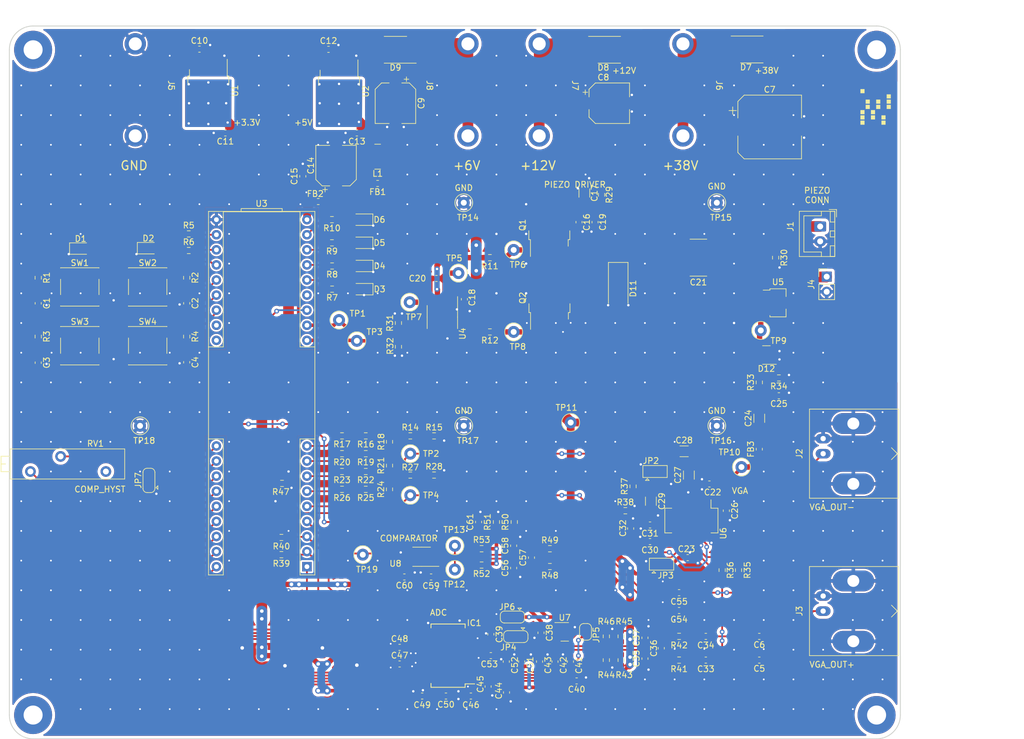
<source format=kicad_pcb>
(kicad_pcb (version 20211014) (generator pcbnew)
  (layers (0 "F.Cu" signal) (31 "B.Cu" signal) (34 "B.Paste" user) (35 "F.Paste" user) (36 "B.SilkS" user "B.Silkscreen") (37 "F.SilkS" user "F.Silkscreen") (38 "B.Mask" user) (39 "F.Mask" user) (44 "Edge.Cuts" user))
  (net 0 "")
  (net 1 "/CMOD_S7/SW1")
  (net 2 "GND")
  (net 3 "/CMOD_S7/SW2")
  (net 4 "/CMOD_S7/SW3")
  (net 5 "/CMOD_S7/SW4")
  (net 6 "+12V")
  (net 7 "Net-(C6-Pad1)")
  (net 8 "Net-(C5-Pad1)")
  (net 9 "Net-(C16-Pad2)")
  (net 10 "Net-(C61-Pad1)")
  (net 11 "Net-(C20-Pad2)")
  (net 12 "Net-(C10-Pad1)")
  (net 13 "Net-(C24-Pad1)")
  (net 14 "Net-(C24-Pad2)")
  (net 15 "Net-(C26-Pad1)")
  (net 16 "Net-(C27-Pad2)")
  (net 17 "Net-(C28-Pad1)")
  (net 18 "/PiezoDriver/Driver_out")
  (net 19 "+5VA")
  (net 20 "Net-(R11-Pad2)")
  (net 21 "Net-(C28-Pad2)")
  (net 22 "Net-(C20-Pad1)")
  (net 23 "Net-(C29-Pad1)")
  (net 24 "Net-(C30-Pad1)")
  (net 25 "Net-(C32-Pad1)")
  (net 26 "/PiezoDriver/VGA_OUT-")
  (net 27 "/PiezoDriver/VGA_OUT+")
  (net 28 "+38V")
  (net 29 "Net-(C27-Pad1)")
  (net 30 "+5V")
  (net 31 "Net-(C33-Pad1)")
  (net 32 "Net-(C35-Pad2)")
  (net 33 "Net-(C36-Pad2)")
  (net 34 "Net-(C34-Pad1)")
  (net 35 "Net-(C40-Pad2)")
  (net 36 "Net-(R12-Pad2)")
  (net 37 "Net-(C39-Pad2)")
  (net 38 "Net-(C41-Pad2)")
  (net 39 "/CMOD_S7/LED4")
  (net 40 "/CMOD_S7/LED3")
  (net 41 "/CMOD_S7/LED2")
  (net 42 "/CMOD_S7/LED1")
  (net 44 "Net-(C42-Pad2)")
  (net 45 "Net-(IC1-Pad10)")
  (net 46 "Net-(IC1-Pad11)")
  (net 47 "Net-(C55-Pad1)")
  (net 48 "Net-(C43-Pad2)")
  (net 49 "Net-(FB3-Pad1)")
  (net 50 "/CMOD_S7/ADC_EN")
  (net 51 "/CMOD_S7/ADC_CLK")
  (net 52 "/CMOD_S7/D9")
  (net 53 "Net-(C54-Pad1)")
  (net 54 "Net-(C56-Pad2)")
  (net 55 "Net-(Q1-Pad1)")
  (net 56 "Net-(Q2-Pad1)")
  (net 57 "Net-(R1-Pad1)")
  (net 58 "Net-(R2-Pad1)")
  (net 59 "Net-(R3-Pad1)")
  (net 60 "Net-(R4-Pad1)")
  (net 61 "/CMOD_S7/PiezoDriverSignalA")
  (net 62 "/CMOD_S7/PiezoDriverSignalB")
  (net 63 "/CMOD_S7/VGA_GAIN")
  (net 64 "Net-(C57-Pad2)")
  (net 65 "Net-(D5-Pad2)")
  (net 66 "Net-(D6-Pad2)")
  (net 67 "Net-(R26-Pad2)")
  (net 68 "Net-(D12-Pad3)")
  (net 69 "Net-(FB2-Pad1)")
  (net 70 "Net-(JP3-Pad2)")
  (net 71 "Net-(JP5-Pad1)")
  (net 72 "Net-(JP7-Pad2)")
  (net 73 "Net-(R14-Pad1)")
  (net 74 "Net-(R14-Pad2)")
  (net 75 "/CMOD_S7/VGA_EN")
  (net 76 "Net-(R16-Pad2)")
  (net 77 "/CMOD_S7/D8")
  (net 78 "Net-(D1-Pad2)")
  (net 79 "Net-(D2-Pad2)")
  (net 80 "Net-(D3-Pad2)")
  (net 81 "Net-(D4-Pad2)")
  (net 82 "Net-(R17-Pad2)")
  (net 83 "Net-(R19-Pad2)")
  (net 84 "Net-(R20-Pad2)")
  (net 85 "/CMOD_S7/D7")
  (net 86 "/CMOD_S7/D6")
  (net 87 "/CMOD_S7/D5")
  (net 88 "/CMOD_S7/D4")
  (net 89 "/CMOD_S7/D3")
  (net 90 "Net-(JP2-Pad2)")
  (net 91 "Net-(R21-Pad1)")
  (net 92 "Net-(D7-Pad1)")
  (net 93 "Net-(D8-Pad1)")
  (net 94 "Net-(D9-Pad1)")
  (net 95 "/CMOD_S7/D2")
  (net 96 "/CMOD_S7/D1")
  (net 97 "/CMOD_S7/D0")
  (net 98 "Net-(R22-Pad2)")
  (net 99 "/CMOD_S7/COMP_IN")
  (net 100 "Net-(R23-Pad2)")
  (net 101 "Net-(R25-Pad2)")
  (net 102 "Net-(R27-Pad2)")
  (net 103 "Net-(R35-Pad1)")
  (net 104 "Net-(R36-Pad1)")
  (net 105 "/CMOD_S7/LED5")
  (net 106 "/CMOD_S7/LED6")
  (net 108 "+3.3V")
  (net 111 "Net-(R18-Pad1)")
  (net 112 "/CMOD_S7/COMP_EN")
  (net 114 "Net-(RV1-Pad2)")
  (footprint "Package_TO_SOT_SMD:Nexperia_CFP15_SOT-1289" (layer "F.Cu") (at 142.975 28.29)
    (fp_text reference "D9")
    (fp_text value "PMEG100T100ELPEZ")
  )
  (footprint "Resistor_SMD:R_0603_1608Metric_Pad0.98x0.95mm_HandSolder" (layer "F.Cu") (at 133.975 96.29 180)
    (fp_text reference "R20")
    (fp_text value "1800")
  )
  (footprint "Capacitor_SMD:C_0603_1608Metric_Pad1.08x0.95mm_HandSolder" (layer "F.Cu") (at 162.875 115.54 90)
    (fp_text reference "C56")
    (fp_text value "DNP")
  )
  (footprint "Resistor_SMD:R_0603_1608Metric_Pad0.98x0.95mm_HandSolder" (layer "F.Cu") (at 204.225 84.29 90)
    (fp_text reference "R33")
    (fp_text value "0")
  )
  (footprint "Resistor_SMD:R_0603_1608Metric_Pad0.98x0.95mm_HandSolder" (layer "F.Cu") (at 133.975 102.29 180)
    (fp_text reference "R26")
    (fp_text value "1800")
  )
  (footprint "Capacitor_SMD:C_0603_1608Metric_Pad1.08x0.95mm_HandSolder" (layer "F.Cu") (at 127.375 49.59 90)
    (fp_text reference "C15")
    (fp_text value "1u")
  )
  (footprint "Resistor_SMD:R_0603_1608Metric_Pad0.98x0.95mm_HandSolder" (layer "F.Cu") (at 137.975 93.29 180)
    (fp_text reference "R16")
    (fp_text value "18k")
  )
  (footprint "Resistor_SMD:R_0603_1608Metric_Pad0.98x0.95mm_HandSolder" (layer "F.Cu") (at 168.975 112.29)
    (fp_text reference "R49")
    (fp_text value "0")
  )
  (footprint "TestPoint:TestPoint_Loop_D1.80mm_Drill1.0mm_Beaded" (layer "F.Cu") (at 153.575 65.89 180)
    (fp_text reference "TP5")
    (fp_text value "TestPoint" hide)
  )
  (footprint "footprints:CMOD_S7_Socket" (layer "F.Cu") (at 112.832 56.89)
    (fp_text reference "U3")
    (fp_text value "CMODS7_Board")
  )
  (footprint "Resistor_SMD:R_0603_1608Metric_Pad0.98x0.95mm_HandSolder" (layer "F.Cu") (at 141.975 94.29 90)
    (fp_text reference "R18")
    (fp_text value "10k")
  )
  (footprint "Capacitor_SMD:C_0603_1608Metric_Pad1.08x0.95mm_HandSolder" (layer "F.Cu") (at 167.232 131.29 -90)
    (fp_text reference "C43")
    (fp_text value "100n")
  )
  (footprint "Capacitor_SMD:C_0603_1608Metric_Pad1.08x0.95mm_HandSolder" (layer "F.Cu") (at 167.475 126.44 -90)
    (fp_text reference "C38")
    (fp_text value "100n")
  )
  (footprint "TestPoint:TestPoint_Loop_D1.80mm_Drill1.0mm_Beaded" (layer "F.Cu") (at 152.975 115.79)
    (fp_text reference "TP12")
    (fp_text value "TestPoint" hide)
  )
  (footprint "Capacitor_SMD:C_0603_1608Metric_Pad1.08x0.95mm_HandSolder" (layer "F.Cu") (at 204.225 127.04 180)
    (fp_text reference "C6")
    (fp_text value "100n")
  )
  (footprint "Capacitor_SMD:C_1206_3216Metric_Pad1.33x1.80mm_HandSolder" (layer "F.Cu") (at 192.37 99.89 90)
    (fp_text reference "C27")
    (fp_text value "100n_NP0")
  )
  (footprint "Capacitor_SMD:CP_Elec_10x10.5" (layer "F.Cu") (at 205.975 41.29)
    (fp_text reference "C7")
    (fp_text value "33u")
  )
  (footprint "Resistor_SMD:R_0603_1608Metric_Pad0.98x0.95mm_HandSolder" (layer "F.Cu") (at 197.975 115.89 -90)
    (fp_text reference "R36")
    (fp_text value "50")
  )
  (footprint "Button_Switch_SMD:SW_Push_1P1T_NO_6x6mm_H9.5mm" (layer "F.Cu") (at 89.832 68.22)
    (fp_text reference "SW1")
    (fp_text value "SW_Push")
  )
  (footprint "Resistor_SMD:R_0603_1608Metric_Pad0.98x0.95mm_HandSolder" (layer "F.Cu") (at 82.832 66.67 -90)
    (fp_text reference "R1")
    (fp_text value "100")
  )
  (footprint "Capacitor_SMD:C_0603_1608Metric_Pad1.08x0.95mm_HandSolder" (layer "F.Cu") (at 165.875 113.79 90)
    (fp_text reference "C57")
    (fp_text value "DNP")
  )
  (footprint "TestPoint:TestPoint_Loop_D1.80mm_Drill1.0mm_Beaded" (layer "F.Cu") (at 145.475 103.29)
    (fp_text reference "TP4")
    (fp_text value "TestPoint" hide)
  )
  (footprint "Resistor_SMD:R_0603_1608Metric_Pad0.98x0.95mm_HandSolder" (layer "F.Cu") (at 190.725 131.04)
    (fp_text reference "R41")
    (fp_text value "0")
  )
  (footprint "Capacitor_SMD:C_0603_1608Metric_Pad1.08x0.95mm_HandSolder" (layer "F.Cu") (at 187.725 129.04 90)
    (fp_text reference "C36")
    (fp_text value "DNP")
  )
  (footprint "Resistor_SMD:R_0603_1608Metric_Pad0.98x0.95mm_HandSolder" (layer "F.Cu") (at 132.307 68.59 180)
    (fp_text reference "R7")
    (fp_text value "470")
  )
  (footprint "Resistor_SMD:R_0603_1608Metric_Pad0.98x0.95mm_HandSolder" (layer "F.Cu") (at 137.975 96.29 180)
    (fp_text reference "R19")
    (fp_text value "18k")
  )
  (footprint "Jumper:SolderJumper-2_P1.3mm_Open_RoundedPad1.0x1.5mm" (layer "F.Cu") (at 174.975 126.29 -90)
    (fp_text reference "JP5")
    (fp_text value "SolderJumper_2_Open" hide)
  )
  (footprint "Resistor_SMD:R_0603_1608Metric_Pad0.98x0.95mm_HandSolder" (layer "F.Cu") (at 157.475 115.04)
    (fp_text reference "R52")
    (fp_text value "100k")
  )
  (footprint "TestPoint:TestPoint_Loop_D1.80mm_Drill1.0mm_Beaded" (layer "F.Cu") (at 137.475 113.29)
    (fp_text reference "TP19")
    (fp_text value "TestPoint")
  )
  (footprint "Resistor_SMD:R_0603_1608Metric_Pad0.98x0.95mm_HandSolder" (layer "F.Cu") (at 107.832 76.57 -90)
    (fp_text reference "R4")
    (fp_text value "100")
  )
  (footprint "Resistor_SMD:R_0603_1608Metric_Pad0.98x0.95mm_HandSolder" (layer "F.Cu") (at 123.875 101.29 180)
    (fp_text reference "R47")
    (fp_text value "10k")
  )
  (footprint "TestPoint:TestPoint_Loop_D1.80mm_Drill1.0mm_Beaded" (layer "F.Cu") (at 197.075 91.6)
    (fp_text reference "TP16")
    (fp_text value "TestPoint" hide)
  )
  (footprint "Inductor_SMD:L_0603_1608Metric_Pad1.05x0.95mm_HandSolder" (layer "F.Cu") (at 139.975 50.79 180)
    (fp_text reference "FB1")
    (fp_text value "DNP")
  )
  (footprint "Capacitor_SMD:C_0603_1608Metric_Pad1.08x0.95mm_HandSolder" (layer "F.Cu") (at 182.575 108.89 90)
    (fp_text reference "C32")
    (fp_text value "100n")
  )
  (footprint "Package_SO:QSOP-20_3.9x8.7mm_P0.635mm" (layer "F.Cu") (at 192.7925 107.5443 -90)
    (fp_text reference "U6")
    (fp_text value "AD8331")
  )
  (footprint "Capacitor_SMD:C_0603_1608Metric_Pad1.08x0.95mm_HandSolder" (layer "F.Cu") (at 107.832 80.8975 -90)
    (fp_text reference "C4")
    (fp_text value "100n")
  )
  (footprint "Capacitor_SMD:C_0603_1608Metric_Pad1.08x0.95mm_HandSolder" (layer "F.Cu") (at 173.875 57.31 90)
    (fp_text reference "C16")
    (fp_text value "10n")
  )
  (footprint "Resistor_SMD:R_0603_1608Metric_Pad0.98x0.95mm_HandSolder" (layer "F.Cu") (at 145.475 99.89)
    (fp_text reference "R27")
    (fp_text value "4700")
  )
  (footprint "Resistor_SMD:R_0603_1608Metric_Pad0.98x0.95mm_HandSolder" (layer "F.Cu") (at 149.475 99.89)
    (fp_text reference "R28")
    (fp_text value "68")
  )
  (footprint "TestPoint:TestPoint_Loop_D1.80mm_Drill1.0mm_Beaded" (layer "F.Cu") (at 145.475 96.29)
    (fp_text reference "TP2")
    (fp_text value "TestPoint" hide)
  )
  (footprint "Capacitor_SMD:C_0603_1608Metric_Pad1.08x0.95mm_HandSolder" (layer "F.Cu") (at 162.875 111.79 90)
    (fp_text reference "C58")
    (fp_text value "DNP")
  )
  (footprint "Resistor_SMD:R_0603_1608Metric_Pad0.98x0.95mm_HandSolder" (layer "F.Cu") (at 123.775 110.39)
    (fp_text reference "R40")
    (fp_text value "10k")
  )
  (footprint "Resistor_SMD:R_0603_1608Metric_Pad0.98x0.95mm_HandSolder" (layer "F.Cu") (at 178.475 127.04 90)
    (fp_text reference "R46")
    (fp_text value "DNP")
  )
  (footprint "Resistor_SMD:R_0603_1608Metric_Pad0.98x0.95mm_HandSolder" (layer "F.Cu") (at 82.832 76.57 -90)
    (fp_text reference "R3")
    (fp_text value "100")
  )
  (footprint "Resistor_SMD:R_0603_1608Metric_Pad0.98x0.95mm_HandSolder" (layer "F.Cu") (at 158.875 75.79 180)
    (fp_text reference "R12")
    (fp_text value "0")
  )
  (footprint "Resistor_SMD:R_0603_1608Metric_Pad0.98x0.95mm_HandSolder" (layer "F.Cu") (at 206.975 63.29 -90)
    (fp_text reference "R30")
    (fp_text value "1M")
  )
  (footprint "Capacitor_SMD:C_0603_1608Metric_Pad1.08x0.95mm_HandSolder" (layer "F.Cu") (at 192.175 113.79 180)
    (fp_text reference "C23")
    (fp_text value "100n")
  )
  (footprint "Resistor_SMD:R_0603_1608Metric_Pad0.98x0.95mm_HandSolder" (layer "F.Cu") (at 200.725 115.89 -90)
    (fp_text reference "R35")
    (fp_text value "50")
  )
  (footprint "Capacitor_SMD:C_0603_1608Metric_Pad1.08x0.95mm_HandSolder" (layer "F.Cu") (at 148.975 117.04)
    (fp_text reference "C59")
    (fp_text value "10n")
  )
  (footprint "footprints:C_2824_7260Metric_HandSolder" (layer "F.Cu") (at 193.975 63.29 180)
    (fp_text reference "C21")
    (fp_text value "1u_Film")
  )
  (footprint "Resistor_SMD:R_0603_1608Metric_Pad0.98x0.95mm_HandSolder" (layer "F.Cu") (at 180.975 127.04 -90)
    (fp_text reference "R45")
    (fp_text value "DNP")
  )
  (footprint "Resistor_SMD:R_0603_1608Metric_Pad0.98x0.95mm_HandSolder" (layer "F.Cu") (at 177.675 52.71 -90)
    (fp_text reference "R29")
    (fp_text value "10")
  )
  (footprint "Button_Switch_SMD:SW_Push_1P1T_NO_6x6mm_H9.5mm" (layer "F.Cu") (at 101.262 68.22)
    (fp_text reference "SW2")
    (fp_text value "SW_Push")
  )
  (footprint "footprints:BananaJack_24.243" (layer "F.Cu") (at 160.025 34.29 -90)
    (fp_text reference "J8")
    (fp_text value "Conn_01x01_Female")
  )
  (footprint "Capacitor_SMD:C_0603_1608Metric_Pad1.08x0.95mm_HandSolder" (layer "F.Cu") (at 143.675 131.69)
    (fp_text reference "C47")
    (fp_text value "2.2u")
  )
  (footprint "Capacitor_SMD:C_0603_1608Metric_Pad1.08x0.95mm_HandSolder" (layer "F.Cu") (at 161.675 136.49 90)
    (fp_text reference "C44")
    (fp_text value "2.2u")
  )
  (footprint "TestPoint:TestPoint_Loop_D1.80mm_Drill1.0mm_Beaded" (layer "F.Cu") (at 133.475 73.79)
    (fp_text reference "TP1")
    (fp_text value "TestPoint" hide)
  )
  (footprint "footprints:eurocard_extended" (layer "F.Cu") (at 147.475 74.29)
    (fp_text reference "J1001" hide)
    (fp_text value "eurocard_extended")
    (fp_line (start 80.5 -46) (end 80.5 66) (layer "Edge.Cuts") (width 0.15))
    (fp_line (start -65.5 70) (end 76.5 70) (layer "Edge.Cuts") (width 0.15))
    (fp_line (start -69.5 66) (end -69.5 -46) (layer "Edge.Cuts") (width 0.15))
    (fp_line (start -65.5 -50) (end 76.5 -50) (layer "Edge.Cuts") (width 0.15))
    (fp_arc (start -69.5 -46) (mid -68.328427 -48.828427) (end -65.5 -50) (layer "Edge.Cuts") (width 0.15))
    (fp_arc (start 76.5 -50) (mid 79.328427 -48.828427) (end 80.5 -46) (layer "Edge.Cuts") (width 0.15))
    (fp_arc (start 80.5 66) (mid 79.328427 68.828427) (end 76.5 70) (layer "Edge.Cuts") (width 0.15))
    (fp_arc (start -65.5 70) (mid -68.328427 68.828427) (end -69.5 66) (layer "Edge.Cuts") (width 0.15))
  )
  (footprint "Button_Switch_SMD:SW_Push_1P1T_NO_6x6mm_H9.5mm" (layer "F.Cu") (at 101.262 78.11)
    (fp_text reference "SW4")
    (fp_text value "SW_Push")
  )
  (footprint "LED_SMD:LED_0805_2012Metric_Pad1.15x1.40mm_HandSolder" (layer "F.Cu") (at 137.307 60.79 180)
    (fp_text reference "D5")
    (fp_text value "LED")
  )
  (footprint "Capacitor_SMD:C_1206_3216Metric_Pad1.33x1.80mm_HandSolder" (layer "F.Cu") (at 185.975 104.29 -90)
    (fp_text reference "C29")
    (fp_text value "100n_NP0")
  )
  (footprint "Capacitor_SMD:CP_Elec_6.3x7.7" (layer "F.Cu") (at 142.975 37.29 -90)
    (fp_text reference "C9")
    (fp_text value "100u")
  )
  (footprint "TestPoint:TestPoint_Loop_D1.80mm_Drill1.0mm_Beaded" (layer "F.Cu") (at 201.225 98.54 180)
    (fp_text reference "TP10")
    (fp_text value "TestPoint" hide)
  )
  (footprint "Package_TO_SOT_SMD:SOT-23" (layer "F.Cu") (at 171.475 126.29)
    (fp_text reference "U7")
    (fp_text value "MAX6125")
  )
  (footprint "Resistor_SMD:R_0603_1608Metric_Pad0.98x0.95mm_HandSolder" (layer "F.Cu") (at 162.975 107.79 -90)
    (fp_text reference "R50")
    (fp_text value "1k")
  )
  (footprint "footprints:ies_v4" (layer "F.Cu") (at 223.809097 37.885274 -90)
    (fp_text reference "G***" hide)
    (fp_text value "LOGO" hide)
  )
  (footprint "Jumper:SolderJumper-3_P1.3mm_Bridged12_RoundedPad1.0x1.5mm" (layer "F.Cu") (at 163.232 127.09 180)
    (fp_text reference "JP4")
    (fp_text value "SolderJumper_3_Bridged12" hide)
  )
  (footprint "Capacitor_SMD:C_0603_1608Metric_Pad1.08x0.95mm_HandSolder" (layer "F.Cu") (at 131.7 28.215)
    (fp_text reference "C12")
    (fp_text value "10u")
  )
  (footprint "Capacitor_SMD:C_0603_1608Metric_Pad1.08x0.95mm_HandSolder" (layer "F.Cu") (at 155.675 137.09)
    (fp_text reference "C46")
    (fp_text value "100p")
  )
  (footprint "Resistor_SMD:R_0603_1608Metric_Pad0.98x0.95mm_HandSolder" (layer "F.Cu") (at 181.675 105.89)
    (fp_text reference "R38")
    (fp_text value "10k")
  )
  (footprint "Capacitor_SMD:C_0603_1608Metric_Pad1.08x0.95mm_HandSolder" (layer "F.Cu") (at 184.975 127.29 90)
    (fp_text reference "C37")
    (fp_text value "DNP")
  )
  (footprint "Resistor_SMD:R_0603_1608Metric_Pad0.98x0.95mm_HandSolder" (layer "F.Cu") (at 141.975 102.29 90)
    (fp_text reference "R24")
    (fp_text value "10k")
  )
  (footprint "Package_TO_SOT_SMD:TO-252-2" (layer "F.Cu") (at 111.475 35.19 -90)
    (fp_text reference "U1")
    (fp_text value "NCP1117-3.3_TO252")
  )
  (footprint "Capacitor_SMD:C_0603_1608Metric_Pad1.08x0.95mm_HandSolder" (layer "F.Cu") (at 159.032 130.29 180)
    (fp_text reference "C53")
    (fp_text value "100p")
  )
  (footprint "Resistor_SMD:R_0603_1608Metric_Pad0.98x0.95mm_HandSolder" (layer "F.Cu") (at 107.832 66.67 -90)
    (fp_text reference "R2")
    (fp_text value "100")
  )
  (footprint "Resistor_SMD:R_0603_1608Metric_Pad0.98x0.95mm_HandSolder" (layer "F.Cu") (at 141.975 98.29 90)
    (fp_text reference "R21")
    (fp_text value "10k")
  )
  (footprint "Capacitor_SMD:C_0603_1608Metric_Pad1.08x0.95mm_HandSolder" (layer "F.Cu") (at 185.8325 111.09 180)
    (fp_text reference "C30")
    (fp_text value "1n")
  )
  (footprint "Capacitor_SMD:C_0603_1608Metric_Pad1.08x0.95mm_HandSolder" (layer "F.Cu") (at 109.975 28.19)
    (fp_text reference "C10")
    (fp_text value "10u")
  )
  (footprint "Connector_Coaxial:BNC_Amphenol_B6252HB-NPP3G-50_Horizontal" (layer "F.Cu") (at 214.975 122.79 -90)
    (fp_text reference "J3")
    (fp_text value "BNC")
  )
  (footprint "Package_TO_SOT_SMD:TO-252-2" (layer "F.Cu") (at 133.475 35.29 -90)
    (fp_text reference "U2")
    (fp_text value "NCP1117-5.0_TO252")
  )
  (footprint "Package_TO_SOT_SMD:SOT-89-3_Handsoldering" (layer "F.Cu") (at 207.075 70.89)
    (fp_text reference "U5")
    (fp_text value "MD0100N8-G")
  )
  (footprint "TestPoint:TestPoint_Loop_D1.80mm_Drill1.0mm_Beaded" (layer "F.Cu") (at 197.075 54.04)
    (fp_text reference "TP15")
    (fp_text value "TestPoint" hide)
  )
  (footprint "Jumper:SolderJumper-3_P1.3mm_Open_Pad1.0x1.5mm" (layer "F.Cu") (at 186.675 99.29)
    (fp_text reference "JP2")
    (fp_text value "SolderJumper_3_Open" hide)
  )
  (footprint "Capacitor_SMD:C_0603_1608Metric_Pad1.08x0.95mm_HandSolder" (layer "F.Cu") (at 184.975 130.79 90)
    (fp_text reference "C35")
    (fp_text value "DNP")
  )
  (footprint "TestPoint:TestPoint_Loop_D1.80mm_Drill1.0mm_Beaded" (layer "F.Cu") (at 154.475 54.04)
    (fp_text reference "TP14")
    (fp_text value "TestPoint" hide)
  )
  (footprint "Package_TO_SOT_SMD:Nexperia_CFP15_SOT-1289" (layer "F.Cu") (at 178.975 28.29 180)
    (fp_text reference "D8")
    (fp_text value "PMEG100T100ELPEZ")
  )
  (footprint "TestPoint:TestPoint_Loop_D1.80mm_Drill1.0mm_Beaded" (layer "F.Cu") (at 145.375 70.79)
    (fp_text reference "TP7")
    (fp_text value "TestPoint" hide)
  )
  (footprint "Jumper:SolderJumper-3_P1.3mm_Open_RoundedPad1.0x1.5mm" (layer "F.Cu") (at 101.475 100.79 90)
    (fp_text reference "JP7")
    (fp_text value "SolderJumper_3" hide)
  )
  (footprint "Capacitor_SMD:C_1206_3216Metric_Pad1.33x1.80mm_HandSolder" (layer "F.Cu") (at 191.575 95.89)
    (fp_text reference "C28")
    (fp_text value "100n_NP0")
  )
  (footprint "footprints:BananaJack_24.243" (layer "F.Cu") (at 172.025 34.29 -90)
    (fp_text reference "J7")
    (fp_text value "Conn_01x01_Female")
  )
  (footprint "Capacitor_SMD:C_0603_1608Metric_Pad1.08x0.95mm_HandSolder" (layer "F.Cu") (at 144.475 117.04 180)
    (fp_text reference "C60")
    (fp_text value "10n")
  )
  (footprint "Capacitor_SMD:C_0603_1608Metric_Pad1.08x0.95mm_HandSolder" (layer "F.Cu") (at 204.225 131.04 180)
    (fp_text reference "C5")
    (fp_text value "100n")
  )
  (footprint "Connector_PinHeader_2.54mm:PinHeader_1x02_P2.54mm_Vertical" (layer "F.Cu") (at 215.575 66.49)
    (fp_text reference "J4")
    (fp_text value "Header" hide)
  )
  (footprint "Resistor_SMD:R_0603_1608Metric_Pad0.98x0.95mm_HandSolder" (layer "F.Cu") (at 159.975 107.79 90)
    (fp_text reference "R51")
    (fp_text value "1k")
  )
  (footprint "Package_SO:MSOP-8_3x3mm_P0.65mm" (layer "F.Cu") (at 147.375 113.64 180)
    (fp_text reference "U8")
    (fp_text value "LTC6752xMS8-2")
  )
  (footprint "Inductor_SMD:L_Wuerth_MAPI-4030" (layer "F.Cu") (at 139.975 46.29 180)
    (fp_text reference "L1")
    (fp_text value "4.7u")
  )
  (footprint "Package_TO_SOT_SMD:SOT-23" (layer "F.Cu") (at 205.425 79.6775 180)
    (fp_text reference "D12")
    (fp_text value "BAV99")
  )
  (footprint "TestPoint:TestPoint_Loop_D1.80mm_Drill1.0mm_Beaded" (layer "F.Cu") (at 162.875 61.99)
    (fp_text reference "TP6")
    (fp_text value "TestPoint" hide)
  )
  (footprint "Resistor_SMD:R_0603_1608Metric_Pad0.98x0.95mm_HandSolder" (layer "F.Cu") (at 178.475 131.04 -90)
    (fp_text reference "R44")
    (fp_text value "DNP")
  )
  (footprint "LED_SMD:LED_0805_2012Metric_Pad1.15x1.40mm_HandSolder" (layer "F.Cu") (at 137.307 56.89 180)
    (fp_text reference "D6")
    (fp_text value "LED")
  )
  (footprint "footprints:BananaJack_24.243" (layer "F.Cu") (at 104.025 34.29 -90)
    (fp_text reference "J5")
    (fp_text value "Conn_01x01_Female")
  )
  (footprint "Capacitor_SMD:C_0603_1608Metric_Pad1.08x0.95mm_HandSolder" (layer "F.Cu") (at 164.232 131.29 -90)
    (fp_text reference "C51")
    (fp_text value "2.2u")
  )
  (footprint "Capacitor_SMD:C_0603_1608Metric_Pad1.08x0.95mm_HandSolder" (layer "F.Cu") (at 156.975 107.79 90)
    (fp_text reference "C61")
    (fp_text value "1u")
  )
  (footprint "Capacitor_SMD:C_0603_1608Metric_Pad1.08x0.95mm_HandSolder" (layer "F.Cu") (at 172.432 131.29 -90)
    (fp_text reference "C41")
    (fp_text value "100n")
  )
  (footprint "Resistor_SMD:R_0603_1608Metric_Pad0.98x0.95mm_HandSolder" (layer "F.Cu") (at 157.475 112.29)
    (fp_text reference "R53")
    (fp_text value "100k")
  )
  (footprint "Package_TO_SOT_SMD:TO-252-2" (layer "F.Cu") (at 168.875 57.79 90)
    (fp_text reference "Q1")
    (fp_text value "FDD1600N10ALZ")
  )
  (footprint "Resistor_SMD:R_0603_1608Metric_Pad0.98x0.95mm_HandSolder" (layer "F.Cu") (at 132.282 56.89 180)
    (fp_text reference "R10")
    (fp_text value "470")
  )
  (footprint "LED_SMD:LED_0805_2012Metric_Pad1.15x1.40mm_HandSolder" (layer "F.Cu") (at 137.332 64.69 180)
    (fp_text reference "D4")
    (fp_text value "LED")
  )
  (footprint "Resistor_SMD:R_0603_1608Metric_Pad0.98x0.95mm_HandSolder" (layer "F.Cu") (at 137.975 99.29 180)
    (fp_text reference "R22")
    (fp_text value "18k")
  )
  (footprint "TestPoint:TestPoint_Loop_D1.80mm_Drill1.0mm_Beaded" (layer "F.Cu") (at 136.475 77.29)
    (fp_text reference "TP3")
    (fp_text value "TestPoint" hide)
  )
  (footprint "Inductor_SMD:L_0603_1608Metric_Pad1.05x0.95mm_HandSolder" (layer "F.Cu") (at 204.225 95.5275 90)
    (fp_text reference "FB3")
    (fp_text value "Ferrite_Bead BLM18SP102SZ1D")
  )
  (footprint "TestPoint:TestPoint_Loop_D1.80mm_Drill1.0mm_Beaded" (layer "F.Cu") (at 204.475 75.54)
    (fp_text reference "TP9")
    (fp_text value "TestPoint" hide)
  )
  (footprint "Resistor_SMD:R_0603_1608Metric_Pad0.98x0.95mm_HandSolder" (layer "F.Cu") (at 143.475 74.29 90)
    (fp_text reference "R31")
    (fp_text value "10k")
  )
  (footprint "Resistor_SMD:R_0603_1608Metric_Pad0.98x0.95mm_HandSolder" (layer "F.Cu") (at 132.282 60.79 180)
    (fp_text reference "R9")
    (fp_text value "470")
  )
  (footprint "Capacitor_SMD:C_0603_1608Metric_Pad1.08x0.95mm_HandSolder" (layer "F.Cu") (at 176.575 57.31 90)
    (fp_text reference "C19")
    (fp_text value "100n")
  )
  (footprint "Connector_Coaxial:BNC_Amphenol_B6252HB-NPP3G-50_Horizontal" (layer "F.Cu") (at 214.975 96.29 -90)
    (fp_text reference "J2")
    (fp_text value "BNC")
  )
  (footprint "Capacitor_SMD:C_0603_1608Metric_Pad1.08x0.95mm_HandSolder" (layer "F.Cu") (at 147.475 137.09)
    (fp_text reference "C49")
    (fp_text value "2.2u")
  )
  (footprint "Capacitor_SMD:C_0603_1608Metric_Pad1.08x0.95mm_HandSolder" (layer "F.Cu") (at 154.575 70.29 90)
    (fp_text reference "C18")
    (fp_text value "100n")
  )
  (footprint "Capacitor_SMD:C_0603_1608Metric_Pad1.08x0.95mm_HandSolder" (layer "F.Cu") (at 82.832 70.97 -90)
    (fp_text reference "C1")
    (fp_text value "100n")
  )
  (footprint "Capacitor_SMD:C_0603_1608Metric_Pad1.08x0.95mm_HandSolder" (layer "F.Cu") (at 185.8325 108.29 180)
    (fp_text reference "C31")
    (fp_text value "100n")
  )
  (footprint "Package_SO:SOIC-8_3.9x4.9mm_P1.27mm" (layer "F.Cu") (at 150.875 73.29 -90)
    (fp_text reference "U4")
    (fp_text value "MIC4605-1YM")
  )
  (footprint "Capacitor_SMD:C_0603_1608Metric_Pad1.08x0.95mm_HandSolder" (layer "F.Cu") (at 149.875 66.79)
    (fp_text reference "C20")
    (fp_text value "10n")
  )
  (footprint "Capacitor_SMD:C_0603_1608Metric_Pad1.08x0.95mm_HandSolder" (layer "F.Cu") (at 190.725 122.69)
    (fp_text reference "C54")
    (fp_text value "100n")
  )
  (footprint "Capacitor_SMD:C_0603_1608Metric_Pad1.08x0.95mm_HandSolder" (layer "F.Cu") (at 107.832 70.97 -90)
    (fp_text reference "C2")
    (fp_text value "100n")
  )
  (footprint "firefly:tuda" (layer "F.Cu") (at 223.809097 48.384948 -90)
    (fp_text reference "G***" hide)
    (fp_text value "LOGO" hide)
  )
  (footprint "Jumper:SolderJumper-3_P1.3mm_Bridged12_RoundedPad1.0x1.5mm" (layer "F.Cu") (at 162.675 123.79 180)
    (fp_text reference "JP6")
    (fp_text value "SolderJumper_3_Bridged12" hide)
  )
  (footprint "Capacitor_SMD:C_0603_1608Metric_Pad1.08x0.95mm_HandSolder" (layer "F.Cu") (at 143.675 128.89)
    (fp_text reference "C48")
    (fp_text value "100n")
  )
  (footprint "Package_TO_SOT_SMD:TO-252-2" (layer "F.Cu") (at 168.9 70.065 90)
    (fp_text reference "Q2")
    (fp_text value "FDD1600N10ALZ")
  )
  (footprint "LED_SMD:LED_0805_2012Metric_Pad1.15x1.40mm_HandSolder" (layer "F.Cu") (at 89.975 61.755)
    (fp_text reference "D1")
    (fp_text value "LED")
  )
  (footprint "Capacitor_SMD:CP_Elec_6.3x7.7" (layer "F.Cu") (at 178.975 37.29)
    (fp_text reference "C8")
    (fp_text value "100u")
  )
  (footprint "Resistor_SMD:R_0603_1608Metric_Pad0.98x0.95mm_HandSolder" (layer "F.Cu") (at 123.775 113.29)
    (fp_text reference "R39")
    (fp_text value "10k")
  )
  (footprint "TestPoint:TestPoint_Loop_D1.80mm_Drill1.0mm_Beaded" (layer "F.Cu") (at 152.975 111.79)
    (fp_text reference "TP13")
    (fp_text value "TestPoint" hide)
  )
  (footprint "Capacitor_SMD:C_0603_1608Metric_Pad1.08x0.95mm_HandSolder" (layer "F.Cu") (at 169.832 131.29 -90)
    (fp_text reference "C42")
    (fp_text value "100n")
  )
  (footprint "Resistor_SMD:R_0603_1608Metric_Pad0.98x0.95mm_HandSolder" (layer "F.Cu") (at 207.525 83.54)
    (fp_text reference "R34")
    (fp_text value "10k")
  )
  (footprint "Resistor_SMD:R_0603_1608Metric_Pad0.98x0.95mm_HandSolder" (layer "F.Cu") (at 149.475 93.29)
    (fp_text reference "R15")
    (fp_text value "10k")
  )
  (footprint "Resistor_SMD:R_0603_1608Metric_Pad0.98x0.95mm_HandSolder" (layer "F.Cu") (at 182.975 101.79 90)
    (fp_text reference "R37")
    (fp_text value "10k")
  )
  (footprint "Resistor_SMD:R_0603_1608Metric_Pad0.98x0.95mm_HandSolder" (layer "F.Cu") (at 133.975 99.29 180)
    (fp_text reference "R23")
    (fp_text value "1800")
  )
  (footprint "Inductor_SMD:L_0603_1608Metric_Pad1.05x0.95mm_HandSolder" (layer "F.Cu") (at 129.975 53.8455)
    (fp_text reference "FB2")
    (fp_text value "Ferrite_Bead")
  )
  (footprint "Resistor_SMD:R_0603_1608Metric_Pad0.98x0.95mm_HandSolder" (layer "F.Cu") (at 143.475 78.29 -90)
    (fp_text reference "R32")
    (fp_text value "10k")
  )
  (footprint "Capacitor_SMD:C_1206_3216Metric_Pad1.33x1.80mm_HandSolder" (layer "F.Cu") (at 204.225 90.3275 90)
    (fp_text reference "C24")
    (fp_text value "100n_NP0")
  )
  (footprint "Capacitor_SMD:C_0603_1608Metric_Pad1.08x0.95mm_HandSolder" (layer "F.Cu") (at 207.525 86.54)
    (fp_text reference "C25")
    (fp_text value "100n")
  )
  (footprint "Resistor_SMD:R_0603_1608Metric_Pad0.98x0.95mm_HandSolder" (layer "F.Cu") (at 132.307 64.69 180)
    (fp_text reference "R8")
    (fp_text value "470")
  )
  (footprint "Connector_JST:JST_XH_B2B-XH-A_1x02_P2.50mm_Vertical" (layer "F.Cu") (at 214.475 58.04 -90)
    (fp_text reference "J1")
    (fp_text value "JST_XH")
  )
  (footprint "Capacitor_SMD:CP_Elec_6.3x7.7" (layer "F.Cu") (at 132.975 47.79 90)
    (fp_text reference "C14")
    (fp_text value "100u")
  )
  (footprint "TestPoint:TestPoint_Loop_D1.80mm_Drill1.0mm_Beaded" (layer "F.Cu") (at 172.475 91.04 180)
    (fp_text reference "TP11")
    (fp_text value "TestPoint" hide)
  )
  (footprint "TestPoint:TestPoint_Loop_D1.80mm_Drill1.0mm_Beaded" (layer "F.Cu") (at 99.975 91.6)
    (fp_text reference "TP18")
    (fp_text value "TestPoint")
  )
  (footprint "Resistor_SMD:R_0603_1608Metric_Pad0.98x0.95mm_HandSolder" (layer "F.Cu") (at 190.725 127.04)
    (fp_text reference "R42")
    (fp_text value "0")
  )
  (footprint "Capacitor_SMD:C_0603_1608Metric_Pad1.08x0.95mm_HandSolder" (layer "F.Cu") (at 159.032 126.69 -90)
    (fp_text reference "C39")
    (fp_text value "100n")
  )
  (footprint "Resistor_SMD:R_0603_1608Metric_Pad0.98x0.95mm_HandSolder" (layer "F.Cu") (at 158.875 63.29 180)
    (fp_text reference "R11")
    (fp_text value "0")
  )
  (footprint "Resistor_SMD:R_0603_1608Metric_Pad0.98x0.95mm_HandSolder" (layer "F.Cu") (at 145.475 93.29)
    (fp_text reference "R14")
    (fp_text value "10k")
  )
  (footprint "Capacitor_SMD:C_0603_1608Metric_Pad1.08x0.95mm_HandSolder" (layer "F.Cu") (at 195.225 127.04)
    (fp_text reference "C34")
    (fp_text value "100n")
  )
  (footprint "Button_Switch_SMD:SW_Push_1P1T_NO_6x6mm_H9.5mm" (layer "F.Cu") (at 89.832 78.11)
    (fp_text reference "SW3")
    (fp_text value "SW_Push")
  )
  (footprint "footprints:BananaJack_24.243" (layer "F.Cu") (at 196.225 34.29 -90)
    (fp_text reference "J6")
    (fp_text value "Conn_01x01_Female")
  )
  (footprint "Capacitor_SMD:C_0603_1608Metric_Pad1.08x0.95mm_HandSolder" (layer "F.Cu") (at 173.475 134.54 180)
    (fp_text reference "C40")
    (fp_text value "100n")
  )
  (footprint "Resistor_SMD:R_0603_1608Metric_Pad0.98x0.95mm_HandSolder" (layer "F.Cu") (at 108.175 59.29)
    (fp_text reference "R5")
    (fp_text value "470")
  )
  (footprint "Capacitor_SMD:C_0603_1608Metric_Pad1.08x0.95mm_HandSolder" (layer "F.Cu") (at 198.675 105.89 -90)
    (fp_text reference "C26")
    (fp_text value "100n")
  )
  (footprint "Resistor_SMD:R_0603_1608Metric_Pad0.98x0.95mm_HandSolder" (layer "F.Cu") (at 137.975 102.29 180)
    (fp_text reference "R25")
    (fp_text value "18k")
  )
  (footprint "LED_SMD:LED_0805_2012Metric_Pad1.15x1.40mm_HandSolder" (layer "F.Cu") (at 101.375 61.69)
    (fp_text reference "D2")
    (fp_text value "LED")
  )
  (footprint "TestPoint:TestPoint_Loop_D1.80mm_Drill1.0mm_Beaded" (layer "F.Cu") (at 154.475 91.6)
    (fp_text reference "TP17")
    (fp_text value "TestPoint" hide)
  )
  (footprint "Capacitor_SMD:C_0603_1608Metric_Pad1.08x0.95mm_HandSolder" (layer "F.Cu") (at 158.575 135.49 90)
    (fp_text reference "C45")
    (fp_text value "100n")
  )
  (footprint "Package_SO:SSOP-28_5.3x10.2mm_P0.65mm" (layer "F.Cu") (at 151.832 130.29 180)
    (fp_text reference "IC1")
    (fp_text value "MAX1426")
  )
  (footprint "Capacitor_SMD:C_0603_1608Metric_Pad1.08x0.95mm_HandSolder" (layer "F.Cu") (at 195.8255 101.39)
    (fp_text reference "C22")
    (fp_text value "100n")
  )
  (footprint "Resistor_SMD:R_0603_1608Metric_Pad0.98x0.95mm_HandSolder" (layer "F.Cu") (at 168.975 115.29)
    (fp_text reference "R48")
    (fp_text value "0")
  )
  (footprint "Package_TO_SOT_SMD:Nexperia_CFP15_SOT-1289" (layer "F.Cu") (at 202.975 28.24 180)
    (fp_text reference "D7")
    (fp_text value "PMEG100T100ELPEZ")
  )
  (footprint "Diode_SMD:D_SMA_Handsoldering" (layer "F.Cu") (at 180.475 68.49 -90)
    (fp_text reference "D11")
    (fp_text value "90V TVS")
  )
  (footprint "Capacitor_SMD:C_1206_3216Metric_Pad1.33x1.80mm_HandSolder" (layer "F.Cu") (at 174.775 52.41 -90)
    (fp_text reference "C17")
    (fp_text value "2.2u")
  )
  (footprint "Capacitor_SMD:C_0603_1608Metric_Pad1.08x0.95mm_HandSolder" (layer "F.Cu") (at 114.3375 42.29 180)
    (fp_text reference "C11")
    (fp_text value "10u")
  )
  (footprint "Jumper:SolderJumper-3_P1.3mm_Open_Pad1.0x1.5mm" (layer "F.Cu") (at 187.77 114.89)
    (fp_text reference "JP3")
    (fp_text value "SolderJumper_3_Open" hide)
  )
  (footprint "Potentiometer_THT:Potentiometer_Bourns_3009P_Horizontal" (layer "F.Cu") (at 94.225 99.29)
    (fp_text reference "RV1")
    (fp_text value "R_Potentiometer")
  )
  (footprint "Capacitor_SMD:C_0603_1608Metric_Pad1.08x0.95mm_HandSolder" (layer "F.Cu") (at 136.475 42.29 180)
    (fp_text reference "C13")
    (fp_text value "10u")
  )
  (footprint "Capacitor_SMD:C_0603_1608Metric_Pad1.08x0.95mm_HandSolder" (layer "F.Cu") (at 161.632 131.29 -90)
    (fp_text reference "C52")
    (fp_text value "100n")
  )
  (footprint "Capacitor_SMD:C_0603_1608Metric_Pad1.08x0.95mm_HandSolder" (layer "F.Cu") (at 195.225 131.04)
    (fp_text reference "C33")
    (fp_text value "100n")
  )
  (footprint "TestPoint:TestPoint_Loop_D1.80mm_Drill1.0mm_Beaded" (layer "F.Cu") (at 162.875 75.79)
    (fp_text reference "TP8")
    (fp_text value "TestPoint" hide)
  )
  (footprint "Resistor_SMD:R_0603_1608Metric_Pad0.98x0.95mm_HandSolder" (layer "F.Cu") (at 108.175 62.09)
    (fp_text reference "R6")
    (fp_text value "470")
  )
  (footprint "Capacitor_SMD:C_0603_1608Metric_Pad1.08x0.95mm_HandSolder" (layer "F.Cu") (at 190.725 119.69)
    (fp_text reference "C55")
    (fp_text value "100n")
  )
  (footprint "LED_SMD:LED_0805_2012Metric_Pad1.15x1.40mm_HandSolder" (layer "F.Cu") (at 137.332 68.59 180)
    (fp_text reference "D3")
    (fp_text value "LED")
  )
  (footprint "Capacitor_SMD:C_0603_1608Metric_Pad1.08x0.95mm_HandSolder" (layer "F.Cu") (at 82.832 80.97 -90)
    (fp_text reference "C3")
    (fp_text value "100n")
  )
  (footprint "Resistor_SMD:R_0603_1608Metric_Pad0.98x0.95mm_HandSolder" (layer "F.Cu") (at 133.975 93.29 180)
    (fp_text reference "R17")
    (fp_text value "1800")
  )
  (footprint "Resistor_SMD:R_0603_1608Metric_Pad0.98x0.95mm_HandSolder" (layer "F.Cu") (at 180.975 131.04 90)
    (fp_text reference "R43")
    (fp_text value "DNP")
  )
  (footprint "Capacitor_SMD:C_0603_1608Metric_Pad1.08x0.95mm_HandSolder" (layer "F.Cu") (at 151.475 137.09 180)
    (fp_text reference "C50")
    (fp_text value "100n")
  )
  (gr_text "GND" (at 154.475 89.06) (layer "F.SilkS") (effects (font (size 1 1))))
  (gr_text "VGA" (at 200.975 102.54) (layer "F.SilkS") (effects (font (size 1 1))))
  (gr_text "+6V" (at 154.975 47.79) (layer "F.SilkS") (effects (font (size 1.5 1.5) (thickness 0.2))))
  (gr_text "VGA_OUT-" (at 216.475 105.29) (layer "F.SilkS") (effects (font (size 1 1))))
  (gr_text "ADC" (at 150.225 123.04) (layer "F.SilkS") (effects (font (size 1 1))))
  (gr_text "GND" (at 98.975 47.79) (layer "F.SilkS") (effects (font (size 1.5 1.5) (thickness 0.2))))
  (gr_text "COMPARATOR" (at 145.225 110.54) (layer "F.SilkS") (effects (font (size 1 1))))
  (gr_text "PIEZO\nCONN" (at 213.975 52.79) (layer "F.SilkS") (effects (font (size 1 1))))
  (gr_text "+12V" (at 166.975 47.79) (layer "F.SilkS") (effects (font (size 1.5 1.5) (thickness 0.2))))
  (gr_text "+38V" (at 190.975 47.79) (layer "F.SilkS") (effects (font (size 1.5 1.5) (thickness 0.2))))
  (gr_text "+38V" (at 205.475 31.79) (layer "F.SilkS") (effects (font (size 1 1))))
  (gr_text "+3.3V" (at 117.975 40.54) (layer "F.SilkS") (effects (font (size 1 1))))
  (gr_text "GND" (at 197.075 51.29) (layer "F.SilkS") (effects (font (size 1 1))))
  (gr_text "COMP_HYST" (at 93.225 102.29) (layer "F.SilkS") (effects (font (size 1 1))))
  (gr_text "GND" (at 154.475 51.54) (layer "F.SilkS") (effects (font (size 1 1))))
  (gr_text "VGA_OUT+" (at 216.475 131.79) (layer "F.SilkS") (effects (font (size 1 1))))
  (gr_text "+5V" (at 127.475 40.54) (layer "F.SilkS") (effects (font (size 1 1))))
  (gr_text "+12V" (at 181.475 31.79) (layer "F.SilkS") (effects (font (size 1 1))))
  (gr_text "PIEZO DRIVER" (at 173.175 50.99) (layer "F.SilkS") (effects (font (size 1 1))))
  (gr_text "GND" (at 197.075 89.06) (layer "F.SilkS") (effects (font (size 1 1))))
  (segment (start 111.832 63.97) (end 82.832 63.97) (width 0.3) (layer "F.Cu") (net 1))
  (segment (start 112.372 64.51) (end 111.832 63.97) (width 0.3) (layer "F.Cu") (net 1))
  (segment (start 81.832 66.5825) (end 82.832 67.5825) (width 0.3) (layer "F.Cu") (net 1))
  (segment (start 82.832 67.5825) (end 82.832 70.1075) (width 0.3) (layer "F.Cu") (net 1))
  (segment (start 81.832 64.97) (end 81.832 66.5825) (width 0.3) (layer "F.Cu") (net 1))
  (segment (start 112.832 64.51) (end 112.372 64.51) (width 0.3) (layer "F.Cu") (net 1))
  (segment (start 82.832 63.97) (end 81.832 64.97) (width 0.3) (layer "F.Cu") (net 1))
  (segment (start 168.9125 130.4275) (end 168.575 130.09) (width 0.3) (layer "F.Cu") (net 2))
  (segment (start 166.1125 130.4275) (end 165.775 130.09) (width 0.3) (layer "F.Cu") (net 2))
  (segment (start 144.375 41.29) (end 144.275 41.29) (width 0.3) (layer "F.Cu") (net 2))
  (segment (start 95.522 80.36) (end 95.532 80.37) (width 0.3) (layer "F.Cu") (net 2))
  (segment (start 193.745 108.26) (end 193.745 110.1986) (width 0.3) (layer "F.Cu") (net 2))
  (segment (start 132.775 45.09) (end 131.575 43.89) (width 0.3) (layer "F.Cu") (net 2))
  (segment (start 178.8125 132.29) (end 178.475 131.9525) (width 0.3) (layer "F.Cu") (net 2))
  (segment (start 152.775 133.84) (end 153.45 134.515) (width 0.3) (layer "F.Cu") (net 2))
  (segment (start 145.3375 117.04) (end 145.475 117.04) (width 0.3) (layer "F.Cu") (net 2))
  (segment (start 159.8945 130.29) (end 160.4945 130.89) (width 0.3) (layer "F.Cu") (net 2))
  (segment (start 85.857 70.47) (end 85.032 70.47) (width 0.3) (layer "F.Cu") (net 2))
  (segment (start 105.922 80.36) (end 106.632 81.07) (width 0.3) (layer "F.Cu") (net 2))
  (segment (start 133.175 45.09) (end 134.375 43.89) (width 0.3) (layer "F.Cu") (net 2))
  (segment (start 181.675 36.99) (end 182.775 35.89) (width 0.3) (layer "F.Cu") (net 2))
  (segment (start 165.4375 130.4275) (end 165.775 130.09) (width 0.3) (layer "F.Cu") (net 2))
  (segment (start 206.3625 80.6275) (end 207.418 80.6275) (width 0.3) (layer "F.Cu") (net 2))
  (segment (start 181.675 37.59) (end 182.775 38.69) (width 0.3) (layer "F.Cu") (net 2))
  (segment (start 146.6 113.315) (end 146.775 113.49) (width 0.3) (layer "F.Cu") (net 2))
  (segment (start 99.375 62.665) (end 100.35 61.69) (width 0.3) (layer "F.Cu") (net 2))
  (segment (start 174.475 134.54) (end 174.3375 134.54) (width 0.3) (layer "F.Cu") (net 2))
  (segment (start 182.575 107.59) (end 182.975 107.19) (width 0.3) (layer "F.Cu") (net 2))
  (segment (start 163.3125 130.4275) (end 162.975 130.09) (width 0.3) (layer "F.Cu") (net 2))
  (segment (start 148.957 135.59) (end 148.1125 135.59) (width 0.3) (layer "F.Cu") (net 2))
  (segment (start 193.0375 113.412454) (end 193.0375 113.79) (width 0.3) (layer "F.Cu") (net 2))
  (segment (start 210.175 41.29) (end 210.175 41.49) (width 0.3) (layer "F.Cu") (net 2))
  (segment (start 172.4125 126.2525) (end 173.175 125.49) (width 0.3) (layer "F.Cu") (net 2))
  (segment (start 138.332 60.89) (end 139.232 61.79) (width 0.3) (layer "F.Cu") (net 2))
  (segment (start 210.175 41.49) (end 211.775 43.09) (width 0.3) (layer "F.Cu") (net 2))
  (segment (start 124.7875 101.3525) (end 125.475 102.04) (width 0.3) (layer "F.Cu") (net 2))
  (segment (start 148.232 131.265) (end 149.45 131.265) (width 0.3) (layer "F.Cu") (net 2))
  (segment (start 169.832 130.4275) (end 170.8375 130.4275) (width 0.3) (layer "F.Cu") (net 2))
  (segment (start 151.31 76.475) (end 151.725 76.89) (width 0.3) (layer "F.Cu") (net 2))
  (segment (start 181.8805 70.99) (end 182.1805 71.29) (width 0.3) (layer "F.Cu") (net 2))
  (segment (start 172.4125 126.29) (end 172.4125 126.2525) (width 0.3) (layer "F.Cu") (net 2))
  (segment (start 194.405341 111.7405) (end 193.745 111.080159) (width 0.3) (layer "F.Cu") (net 2))
  (segment (start 138.357 64.69) (end 138.357 64.815) (width 0.3) (layer "F.Cu") (net 2))
  (segment (start 158.225 126.54) (end 158.3195 126.54) (width 0.3) (layer "F.Cu") (net 2))
  (segment (start 149.675 134.872) (end 148.957 135.59) (width 0.3) (layer "F.Cu") (net 2))
  (segment (start 185.375 99.19) (end 185.375 99.29) (width 0.3) (layer "F.Cu") (net 2))
  (segment (start 83.5695 81.8325) (end 84.232 81.17) (width 0.3) (layer "F.Cu") (net 2))
  (segment (start 193.0375 113.79) (end 193.0375 113.8525) (width 0.3) (layer "F.Cu") (net 2))
  (segment (start 195.65 110.1986) (end 195.65 110.765) (width 0.3) (layer "F.Cu") (net 2))
  (segment (start 156.9255 130.615) (end 156.975 130.6645) (width 0.3) (layer "F.Cu") (net 2))
  (segment (start 167.475 127.215) (end 166.45 127.215) (width 0.3) (layer "F.Cu") (net 2))
  (segment (start 160.4945 130.89) (end 161.1695 130.89) (width 0.3) (layer "F.Cu") (net 2))
  (segment (start 184.97 111.085) (end 184.175 110.29) (width 0.3) (layer "F.Cu") (net 2))
  (segment (start 167.232 130.4275) (end 166.1125 130.4275) (width 0.3) (layer "F.Cu") (net 2))
  (segment (start 141.675 41.29) (end 142.975 39.99) (width 0.3) (layer "F.Cu") (net 2))
  (segment (start 148.232 131.265) (end 146.6 131.265) (width 0.3) (layer "F.Cu") (net 2))
  (segment (start 164.232 130.4275) (end 165.4375 130.4275) (width 0.3) (layer "F.Cu") (net 2))
  (segment (start 164.232 130.4275) (end 163.3125 130.4275) (width 0.3) (layer "F.Cu") (net 2))
  (segment (start 180.475 70.99) (end 179.0805 70.99) (width 0.3) (layer "F.Cu") (net 2))
  (segment (start 184.275 98.09) (end 185.375 99.19) (width 0.3) (layer "F.Cu") (net 2))
  (segment (start 192.475 104.89) (end 192.475 103.008574) (width 0.3) (layer "F.Cu") (net 2))
  (segment (start 152.775 131.19) (end 152.775 133.84) (width 0.3) (layer "F.Cu") (net 2))
  (segment (start 85.042 80.36) (end 84.232 81.17) (width 0.3) (layer "F.Cu") (net 2))
  (segment (start 179.475 132.29) (end 178.8125 132.29) (width 0.3) (layer "F.Cu") (net 2))
  (segment (start 193.745 111.080159) (end 193.745 110.1986) (width 0.3) (layer "F.Cu") (net 2))
  (segment (start 182.575 105.7405) (end 182.575 105.89) (width 0.3) (layer "F.Cu") (net 2))
  (segment (start 138.332 60.79) (end 138.332 60.89) (width 0.3) (layer "F.Cu") (net 2))
  (segment (start 210.175 41.09) (end 211.775 39.49) (width 0.3) (layer "F.Cu") (net 2))
  (segment (start 184.975 132.0475) (end 185.575 132.6475) (width 0.3) (layer "F.Cu") (net 2))
  (segment (start 105.237 80.36) (end 105.922 80.36) (width 0.3) (layer "F.Cu") (net 2))
  (segment (start 134.575 42.29) (end 135.6125 42.29) (width 0.3) (layer "F.Cu") (net 2))
  (segment (start 146.375 131.49) (end 145.775 132.09) (width 0.3) (layer "F.Cu") (net 2))
  (segment (start 133.375 27.49) (end 132.65 28.215) (width 0.3) (layer "F.Cu") (net 2))
  (segment (start 147.59375 136.10875) (end 146.6125 137.09) (width 0.3) (layer "F.Cu") (net 2))
  (segment (start 105.932 70.47) (end 106.632 71.17) (width 0.3) (layer "F.Cu") (net 2))
  (segment (start 192.475 103.008574) (end 192.265713 102.799287) (width 0.3) (layer "F.Cu") (net 2))
  (segment (start 184.275 108.89) (end 184.37 108.89) (width 0.3) (layer "F.Cu") (net 2))
  (segment (start 143.866465 112.913595) (end 144.26787 113.315) (width 0.3) (layer "F.Cu") (net 2))
  (segment (start 155.432 130.615) (end 156.9255 130.615) (width 0.3) (layer "F.Cu") (net 2))
  (segment (start 142.175 128.29) (end 142.775 128.89) (width 0.3) (layer "F.Cu") (net 2))
  (segment (start 82.832 71.8325) (end 83.6695 71.8325) (width 0.3) (layer "F.Cu") (net 2))
  (segment (start 102.425 103.04) (end 101.475 102.09) (width 0.3) (layer "F.Cu") (net 2))
  (segment (start 172.432 130.4275) (end 171.5125 130.4275) (width 0.3) (layer "F.Cu") (net 2))
  (segment (start 148.1125 117.04) (end 147.975 117.04) (width 0.3) (layer "F.Cu") (net 2))
  (segment (start 132.975 45.09) (end 133.175 45.09) (width 0.3) (layer "F.Cu") (net 2))
  (segment (start 146.775 113.49) (end 146.775 115.74) (width 0.3) (layer "F.Cu") (net 2))
  (segment (start 162.875 110.9275) (end 163.5125 110.29) (width 0.3) (layer "F.Cu") (net 2))
  (segment (start 178.8125 125.79) (end 179.475 125.79) (width 0.3) (layer "F.Cu") (net 2))
  (segment (start 162.875 116.4025) (end 163.5125 117.04) (width 0.3) (layer "F.Cu") (net 2))
  (segment (start 127.375 48.7275) (end 127.375 47.49) (width 0.3) (layer "F.Cu") (net 2))
  (segment (start 144.275 41.29) (end 142.975 39.99) (width 0.3) (layer "F.Cu") (net 2))
  (segment (start 146.775 115.74) (end 146.225 116.29) (width 0.3) (layer "F.Cu") (net 2))
  (segment (start 150.3875 99.89) (end 150.3875 99.8775) (width 0.3) (layer "F.Cu") (net 2))
  (segment (start 107.322 81.76) (end 106.632 81.07) (width 0.3) (layer "F.Cu") (net 2))
  (segment (start 193.0375 113.8525) (end 193.875 114.69) (width 0.3) (layer "F.Cu") (net 2))
  (segment (start 179.0805 70.99) (end 178.7805 71.29) (width 0.3) (layer "F.Cu") (net 2))
  (segment (start 184.97 111.09) (end 184.97 111.085) (width 0.3) (layer "F.Cu") (net 2))
  (segment (start 184.975 131.6525) (end 184.975 132.0475) (width 0.3) (layer "F.Cu") (net 2))
  (segment (start 83.6695 71.8325) (end 84.232 71.27) (width 0.3) (layer "F.Cu") (net 2))
  (segment (start 155.175 135.49) (end 155.175 134.772) (width 0.3) (layer "F.Cu") (net 2))
  (segment (start 184.975 126.4275) (end 184.975 125.9475) (width 0.3) (layer "F.Cu") (net 2))
  (segment (start 178.475 126.1275) (end 178.8125 125.79) (width 0.3) (layer "F.Cu") (net 2))
  (segment (start 186.3375 105.8525) (end 187.175 106.69) (width 0.3) (layer "F.Cu") (net 2))
  (segment (start 138.332 56.99) (end 139.232 57.89) (width 0.3) (layer "F.Cu") (net 2))
  (segment (start 111.075 28.19) (end 111.775 27.49) (width 0.3) (layer "F.Cu") (net 2))
  (segment (start 192.475 106.99) (end 193.745 108.26) (width 0.3) (layer "F.Cu") (net 2))
  (segment (start 153.45 134.515) (end 155.432 134.515) (width 0.3) (layer "F.Cu") (net 2))
  (segment (start 194.963 101.902) (end 194.575 102.29) (width 0.3) (layer "F.Cu") (net 2))
  (segment (start 138.357 68.918) (end 138.357 68.59) (width 0.3) (layer "F.Cu") (net 2))
  (segment (start 185.675 114.89) (end 186.47 114.89) (width 0.3) (layer "F.Cu") (net 2))
  (segment (start 88.015 62.69) (end 88.95 61.755) (width 0.3) (layer "F.Cu") (net 2))
  (segment (start 95.532 70.47) (end 93.807 70.47) (width 0.3) (layer "F.Cu") (net 2))
  (segment (start 95.532 80.37) (end 97.277 80.37) (width 0.3) (layer "F.Cu") (net 2))
  (segment (start 169.832 130.4275) (end 168.9125 130.4275) (width 0.3) (layer "F.Cu") (net 2))
  (segment (start 148.1125 135.59) (end 147.59375 136.10875) (width 0.3) (layer "F.Cu") (net 2))
  (segment (start 180.475 70.99) (end 181.8805 70.99) (width 0.3) (layer "F.Cu") (net 2))
  (segment (start 168.2375 130.4275) (end 168.575 130.09) (width 0.3) (layer "F.Cu") (net 2))
  (segment (start 166.45 127.215) (end 166.375 127.29) (width 0.3) (layer "F.Cu") (net 2))
  (segment (start 105.237 70.47) (end 105.932 70.47) (width 0.3) (layer "F.Cu") (net 2))
  (segment (start 82.832 81.8325) (end 83.5695 81.8325) (width 0.3) (layer "F.Cu") (net 2))
  (segment (start 145.2625 113.315) (end 146.6 113.315) (width 0.3) (layer "F.Cu") (net 2))
  (segment (start 132.975 45.09) (end 132.775 45.09) (width 0.3) (layer "F.Cu") (net 2))
  (segment (start 99.375 62.69) (end 99.375 62.665) (width 0.3) (layer "F.Cu") (net 2))
  (segment (start 195.65 110.1986) (end 195.65 109.0986) (width 0.3) (layer "F.Cu") (net 2))
  (segment (start 138.357 64.815) (end 139.232 65.69) (width 0.3) (layer "F.Cu") (net 2))
  (segment (start 150.3875 93.3025) (end 151.175 94.09) (width 0.3) (layer "F.Cu") (net 2))
  (segment (start 192.475 104.89) (end 192.475 106.99) (width 0.3) (layer "F.Cu") (net 2))
  (segment (start 161.632 130.4275) (end 162.6375 130.4275) (width 0.3) (layer "F.Cu") (net 2))
  (segment (start 124.7875 101.29) (end 124.7875 101.3525) (width 0.3) (layer "F.Cu") (net 2))
  (segment (start 147.975 117.04) (end 147.225 116.29) (width 0.3) (layer "F.Cu") (net 2))
  (segment (start 192.545023 112.919977) (end 193.0375 113.412454) (width 0.3) (layer "F.Cu") (net 2))
  (segment (start 155.432 130.615) (end 153.35 130.615) (width 0.3) (layer "F.Cu") (net 2))
  (segment (start 153.35 130.615) (end 152.775 131.19) (width 0.3) (layer "F.Cu") (net 2))
  (segment (start 85.857 80.36) (end 85.042 80.36) (width 0.3) (layer "F.Cu") (net 2))
  (segment (start 207.632 64.8595) (end 206.975 64.2025) (width 0.3) (layer "F.Cu") (net 2))
  (segment (start 155.175 134.772) (end 155.432 134.515) (width 0.3) (layer "F.Cu") (net 2))
  (segment (start 156.8 127.362559) (end 156.797559 127.365) (width 0.3) (layer "F.Cu") (net 2))
  (segment (start 135.755 29.91) (end 136.375 29.29) (width 0.3) (layer "F.Cu") (net 2))
  (segment (start 107.2945 71.8325) (end 106.632 71.17) (width 0.3) (layer "F.Cu") (net 2))
  (segment (start 146.375 129.89) (end 145.575 129.89) (width 0.3) (layer "F.Cu") (net 2))
  (segment (start 150.3875 99.8775) (end 151.175 99.09) (width 0.3) (layer "F.Cu") (net 2))
  (segment (start 97.287 70.47) (end 95.532 70.47) (width 0.3) (layer "F.Cu") (net 2))
  (segment (start 156.797559 127.365) (end 155.432 127.365) (width 0.3) (layer "F.Cu") (net 2))
  (segment (start 152.775 127.89) (end 152.775 130.39) (width 0.3) (layer "F.Cu") (net 2))
  (segment (start 182.575 108.0275) (end 182.575 107.59) (width 0.3) (layer "F.Cu") (net 2))
  (segment (start 207.332 78.7275) (end 207.625 79.0205) (width 0.3) (layer "F.Cu") (net 2))
  (segment (start 210.175 41.29) (end 210.175 41.09) (width 0.3) (layer "F.Cu") (net 2))
  (segment (start 145.475 117.04) (end 146.225 116.29) (width 0.3) (layer "F.Cu") (net 2))
  (segment (start 158.3195 126.54) (end 159.032 125.8275) (width 0.3) (layer "F.Cu") (net 2))
  (segment (start 148.232 129.965) (end 146.45 129.965) (width 0.3) (layer "F.Cu") (net 2))
  (segment (start 113.755 30.99) (end 113.755 29.71) (width 0.3) (layer "F.Cu") (net 2))
  (segment (start 181.675 37.29) (end 181.675 37.59) (width 0.3) (layer "F.Cu") (net 2))
  (segment (start 141.575 41.29) (end 141.675 41.29) (width 0.3) (layer "F.Cu") (net 2))
  (segment (start 195.65 110.765) (end 196.175 111.29) (width 0.3) (layer "F.Cu") (net 2))
  (segment (start 150.3875 93.29) (end 150.3875 93.3025) (width 0.3) (layer "F.Cu") (net 2))
  (segment (start 153.3 127.365) (end 152.775 127.89) (width 0.3) (layer "F.Cu") (net 2))
  (segment (start 138.332 56.89) (end 138.332 56.99) (width 0.3) (layer "F.Cu") (net 2))
  (segment (start 148.232 129.965) (end 152.35 129.965) (width 0.3) (layer "F.Cu") (net 2))
  (segment (start 149.45 131.265) (end 149.675 131.49) (width 0.3) (layer "F.Cu") (net 2))
  (segment (start 185.975 105.8525) (end 186.3375 105.8525) (width 0.3) (layer "F.Cu") (net 2))
  (segment (start 110.8375 28.19) (end 111.075 28.19) (width 0.3) (layer "F.Cu") (net 2))
  (segment (start 107.832 71.8325) (end 107.2945 71.8325) (width 0.3) (layer "F.Cu") (net 2))
  (segment (start 146.45 129.965) (end 146.375 129.89) (width 0.3) (layer "F.Cu") (net 2))
  (segment (start 167.232 130.4275) (end 168.2375 130.4275) (width 0.3) (layer "F.Cu") (net 2))
  (segment (start 162.6375 130.4275) (end 162.975 130.09) (width 0.3) (layer "F.Cu") (net 2))
  (segment (start 132.65 28.215) (end 132.5625 28.215) (width 0.3) (layer "F.Cu") (net 2))
  (segment (start 93.807 80.36) (end 95.522 80.36) (width 0.3) (layer "F.Cu") (net 2))
  (segment (start 175.05 133.965) (end 174.475 134.54) (width 0.3) (layer "F.Cu") (net 2))
  (segment (start 142.175 132.29) (end 142.775 131.69) (width 0.3) (layer "F.Cu") (net 2))
  (segment (start 149.675 131.49) (end 149.675 134.872) (width 0.3) (layer "F.Cu") (net 2))
  (segment (start 137.685 69.59) (end 138.357 68.918) (width 0.3) (layer "F.Cu") (net 2))
  (segment (start 146.6 131.265) (end 146.375 131.49) (width 0.3) (layer "F.Cu") (net 2))
  (segment (start 163.5125 117.04) (end 163.975 117.04) (width 0.3) (layer "F.Cu") (net 2))
  (segment (start 85.032 70.47) (end 84.232 71.27) (width 0.3) (layer "F.Cu") (net 2))
  (segment (start 151.31 75.665) (end 151.31 76.475) (width 0.3) (layer "F.Cu") (net 2))
  (segment (start 152.35 129.965) (end 152.775 130.39) (width 0.3) (layer "F.Cu") (net 2))
  (segment (start 113.755 29.71) (end 114.175 29.29) (width 0.3) (layer "F.Cu") (net 2))
  (segment (start 184.975 125.9475) (end 185.575 125.3475) (width 0.3) (layer "F.Cu") (net 2))
  (segment (start 194.8114 108.26) (end 193.745 108.26) (width 0.3) (layer "F.Cu") (net 2))
  (segment (start 207.418 80.6275) (end 207.625 80.4205) (width 0.3) (layer "F.Cu") (net 2))
  (segment (start 135.755 31.09) (end 135.755 29.91) (width 0.3) (layer "F.Cu") (net 2))
  (segment (start 194.963 101.39) (end 194.963 101.902) (width 0.3) (layer "F.Cu") (net 2))
  (segment (start 155.432 127.365) (end 153.3 127.365) (width 0.3) (layer "F.Cu") (net 2))
  (segment (start 206.3625 78.7275) (end 207.332 78.7275) (width 0.3) (layer "F.Cu") (net 2))
  (segment (start 154.207 130.54) (end 155.432 130.54) (width 0.3) (layer "F.Cu") (net 2))
  (segment (start 87.975 62.69) (end 88.015 62.69) (width 0.3) (layer "F.Cu") (net 2))
  (segment (start 152.775 130.39) (end 152.775 131.19) (width 0.3) (layer "F.Cu") (net 2))
  (segment (start 185.175 114.39) (end 185.675 114.89) (width 0.3) (layer "F.Cu") (net 2))
  (segment (start 142.775 131.69) (end 142.8125 131.69) (width 0.3) (layer "F.Cu") (net 2))
  (segment (start 161.1695 130.89) (end 161.632 130.4275) (width 0.3) (layer "F.Cu") (net 2))
  (segment (start 195.65 109.0986) (end 194.8114 108.26) (width 0.3) (layer "F.Cu") (net 2))
  (segment (start 144.26787 113.315) (end 145.2625 113.315) (width 0.3) (layer "F.Cu") (net 2))
  (segment (start 207.632 64.947) (end 207.632 64.8595) (width 0.3) (layer "F.Cu") (net 2))
  (segment (start 102.725 103.04) (end 102.425 103.04) (width 0.3) (layer "F.Cu") (net 2))
  (segment (start 163.5125 110.29) (end 163.975 110.29) (width 0.3) (layer "F.Cu") (net 2))
  (segment (start 171.5125 130.4275) (end 171.175 130.09) (width 0.3) (layer "F.Cu") (net 2))
  (segment (start 97.277 80.37) (end 97.287 80.36) (width 0.3) (layer "F.Cu") (net 2))
  (segment (start 170.8375 130.4275) (end 171.175 130.09) (width 0.3) (layer "F.Cu") (net 2))
  (segment (start 113.475 42.29) (end 112.375 42.29) (width 0.3) (layer "F.Cu") (net 2))
  (segment (start 184.37 108.89) (end 184.97 108.29) (width 0.3) (layer "F.Cu") (net 2))
  (segment (start 183.2255 105.09) (end 182.575 105.7405) (width 0.3) (layer "F.Cu") (net 2))
  (segment (start 142.775 128.89) (end 142.8125 128.89) (width 0.3) (layer "F.Cu") (net 2))
  (segment (start 107.832 81.76) (end 107.322 81.76) (width 0.3) (layer "F.Cu") (net 2))
  (segment (start 181.675 37.29) (end 181.675 36.99) (width 0.3) (layer "F.Cu") (net 2))
  (via (at 109.975 129.29) (size 0.7) (drill 0.3) (layers "F.Cu" "B.Cu") (net 2))
  (via (at 185.575 125.3475) (size 0.8) (drill 0.4) (layers "F.Cu" "B.Cu") (net 2))
  (via (at 139.975 84.29) (size 0.7) (drill 0.3) (layers "F.Cu" "B.Cu") (net 2))
  (via (at 209.975 39.29) (size 0.7) (drill 0.3) (layers "F.Cu" "B.Cu") (net 2))
  (via (at 214.975 109.29) (size 0.7) (drill 0.3) (layers "F.Cu" "B.Cu") (net 2))
  (via (at 139.975 69.29) (size 0.7) (drill 0.3) (layers "F.Cu" "B.Cu") (net 2))
  (via (at 149.975 79.29) (size 0.7) (drill 0.3) (layers "F.Cu" "B.Cu") (net 2))
  (via (at 192.545023 112.919977) (size 0.8) (drill 0.4) (layers "F.Cu" "B.Cu") (net 2))
  (via (at 159.975 39.29) (size 0.7) (drill 0.3) (layers "F.Cu" "B.Cu") (net 2))
  (via (at 139.975 79.29) (size 0.7) (drill 0.3) (layers "F.Cu" "B.Cu") (net 2))
  (via (at 114.975 109.29) (size 0.7) (drill 0.3) (layers "F.Cu" "B.Cu") (net 2))
  (via (at 84.232 81.17) (size 0.8) (drill 0.4) (layers "F.Cu" "B.Cu") (net 2))
  (via (at 178.7805 71.29) (size 0.8) (drill 0.4) (layers "F.Cu" "B.Cu") (net 2))
  (via (at 129.975 139.29) (size 0.7) (drill 0.3) (layers "F.Cu" "B.Cu") (net 2))
  (via (at 214.975 89.29) (size 0.7) (drill 0.3) (layers "F.Cu" "B.Cu") (net 2))
  (via (at 124.975 94.29) (size 0.8) (drill 0.4) (layers "F.Cu" "B.Cu") (net 2))
  (via (at 148.475 124.79) (size 0.8) (drill 0.4) (layers "F.Cu" "B.Cu") (net 2))
  (via (at 84.975 104.29) (size 0.7) (drill 0.3) (layers "F.Cu" "B.Cu") (net 2))
  (via (at 147.59375 136.10875) (size 0.8) (drill 0.4) (layers "F.Cu" "B.Cu") (net 2))
  (via (at 124.975 39.29) (size 0.7) (drill 0.3) (layers "F.Cu" "B.Cu") (net 2))
  (via (at 179.975 104.29) (size 0.7) (drill 0.3) (layers "F.Cu" "B.Cu") (net 2))
  (via (at 192.265713 102.799287) (size 0.8) (drill 0.4) (layers "F.Cu" "B.Cu") (net 2))
  (via (at 134.975 139.29) (size 0.7) (drill 0.3) (layers "F.Cu" "B.Cu") (net 2))
  (via (at 169.975 139.29) (size 0.7) (drill 0.3) (layers "F.Cu" "B.Cu") (net 2))
  (via (at 104.975 104.29) (size 0.7) (drill 0.3) (layers "F.Cu" "B.Cu") (net 2))
  (via (at 117.175 128.99) (size 1) (drill 0.6) (layers "F.Cu" "B.Cu") (net 2))
  (via (at 160.775 130.89) (size 0.8) (drill 0.4) (layers "F.Cu" "B.Cu") (net 2))
  (via (at 187.975 117.79) (size 0.7) (drill 0.3) (layers "F.Cu" "B.Cu") (net 2))
  (via (at 109.975 79.29) (size 0.7) (drill 0.3) (layers "F.Cu" "B.Cu") (net 2))
  (via (at 189.975 59.29) (size 0.7) (drill 0.3) (layers "F.Cu" "B.Cu") (net 2))
  (via (at 156.975 130.6645) (size 0.7) (drill 0.3) (layers "F.Cu" "B.Cu") (net 2))
  (via (at 109.975 49.29) (size 0.7) (drill 0.3) (layers "F.Cu" "B.Cu") (net 2))
  (via (at 173.675 51.61) (size 0.8) (drill 0.4) (layers "F.Cu" "B.Cu") (net 2))
  (via (at 104.975 114.29) (size 0.7) (drill 0.3) (layers "F.Cu" "B.Cu") (net 2))
  (via (at 134.975 109.29) (size 0.7) (drill 0.3) (layers "F.Cu" "B.Cu") (net 2))
  (via (at 184.975 74.29) (size 0.7) (drill 0.3) (layers "F.Cu" "B.Cu") (net 2))
  (via (at 224.975 99.29) (size 0.7) (drill 0.3) (layers "F.Cu" "B.Cu") (net 2))
  (via (at 179.975 74.29) (size 0.7) (drill 0.3) (layers "F.Cu" "B.Cu") (net 2))
  (via (at 146.225 116.29) (size 0.8) (drill 0.4) (layers "F.Cu" "B.Cu") (net 2))
  (via (at 193.875 114.69) (size 0.8) (drill 0.4) (layers "F.Cu" "B.Cu") (net 2))
  (via (at 207.632 64.947) (size 0.8) (drill 0.4) (layers "F.Cu" "B.Cu") (net 2))
  (via (at 184.975 69.29) (size 0.7) (drill 0.3) (layers "F.Cu" "B.Cu") (net 2))
  (via (at 89.975 29.29) (size 0.7) (drill 0.3) (layers "F.Cu" "B.Cu") (net 2))
  (via (at 94.975 69.29) (size 0.7) (drill 0.3) (layers "F.Cu" "B.Cu") (net 2))
  (via (at 89.975 104.29) (size 0.7) (drill 0.3) (layers "F.Cu" "B.Cu") (net 2))
  (via (at 84.975 94.29) (size 0.7) (drill 0.3) (layers "F.Cu" "B.Cu") (net 2))
  (via (at 160.275 106.09) (size 0.8) (drill 0.4) (layers "F.Cu" "B.Cu") (net 2))
  (via (at 106.632 71.17) (size 0.8) (drill 0.4) (layers "F.Cu" "B.Cu") (net 2))
  (via (at 149.975 119.29) (size 0.7) (drill 0.3) (layers "F.Cu" "B.Cu") (net 2))
  (via (at 199.975 69.29) (size 0.7) (drill 0.3) (layers "F.Cu" "B.Cu") (net 2))
  (via (at 84.975 124.29) (size 0.7) (drill 0.3) (layers "F.Cu" "B.Cu") (net 2))
  (via (at 209.975 79.29) (size 0.7) (drill 0.3) (layers "F.Cu" "B.Cu") (net 2))
  (via (at 144.975 79.29) (size 0.7) (drill 0.3) (layers "F.Cu" "B.Cu") (net 2))
  (via (at 219.975 94.29) (size 0.7) (drill 0.3) (layers "F.Cu" "B.Cu") (net 2))
  (via (at 94.975 129.29) (size 0.7) (drill 0.3) (layers "F.Cu" "B.Cu") (net 2))
  (via (at 184.975 59.29) (size 0.7) (drill 0.3) (layers "F.Cu" "B.Cu") (net 2))
  (via (at 175.975 58.91) (size 0.8) (drill 0.4) (layers "F.Cu" "B.Cu") (net 2))
  (via (at 182.775 35.89) (size 0.8) (drill 0.4) (layers "F.Cu" "B.Cu") (net 2))
  (via (at 219.975 124.29) (size 0.7) (drill 0.3) (layers "F.Cu" "B.Cu") (net 2))
  (via (at 214.975 129.29) (size 0.7) (drill 0.3) (layers "F.Cu" "B.Cu") (net 2))
  (via (at 146.375 129.89) (size 0.7) (drill 0.3) (layers "F.Cu" "B.Cu") (net 2))
  (via (at 94.975 109.29) (size 0.7) (drill 0.3) (layers "F.Cu" "B.Cu") (net 2))
  (via (at 153.575 136.29) (size 0.8) (drill 0.4) (layers "F.Cu" "B.Cu") (net 2))
  (via (at 164.975 104.29) (size 0.7) (drill 0.3) (layers "F.Cu" "B.Cu") (net 2))
  (via (at 104.975 139.29) (size 0.7) (drill 0.3) (layers "F.Cu" "B.Cu") (net 2))
  (via (at 134.975 79.29) (size 0.7) (drill 0.3) (layers "F.Cu" "B.Cu") (net 2))
  (via (at 214.975 139.29) (size 0.7) (drill 0.3) (layers "F.Cu" "B.Cu") (net 2))
  (via (at 187.175 106.69) (size 0.8) (drill 0.4) (layers "F.Cu" "B.Cu") (net 2))
  (via (at 199.975 84.29) (size 0.7) (drill 0.3) (layers "F.Cu" "B.Cu") (net 2))
  (via (at 194.975 129.1525) (size 0.7) (drill 0.3) (layers "F.Cu" "B.Cu") (net 2))
  (via (at 169.975 74.29) (size 0.7) (drill 0.3) (layers "F.Cu" "B.Cu") (net 2))
  (via (at 124.975 84.29) (size 0.7) (drill 0.3) (layers "F.Cu" "B.Cu") (net 2))
  (via (at 204.975 134.29) (size 0.7) (drill 0.3) (layers "F.Cu" "B.Cu") (net 2))
  (via (at 79.975 89.29) (size 0.7) (drill 0.3) (layers "F.Cu" "B.Cu") (net 2))
  (via (at 145.775 132.09) (size 0.7) (drill 0.3) (layers "F.Cu" "B.Cu") (net 2))
  (via (at 204.975 139.29) (size 0.7) (drill 0.3) (layers "F.Cu" "B.Cu") (net 2))
  (via (at 179.975 89.29) (size 0.7) (drill 0.3) (layers "F.Cu" "B.Cu") (net 2))
  (via (at 189.975 129.1525) (size 0.7) (drill 0.3) (layers "F.Cu" "B.Cu") (net 2))
  (via (at 84.975 39.29) (size 0.7) (drill 0.3) (layers "F.Cu" "B.Cu") (net 2))
  (via (at 89.975 99.29) (size 0.7) (drill 0.3) (layers "F.Cu" "B.Cu") (net 2))
  (via (at 184.975 64.29) (size 0.7) (drill 0.3) (layers "F.Cu" "B.Cu") (net 2))
  (via (at 104.975 44.29) (size 0.7) (drill 0.3) (layers "F.Cu" "B.Cu") (net 2))
  (via (at 204.975 49.29) (size 0.7) (drill 0.3) (layers "F.Cu" "B.Cu") (net 2))
  (via (at 199.975 124.29) (size 0.7) (drill 0.3) (layers "F.Cu" "B.Cu") (net 2))
  (via (at 164.975 109.29) (size 0.7) (drill 0.3) (layers "F.Cu" "B.Cu") (net 2))
  (via (at 114.975 104.29) (size 0.7) (drill 0.3) (layers "F.Cu" "B.Cu") (net 2))
  (via (at 214.975 99.29) (size 0.7) (drill 0.3) (layers "F.Cu" "B.Cu") (net 2))
  (via (at 124.975 109.29) (size 0.7) (drill 0.3) (layers "F.Cu" "B.Cu") (net 2))
  (via (at 124.975 99.29) (size 0.8) (drill 0.4) (layers "F.Cu" "B.Cu") (net 2))
  (via (at 142.875 79.79) (size 0.8) (drill 0.4) (layers "F.Cu" "B.Cu") (net 2))
  (via (at 164.975 44.29) (size 0.7) (drill 0.3) (layers "F.Cu" "B.Cu") (net 2))
  (via (at 112.375 42.29) (size 0.8) (drill 0.4) (layers "F.Cu" "B.Cu") (net 2))
  (via (at 134.975 124.29) (size 0.7) (drill 0.3) (layers "F.Cu" "B.Cu") (net 2))
  (via (at 84.975 84.29) (size 0.7) (drill 0.3) (layers "F.Cu" "B.Cu") (net 2))
  (via (at 194.975 74.29) (size 0.7) (drill 0.3) (layers "F.Cu" "B.Cu") (net 2))
  (via (at 185.175 114.39) (size 0.8) (drill 0.4) (layers "F.Cu" "B.Cu") (net 2))
  (via (at 164.975 89.29) (size 0.7) (drill 0.3) (layers "F.Cu" "B.Cu") (net 2))
  (via (at 104.975 34.29) (size 0.7) (drill 0.3) (layers "F.Cu" "B.Cu") (net 2))
  (via (at 159.975 94.29) (size 0.7) (drill 0.3) (layers "F.Cu" "B.Cu") (net 2))
  (via (at 89.975 39.29) (size 0.7) (drill 0.3) (layers "F.Cu" "B.Cu") (net 2))
  (via (at 122.775 104.29) (size 0.8) (drill 0.4) (layers "F.Cu" "B.Cu") (net 2))
  (via (at 179.975 99.29) (size 0.7) (drill 0.3) (layers "F.Cu" "B.Cu") (net 2))
  (via (at 114.175 29.29) (size 0.8) (drill 0.4) (layers "F.Cu" "B.Cu") (net 2))
  (via (at 224.975 104.29) (size 0.7) (drill 0.3) (layers "F.Cu" "B.Cu") (net 2))
  (via (at 214.975 114.29) (size 0.7) (drill 0.3) (layers "F.Cu" "B.Cu") (net 2))
  (via (at 199.975 139.29) (size 0.7) (drill 0.3) (layers "F.Cu" "B.Cu") (net 2))
  (via (at 209.975 29.29) (size 0.7) (drill 0.3) (layers "F.Cu" "B.Cu") (net 2))
  (via (at 194.975 54.29) (size 0.7) (drill 0.3) (layers "F.Cu" "B.Cu") (net 2))
  (via (at 214.975 49.29) (size 0.7) (drill 0.3) (layers "F.Cu" "B.Cu") (net 2))
  (via (at 224.975 89.29) (size 0.7) (drill 0.3) (layers "F.Cu" "B.Cu") (net 2))
  (via (at 175.575 49.91) (size 0.8) (drill 0.4) (layers "F.Cu" "B.Cu") (net 2))
  (via (at 94.975 124.29) (size 0.7) (drill 0.3) (layers "F.Cu" "B.Cu") (net 2))
  (via (at 214.975 74.29) (size 0.7) (drill 0.3) (layers "F.Cu" "B.Cu") (net 2))
  (via (at 159.975 104.29) (size 0.7) (drill 0.3) (layers "F.Cu" "B.Cu") (net 2))
  (via (at 204.975 44.29) (size 0.7) (drill 0.3) (layers "F.Cu" "B.Cu") (net 2))
  (via (at 79.975 104.29) (size 0.7) (drill 0.3) (layers "F.Cu" "B.Cu") (net 2))
  (via (at 94.975 104.29) (size 0.7) (drill 0.3) (layers "F.Cu" "B.Cu") (net 2))
  (via (at 199.975 34.29) (size 0.7) (drill 0.3) (layers "F.Cu" "B.Cu") (net 2))
  (via (at 95.532 80.37) (size 0.8) (drill 0.4) (layers "F.Cu" "B.Cu") (net 2))
  (via (at 136.375 29.29) (size 0.8) (drill 0.4) (layers "F.Cu" "B.Cu") (net 2))
  (via (at 159.975 89.29) (size 0.7) (drill 0.3) (layers "F.Cu" "B.Cu") (net 2))
  (via (at 214.975 39.29) (size 0.7) (drill 0.3) (layers "F.Cu" "B.Cu") (net 2))
  (via (at 219.975 109.29) (size 0.7) (drill 0.3) (layers "F.Cu" "B.Cu") (net 2))
  (via (at 84.975 59.29) (size 0.7) (drill 0.3) (layers "F.Cu" "B.Cu") (net 2))
  (via (at 99.975 39.29) (size 0.7) (drill 0.3) (layers "F.Cu" "B.Cu") (net 2))
  (via (at 169.975 109.29) (size 0.7) (drill 0.3) (layers "F.Cu" "B.Cu") (net 2))
  (via (at 149.975 34.29) (size 0.7) (drill 0.3) (layers "F.Cu" "B.Cu") (net 2))
  (via (at 84.975 54.29) (size 0.7) (drill 0.3) (layers "F.Cu" "B.Cu") (net 2))
  (via (at 149.975 49.29) (size 0.7) (drill 0.3) (layers "F.Cu" "B.Cu") (net 2))
  (via (at 179.475 132.29) (size 0.8) (drill 0.4) (layers "F.Cu" "B.Cu") (net 2))
  (via (at 79.975 79.29) (size 0.7) (drill 0.3) (layers "F.Cu" "B.Cu") (net 2))
  (via (at 99.975 69.29) (size 0.7) (drill 0.3) (layers "F.Cu" "B.Cu") (net 2))
  (via (at 89.975 139.29) (size 0.7) (drill 0.3) (layers "F.Cu" "B.Cu") (net 2))
  (via (at 137.685 69.59) (size 0.8) (drill 0.4) (layers "F.Cu" "B.Cu") (net 2))
  (via (at 99.975 129.29) (size 0.7) (drill 0.3) (layers "F.Cu" "B.Cu") (net 2))
  (via (at 164.975 34.29) (size 0.7) (drill 0.3) (layers "F.Cu" "B.Cu") (net 2))
  (via (at 204.975 104.29) (size 0.7) (drill 0.3) (layers "F.Cu" "B.Cu") (net 2))
  (via (at 144.975 89.29) (size 0.7) (drill 0.3) (layers "F.Cu" "B.Cu") (net 2))
  (via (at 204.975 109.29) (size 0.7) (drill 0.3) (layers "F.Cu" "B.Cu") (net 2))
  (via (at 209.975 109.29) (size 0.7) (drill 0.3) (layers "F.Cu" "B.Cu") (net 2))
  (via (at 163.975 117.04) (size 0.8) (drill 0.4) (layers "F.Cu" "B.Cu") (net 2))
  (via (at 89.975 124.29) (size 0.7) (drill 0.3) (layers "F.Cu" "B.Cu") (net 2))
  (via (at 189.975 49.29) (size 0.7) (drill 0.3) (layers "F.Cu" "B.Cu") (net 2))
  (via (at 142.175 128.29) (size 0.7) (drill 0.3) (layers "F.Cu" "B.Cu") (net 2))
  (via (at 159.975 84.29) (size 0.7) (drill 0.3) (layers "F.Cu" "B.Cu") (net 2))
  (via (at 194.405341 111.7405) (size 0.8) (drill 0.4) (layers "F.Cu" "B.Cu") (net 2))
  (via (at 209.975 139.29) (size 0.7) (drill 0.3) (layers "F.Cu" "B.Cu") (net 2))
  (via (at 89.975 109.29) (size 0.7) (drill 0.3) (layers "F.Cu" "B.Cu") (net 2))
  (via (at 89.975 59.29) (size 0.7) (drill 0.3) (layers "F.Cu" "B.Cu") (net 2))
  (via (at 209.975 129.29) (size 0.7) (drill 0.3) (layers "F.Cu" "B.Cu") (net 2))
  (via (at 184.975 79.29) (size 0.7) (drill 0.3) (layers "F.Cu" "B.Cu") (net 2))
  (via (at 149.975 84.29) (size 0.7) (drill 0.3) (layers "F.Cu" "B.Cu") (net 2))
  (via (at 79.975 34.29) (size 0.7) (drill 0.3) (layers "F.Cu" "B.Cu") (net 2))
  (via (at 144.975 139.29) (size 0.7) (drill 0.3) (layers "F.Cu" "B.Cu") (net 2))
  (via (at 84.975 134.29) (size 0.7) (drill 0.3) (layers "F.Cu" "B.Cu") (net 2))
  (via (at 84.975 49.29) (size 0.7) (drill 0.3) (layers "F.Cu" "B.Cu") (net 2))
  (via (at 89.975 134.29) (size 0.7) (drill 0.3) (layers "F.Cu" "B.Cu") (net 2))
  (via (at 199.975 54.29) (size 0.7) (drill 0.3) (layers "F.Cu" "B.Cu") (net 2))
  (via (at 153.575 137.59) (size 0.8) (drill 0.4) (layers "F.Cu" "B.Cu") (net 2))
  (via (at 124.975 124.29) (size 0.7) (drill 0.3) (layers "F.Cu" "B.Cu") (net 2))
  (via (at 79.975 119.29) (size 0.7) (drill 0.3) (layers "F.Cu" "B.Cu") (net 2))
  (via (at 159.975 44.29) (size 0.7) (drill 0.3) (layers "F.Cu" "B.Cu") (net 2))
  (via (at 175.05 133.965) (size 0.8) (drill 0.4) (layers "F.Cu" "B.Cu") (net 2))
  (via (at 99.975 104.29) (size 0.7) (drill 0.3) (layers "F.Cu" "B.Cu") (net 2))
  (via (at 182.775 38.69) (size 0.8) (drill 0.4) (layers "F.Cu" "B.Cu") (net 2))
  (via (at 189.975 69.29) (size 0.7) (drill 0.3) (layers "F.Cu" "B.Cu") (net 2))
  (via (at 209.975 84.29) (size 0.7) (drill 0.3) (layers "F.Cu" "B.Cu") (net 2))
  (via (at 157.275 106.09) (size 0.8) (drill 0.4) (layers "F.Cu" "B.Cu") (net 2))
  (via (at 169.975 84.29) (size 0.7) (drill 0.3) (layers "F.Cu" "B.Cu") (net 2))
  (via (at 109.975 89.29) (size 0.7) (drill 0.3) (layers "F.Cu" "B.Cu") (net 2))
  (via (at 194.975 124.29) (size 0.7) (drill 0.3) (layers "F.Cu" "B.Cu") (net 2))
  (via (at 159.975 123.29) (size 0.7) (drill 0.3) (layers "F.Cu" "B.Cu") (net 2))
  (via (at 84.975 44.29) (size 0.7) (drill 0.3) (layers "F.Cu" "B.Cu") (net 2))
  (via (at 174.975 74.29) (size 0.7) (drill 0.3) (layers "F.Cu" "B.Cu") (net 2))
  (via (at 189.975 74.29) (size 0.7) (drill 0.3) (layers "F.Cu" "B.Cu") (net 2))
  (via (at 139.975 109.29) (size 0.7) (drill 0.3) (layers "F.Cu" "B.Cu") (net 2))
  (via (at 189.975 84.29) (size 0.7) (drill 0.3) (layers "F.Cu" "B.Cu") (net 2))
  (via (at 94.975 54.29) (size 0.7) (drill 0.3) (layers "F.Cu" "B.Cu") (net 2))
  (via (at 204.975 129.19) (size 0.7) (drill 0.3) (layers "F.Cu" "B.Cu") (net 2))
  (via (at 171.175 130.09) (size 0.8) (drill 0.4) (layers "F.Cu" "B.Cu") (net 2))
  (via (at 134.975 84.29) (size 0.7) (drill 0.3) (layers "F.Cu" "B.Cu") (net 2))
  (via (at 144.975 119.29) (size 0.7) (drill 0.3) (layers "F.Cu" "B.Cu") (net 2))
  (via (at 165.775 130.09) (size 0.8) (drill 0.4) (layers "F.Cu" "B.Cu") (net 2))
  (via (at 159.975 59.29) (size 0.8) (drill 0.4) (layers "F.Cu" "B.Cu") (net 2))
  (via (at 104.975 79.29) (size 0.7) (drill 0.3) (layers "F.Cu" "B.Cu") (net 2))
  (via (at 194.975 117.79) (size 0.7) (drill 0.3) (layers "F.Cu" "B.Cu") (net 2))
  (via (at 109.975 69.29) (size 0.7) (drill 0.3) (layers "F.Cu" "B.Cu") (net 2))
  (via (at 119.975 34.29) (size 0.7) (drill 0.3) (layers "F.Cu" "B.Cu") (net 2))
  (via (at 174.975 119.29) (size 0.7) (drill 0.3) (layers "F.Cu" "B.Cu") (net 2))
  (via (at 162.975 130.09) (size 0.8) (drill 0.4) (layers "F.Cu" "B.Cu") (net 2))
  (via (at 119.975 139.29) (size 0.7) (drill 0.3) (layers "F.Cu" "B.Cu") (net 2))
  (via (at 214.975 44.29) (size 0.7) (drill 0.3) (layers "F.Cu" "B.Cu") (net 2))
  (via (at 159.975 139.29) (size 0.7) (drill 0.3) (layers "F.Cu" "B.Cu") (net 2))
  (via (at 194.975 44.29) (size 0.7) (drill 0.3) (layers "F.Cu" "B.Cu") (net 2))
  (via (at 114.975 89.29) (size 0.7) (drill 0.3) (layers "F.Cu" "B.Cu") (net 2))
  (via (at 194.975 69.29) (size 0.7) (drill 0.3) (layers "F.Cu" "B.Cu") (net 2))
  (via (at 209.975 44.29) (size 0.7) (drill 0.3) (layers "F.Cu" "B.Cu") (net 2))
  (via (at 104.975 49.29) (size 0.7) (drill 0.3) (layers "F.Cu" "B.Cu") (net 2))
  (via (at 194.975 79.29) (size 0.7) (drill 0.3) (layers "F.Cu" "B.Cu") (net 2))
  (via (at 154.975 49.29) (size 0.7) (drill 0.3) (layers "F.Cu" "B.Cu") (net 2))
  (via (at 155.465 72.29) (size 0.8) (drill 0.4) (layers "F.Cu" "B.Cu") (net 2))
  (via (at 84.975 99.29) (size 0.7) (drill 0.3) (layers "F.Cu" "B.Cu") (net 2))
  (via (at 109.975 139.29) (size 0.7) (drill 0.3) (layers "F.Cu" "B.Cu") (net 2))
  (via (at 94.975 114.29) (size 0.7) (drill 0.3) (layers "F.Cu" "B.Cu") (net 2))
  (via (at 84.975 129.29) (size 0.7) (drill 0.3) (layers "F.Cu" "B.Cu") (net 2))
  (via (at 194.975 139.29) (size 0.7) (drill 0.3) (layers "F.Cu" "B.Cu") (net 2))
  (via (at 104.975 99.29) (size 0.7) (drill 0.3) (layers "F.Cu" "B.Cu") (net 2))
  (via (at 104.975 29.29) (size 0.7) (drill 0.3) (layers "F.Cu" "B.Cu") (net 2))
  (via (at 204.975 54.29) (size 0.7) (drill 0.3) (layers "F.Cu" "B.Cu") (net 2))
  (via (at 94.975 39.29) (size 0.7) (drill 0.3) (layers "F.Cu" "B.Cu") (net 2))
  (via (at 189.975 89.29) (size 0.7) (drill 0.3) (layers "F.Cu" "B.Cu") (net 2))
  (via (at 79.975 74.29) (size 0.7) (drill 0.3) (layers "F.Cu" "B.Cu") (net 2))
  (via (at 79.975 64.29) (size 0.7) (drill 0.3) (layers "F.Cu" "B.Cu") (net 2))
  (via (at 199.975 104.29) (size 0.7) (drill 0.3) (layers "F.Cu" "B.Cu") (net 2))
  (via (at 154.975 79.29) (size 0.7) (drill 0.3) (layers "F.Cu" "B.Cu") (net 2))
  (via (at 89.975 54.29) (size 0.7) (drill 0.3) (layers "F.Cu" "B.Cu") (net 2))
  (via (at 168.575 130.09) (size 0.8) (drill 0.4) (layers "F.Cu" "B.Cu") (net 2))
  (via (at 79.975 49.29) (size 0.7) (drill 0.3) (layers "F.Cu" "B.Cu") (net 2))
  (via (at 146.375 131.49) (size 0.7) (drill 0.3) (layers "F.Cu" "B.Cu") (net 2))
  (via (at 199.975 89.29) (size 0.7) (drill 0.3) (layers "F.Cu" "B.Cu") (net 2))
  (via (at 139.975 59.29) (size 0.7) (drill 0.3) (layers "F.Cu" "B.Cu") (net 2))
  (via (at 94.975 29.29) (size 0.7) (drill 0.3) (layers "F.Cu" "B.Cu") (net 2))
  (via (at 159.975 99.29) (size 0.7) (drill 0.3) (layers "F.Cu" "B.Cu") (net 2))
  (via (at 151.175 94.09) (size 0.8) (drill 0.4) (layers "F.Cu" "B.Cu") (net 2))
  (via (at 119.975 44.29) (size 0.7) (drill 0.3) (layers "F.Cu" "B.Cu") (net 2))
  (via (at 184.975 139.29) (size 0.7) (drill 0.3) (layers "F.Cu" "B.Cu") (net 2))
  (via (at 114.975 99.29) (size 0.7) (drill 0.3) (layers "F.Cu" "B.Cu") (net 2))
  (via (at 189.375 101.39) (size 0.8) (drill 0.4) (layers "F.Cu" "B.Cu") (net 2))
  (via (at 189.975 94.29) (size 0.7) (drill 0.3) (layers "F.Cu" "B.Cu") (net 2))
  (via (at 124.975 29.29) (size 0.7) (drill 0.3) (layers "F.Cu" "B.Cu") (net 2))
  (via (at 129.975 69.29) (size 0.7) (drill 0.3) (layers "F.Cu" "B.Cu") (net 2))
  (via (at 209.225 86.04) (size 0.8) (drill 0.4) (layers "F.Cu" "B.Cu") (net 2))
  (via (at 134.375 43.89) (size 0.8) (drill 0.4) (layers "F.Cu" "B.Cu") (net 2))
  (via (at 144.975 64.29) (size 0.7) (drill 0.3) (layers "F.Cu" "B.Cu") (net 2))
  (via (at 94.975 134.29) (size 0.7) (drill 0.3) (layers "F.Cu" "B.Cu") (net 2))
  (via (at 204.975 114.29) (size 0.7) (drill 0.3) (layers "F.Cu" "B.Cu") (net 2))
  (via (at 89.975 84.29) (size 0.7) (drill 0.3) (layers "F.Cu" "B.Cu") (net 2))
  (via (at 104.975 69.29) (size 0.7) (drill 0.3) (layers "F.Cu" "B.Cu") (net 2))
  (via (at 102.725 103.04) (size 0.8) (drill 0.4) (layers "F.Cu" "B.Cu") (net 2))
  (via (at 125.475 102.04) (size 0.8) (drill 0.4) (layers "F.Cu" "B.Cu") (net 2))
  (via (at 84.975 109.29) (size 0.7) (drill 0.3) (layers "F.Cu" "B.Cu") (net 2))
  (via (at 109.975 84.29) (size 0.7) (drill 0.3) (layers "F.Cu" "B.Cu") (net 2))
  (via (at 184.975 134.29) (size 0.7) (drill 0.3) (layers "F.Cu" "B.Cu") (net 2))
  (via (at 99.975 124.29) (size 0.7) (drill 0.3) (layers "F.Cu" "B.Cu") (net 2))
  (via (at 214.975 104.29) (size 0.7) (drill 0.3) (layers "F.Cu" "B.Cu") (net 2))
  (via (at 134.575 42.29) (size 0.8) (drill 0.4) (layers "F.Cu" "B.Cu") (net 2))
  (via (at 209.975 54.29) (size 0.7) (drill 0.3) (layers "F.Cu" "B.Cu") (net 2))
  (via (at 99.975 49.29) (size 0.7) (drill 0.3) (layers "F.Cu" "B.Cu") (net 2))
  (via (at 129.975 79.29) (size 0.7) (drill 0.3) (layers "F.Cu" "B.Cu") (net 2))
  (via (at 224.975 114.29) (size 0.7) (drill 0.3) (layers "F.Cu" "B.Cu") (net 2))
  (via (at 154.975 119.29) (size 0.7) (drill 0.3) (layers "F.Cu" "B.Cu") (net 2))
  (via (at 144.075 79.79) (size 0.8) (drill 0.4) (layers "F.Cu" "B.Cu") (net 2))
  (via (at 94.975 139.29) (size 0.7) (drill 0.3) (layers "F.Cu" "B.Cu") (net 2))
  (via (at 124.375 131.99) (size 1) (drill 0.6) (layers "F.Cu" "B.Cu") (net 2))
  (via (at 144.975 54.29) (size 0.7) (drill 0.3) (layers "F.Cu" "B.Cu") (net 2))
  (via (at 184.275 98.09) (size 0.8) (drill 0.4) (layers "F.Cu" "B.Cu") (net 2))
  (via (at 159.975 69.29) (size 0.8) (drill 0.4) (layers "F.Cu" "B.Cu") (net 2))
  (via (at 99.975 34.29) (size 0.7) (drill 0.3) (layers "F.Cu" "B.Cu") (net 2))
  (via (at 94.975 84.29) (size 0.7) (drill 0.3) (layers "F.Cu" "B.Cu") (net 2))
  (via (at 184.975 84.29) (size 0.7) (drill 0.3) (layers "F.Cu" "B.Cu") (net 2))
  (via (at 133.375 27.49) (size 0.8) (drill 0.4) (layers "F.Cu" "B.Cu") (net 2))
  (via (at 189.975 124.29) (size 0.7) (drill 0.3) (layers "F.Cu" "B.Cu") (net 2))
  (via (at 149.975 54.29) (size 0.7) (drill 0.3) (layers "F.Cu" "B.Cu") (net 2))
  (via (at 114.975 59.29) (size 0.7) (drill 0.3) (layers "F.Cu" "B.Cu") (net 2))
  (via (at 134.975 69.29) (size 0.7) (drill 0.3) (layers "F.Cu" "B.Cu") (net 2))
  (via (at 165.095 74.29) (size 0.7) (drill 0.3) (layers "F.Cu" "B.Cu") (net 2))
  (via (at 144.975 44.29) (size 0.7) (drill 0.3) (layers "F.Cu" "B.Cu") (net 2))
  (via (at 219.975 114.29) (size 0.7) (drill 0.3) (layers "F.Cu" "B.Cu") (net 2))
  (via (at 84.975 34.29) (size 0.7) (drill 0.3) (layers "F.Cu" "B.Cu") (net 2))
  (via (at 159.975 29.29) (size 0.7) (drill 0.3) (layers "F.Cu" "B.Cu") (net 2))
  (via (at 209.225 83.04) (size 0.8) (drill 0.4) (layers "F.Cu" "B.Cu") (net 2))
  (via (at 79.975 109.29) (size 0.7) (drill 0.3) (layers "F.Cu" "B.Cu") (net 2))
  (via (at 89.975 129.29) (size 0.7) (drill 0.3) (layers "F.Cu" "B.Cu") (net 2))
  (via (at 124.975 44.29) (size 0.7) (drill 0.3) (layers "F.Cu" "B.Cu") (net 2))
  (via (at 189.975 139.29) (size 0.7) (drill 0.3) (layers "F.Cu" "B.Cu") (net 2))
  (via (at 124.975 139.29) (size 0.7) (drill 0.3) (layers "F.Cu" "B.Cu") (net 2))
  (via (at 214.975 134.29) (size 0.7) (drill 0.3) (layers "F.Cu" "B.Cu") (net 2))
  (via (at 94.975 94.29) (size 0.7) (drill 0.3) (layers "F.Cu" "B.Cu") (net 2))
  (via (at 119.975 29.29) (size 0.7) (drill 0.3) (layers "F.Cu" "B.Cu") (net 2))
  (via (at 89.975 49.29) (size 0.7) (drill 0.3) (layers "F.Cu" "B.Cu") (net 2))
  (via (at 219.975 104.29) (size 0.7) (drill 0.3) (layers "F.Cu" "B.Cu") (net 2))
  (via (at 94.975 89.29) (size 0.7) (drill 0.3) (layers "F.Cu" "B.Cu") (net 2))
  (via (at 149.975 104.29) (size 0.7) (drill 0.3) (layers "F.Cu" "B.Cu") (net 2))
  (via (at 124.975 119.29) (size 0.7) (drill 0.3) (layers "F.Cu" "B.Cu") (net 2))
  (via (at 79.975 129.29) (size 0.7) (drill 0.3) (layers "F.Cu" "B.Cu") (net 2))
  (via (at 136.475 131.89) (size 1) (drill 0.6) (layers "F.Cu" "B.Cu") (net 2))
  (via (at 89.975 79.29) (size 0.7) (drill 0.3) (layers "F.Cu" "B.Cu") (net 2))
  (via (at 204.975 59.29) (size 0.7) (drill 0.3) (layers "F.Cu" "B.Cu") (net 2))
  (via (at 114.975 139.29) (size 0.7) (drill 0.3) (layers "F.Cu" "B.Cu") (net 2))
  (via (at 144.975 49.29) (size 0.7) (drill 0.3) (layers "F.Cu" "B.Cu") (net 2))
  (via (at 179.975 44.29) (size 0.7) (drill 0.3) (layers "F.Cu" "B.Cu") (net 2))
  (via (at 89.975 114.29) (size 0.7) (drill 0.3) (layers "F.Cu" "B.Cu") (net 2))
  (via (at 89.975 69.29) (size 0.7) (drill 0.3) (layers "F.Cu" "B.Cu") (net 2))
  (via (at 179.975 79.29) (size 0.7) (drill 0.3) (layers "F.Cu" "B.Cu") (net 2))
  (via (at 141.575 41.29) (size 0.8) (drill 0.4) (layers "F.Cu" "B.Cu") (net 2))
  (via (at 166.375 127.29) (size 0.8) (drill 0.4) (layers "F.Cu" "B.Cu") (net 2))
  (via (at 224.975 94.29) (size 0.7) (drill 0.3) (layers "F.Cu" "B.Cu") (net 2))
  (via (at 144.375 41.29) (size 0.8) (drill 0.4) (layers "F.Cu" "B.Cu") (net 2))
  (via (at 179.975 94.29) (size 0.7) (drill 0.3) (layers "F.Cu" "B.Cu") (net 2))
  (via (at 104.975 124.29) (size 0.7) (drill 0.3) (layers "F.Cu" "B.Cu") (net 2))
  (via (at 89.975 44.29) (size 0.7) (drill 0.3) (layers "F.Cu" "B.Cu") (net 2))
  (via (at 184.275 108.89) (size 0.8) (drill 0.4) (layers "F.Cu" "B.Cu") (net 2))
  (via (at 99.975 114.29) (size 0.7) (drill 0.3) (layers "F.Cu" "B.Cu") (net 2))
  (via (at 87.975 62.69) (size 0.8) (drill 0.4) (layers "F.Cu" "B.Cu") (net 2))
  (via (at 194.975 134.29) (size 0.7) (drill 0.3) (layers "F.Cu" "B.Cu") (net 2))
  (via (at 174.975 34.29) (size 0.7) (drill 0.3) (layers "F.Cu" "B.Cu") (net 2))
  (via (at 174.975 89.29) (size 0.7) (drill 0.3) (layers "F.Cu" "B.Cu") (net 2))
  (via (at 199.975 49.29) (size 0.7) (drill 0.3) (layers "F.Cu" "B.Cu") (net 2))
  (via (at 99.975 89.29) (size 0.7) (drill 0.3) (layers "F.Cu" "B.Cu") (net 2))
  (via (at 149.975 44.29) (size 0.7) (drill 0.3) (layers "F.Cu" "B.Cu") (net 2))
  (via (at 184.975 39.29) (size 0.7) (drill 0.3) (layers "F.Cu" "B.Cu") (net 2))
  (via (at 209.975 74.29) (size 0.7) (drill 0.3) (layers "F.Cu" "B.Cu") (net 2))
  (via (at 79.975 134.29) (size 0.7) (drill 0.3) (layers "F.Cu" "B.Cu") (net 2))
  (via (at 164.975 79.29) (size 0.7) (drill 0.3) (layers "F.Cu" "B.Cu") (net 2))
  (via (at 139.975 89.29) (size 0.7) (drill 0.3) (layers "F.Cu" "B.Cu") (net 2))
  (via (at 209.975 119.29) (size 0.7) (drill 0.3) (layers "F.Cu" "B.Cu") (net 2))
  (via (at 109.975 134.29) (size 0.7) (drill 0.3) (layers "F.Cu" "B.Cu") (net 2))
  (via (at 127.375 47.49) (size 0.8) (drill 0.4) (layers "F.Cu" "B.Cu") (net 2))
  (via (at 199.975 79.29) (size 0.7) (drill 0.3) (layers "F.Cu" "B.Cu") (net 2))
  (via (at 119.975 49.29) (size 0.7) (drill 0.3) (layers "F.Cu" "B.Cu") (net 2))
  (via (at 164.975 84.29) (size 0.7) (drill 0.3) (layers "F.Cu" "B.Cu") (net 2))
  (via (at 164.975 139.29) (size 0.7) (drill 0.3) (layers "F.Cu" "B.Cu") (net 2))
  (via (at 89.975 119.29) (size 0.7) (drill 0.3) (layers "F.Cu" "B.Cu") (net 2))
  (via (at 224.975 124.29) (size 0.7) (drill 0.3) (layers "F.Cu" "B.Cu") (net 2))
  (via (at 134.975 119.29) (size 0.7) (drill 0.3) (layers "F.Cu" "B.Cu") (net 2))
  (via (at 172.475 74.265) (size 0.7) (drill 0.3) (layers "F.Cu" "B.Cu") (net 2))
  (via (at 184.975 34.29) (size 0.7) (drill 0.3) (layers "F.Cu" "B.Cu") (net 2))
  (via (at 114.975 64.29) (size 0.7) (drill 0.3) (layers "F.Cu" "B.Cu") (net 2))
  (via (at 174.475 58.91) (size 0.8) (drill 0.4) (layers "F.Cu" "B.Cu") (net 2))
  (via (at 124.975 89.29) (size 0.7) (drill 0.3) (layers "F.Cu" "B.Cu") (net 2))
  (via (at 154.975 84.29) (size 0.7) (drill 0.3) (layers "F.Cu" "B.Cu") (net 2))
  (via (at 164.975 64.29) (size 0.8) (drill 0.4) (layers "F.Cu" "B.Cu") (net 2))
  (via (at 104.975 39.29) (size 0.7) (drill 0.3) (layers "F.Cu" "B.Cu") (net 2))
  (via (at 184.175 110.29) (size 0.8) (drill 0.4) (layers "F.Cu" "B.Cu") (net 2))
  (via (at 159.975 49.29) (size 0.7) (drill 0.3) (layers "F.Cu" "B.Cu") (net 2))
  (via (at 149.975 139.29) (size 0.7) (drill 0.3) (layers "F.Cu" "B.Cu") (net 2))
  (via (at 109.975 54.29) (size 0.7) (drill 0.3) (layers "F.Cu" "B.Cu") (net 2))
  (via (at 209.975 104.29) (size 0.7) (drill 0.3) (layers "F.Cu" "B.Cu") (net 2))
  (via (at 173.175 125.49) (size 0.8) (drill 0.4) (layers "F.Cu" "B.Cu") (net 2))
  (via (at 199.975 129.29) (size 0.7) (drill 0.3) (layers "F.Cu" "B.Cu") (net 2))
  (via (at 85.082 79.29) (size 0.7) (drill 0.3) (layers "F.Cu" "B.Cu") (net 2))
  (via (at 174.975 139.29) (size 0.7) (drill 0.3) (layers "F.Cu" "B.Cu") (net 2))
  (via (at 114.975 54.29) (size 0.7) (drill 0.3) (layers "F.Cu" "B.Cu") (net 2))
  (via (at 164.975 59.29) (size 0.8) (drill 0.4) (layers "F.Cu" "B.Cu") (net 2))
  (via (at 209.975 99.29) (size 0.7) (drill 0.3) (layers "F.Cu" "B.Cu") (net 2))
  (via (at 214.975 34.29) (size 0.7) (drill 0.3) (layers "F.Cu" "B.Cu") (net 2))
  (via (at 139.232 57.89) (size 0.8) (drill 0.4) (layers "F.Cu" "B.Cu") (net 2))
  (via (at 174.975 79.29) (size 0.7) (drill 0.3) (layers "F.Cu" "B.Cu") (net 2))
  (via (at 207.625 80.4205) (size 0.8) (drill 0.4) (layers "F.Cu" "B.Cu") (net 2))
  (via (at 106.632 81.07) (size 0.8) (drill 0.4) (layers "F.Cu" "B.Cu") (net 2))
  (via (at 214.975 54.29) (size 0.7) (drill 0.3) (layers "F.Cu" "B.Cu") (net 2))
  (via (at 182.975 107.19) (size 0.8) (drill 0.4) (layers "F.Cu" "B.Cu") (net 2))
  (via (at 95.532 70.47) (size 0.8) (drill 0.4) (layers "F.Cu" "B.Cu") (net 2))
  (via (at 99.975 84.29) (size 0.7) (drill 0.3) (layers "F.Cu" "B.Cu") (net 2))
  (via (at 174.975 49.29) (size 0.7) (drill 0.3) (layers "F.Cu" "B.Cu") (net 2))
  (via (at 179.975 139.29) (size 0.7) (drill 0.3) (layers "F.Cu" "B.Cu") (net 2))
  (via (at 114.975 74.29) (size 0.7) (drill 0.3) (layers "F.Cu" "B.Cu") (net 2))
  (via (at 99.975 54.29) (size 0.7) (drill 0.3) (layers "F.Cu" "B.Cu") (net 2))
  (via (at 99.975 99.29) (size 0.7) (drill 0.3) (layers "F.Cu" "B.Cu") (net 2))
  (via (at 155.175 135.49) (size 0.7) (drill 0.3) (layers "F.Cu" "B.Cu") (net 2))
  (via (at 145.575 129.89) (size 0.7) (drill 0.3) (layers "F.Cu" "B.Cu") (net 2))
  (via (at 139.975 64.29) (size 0.7) (drill 0.3) (layers "F.Cu" "B.Cu") (net 2))
  (via (at 209.975 134.29) (size 0.7) (drill 0.3) (layers "F.Cu" "B.Cu") (net 2))
  (via (at 169.975 119.29) (size 0.7) (drill 0.3) (layers "F.Cu" "B.Cu") (net 2))
  (via (at 94.975 49.29) (size 0.7) (drill 0.3) (layers "F.Cu" "B.Cu") (net 2))
  (via (at 187.975 121.29) (size 0.7) (drill 0.3) (layers "F.Cu" "B.Cu") (net 2))
  (via (at 209.975 49.29) (size 0.7) (drill 0.3) (layers "F.Cu" "B.Cu") (net 2))
  (via (at 139.232 65.69) (size 0.8) (drill 0.4) (layers "F.Cu" "B.Cu") (net 2))
  (via (at 79.975 59.29) (size 0.7) (drill 0.3) (layers "F.Cu" "B.Cu") (net 2))
  (via (at 194.575 102.29) (size 0.8) (drill 0.4) (layers "F.Cu" "B.Cu") (net 2))
  (via (at 185.575 124.29) (size 0.7) (drill 0.3) (layers "F.Cu" "B.Cu") (net 2))
  (via (at 114.975 94.29) (size 0.7) (drill 0.3) (layers "F.Cu" "B.Cu") (net 2))
  (via (at 174.975 84.29) (size 0.7) (drill 0.3) (layers "F.Cu" "B.Cu") (net 2))
  (via (at 174.975 114.29) (size 0.7) (drill 0.3) (layers "F.Cu" "B.Cu") (net 2))
  (via (at 99.975 79.29) (size 0.7) (drill 0.3) (layers "F.Cu" "B.Cu") (net 2))
  (via (at 144.975 124.29) (size 0.7) (drill 0.3) (layers "F.Cu" "B.Cu") (net 2))
  (via (at 139.975 119.29) (size 0.7) (drill 0.3) (layers "F.Cu" "B.Cu") (net 2))
  (via (at 79.975 54.29) (size 0.7) (drill 0.3) (layers "F.Cu" "B.Cu") (net 2))
  (via (at 169.975 39.29) (size 0.7) (drill 0.3) (layers "F.Cu" "B.Cu") (net 2))
  (via (at 134.975 114.29) (size 0.7) (drill 0.3) (layers "F.Cu" "B.Cu") (net 2))
  (via (at 114.975 114.29) (size 0.7) (drill 0.3) (layers "F.Cu" "B.Cu") (net 2))
  (via (at 214.975 29.29) (size 0.7) (drill 0.3) (layers "F.Cu" "B.Cu") (net 2))
  (via (at 104.975 109.29) (size 0.7) (drill 0.3) (layers "F.Cu" "B.Cu") (net 2))
  (via (at 89.975 34.29) (size 0.7) (drill 0.3) (layers "F.Cu" "B.Cu") (net 2))
  (via (at 89.975 94.29) (size 0.7) (drill 0.3) (layers "F.Cu" "B.Cu") (net 2))
  (via (at 209.975 69.29) (size 0.7) (drill 0.3) (layers "F.Cu" "B.Cu") (net 2))
  (via (at 209.975 94.29) (size 0.7) (drill 0.3) (layers "F.Cu" "B.Cu") (net 2))
  (via (at 84.975 119.29) (size 0.7) (drill 0.3) (layers "F.Cu" "B.Cu") (net 2))
  (via (at 179.975 59.29) (size 0.7) (drill 0.3) (layers "F.Cu" "B.Cu") (net 2))
  (via (at 131.575 43.89) (size 0.8) (drill 0.4) (layers "F.Cu" "B.Cu") (net 2))
  (via (at 104.975 134.29) (size 0.7) (drill 0.3) (layers "F.Cu" "B.Cu") (net 2))
  (via (at 144.975 59.29) (size 0.7) (drill 0.3) (layers "F.Cu" "B.Cu") (net 2))
  (via (at 194.975 84.29) (size 0.7) (drill 0.3) (layers "F.Cu" "B.Cu") (net 2))
  (via (at 99.975 119.29) (size 0.7) (drill 0.3) (layers "F.Cu" "B.Cu") (net 2))
  (via (at 169.975 79.29) (size 0.7) (drill 0.3) (layers "F.Cu" "B.Cu") (net 2))
  (via (at 214.975 84.29) (size 0.7) (drill 0.3) (layers "F.Cu" "B.Cu") (net 2))
  (via (at 179.975 84.29) (size 0.7) (drill 0.3) (layers "F.Cu" "B.Cu") (net 2))
  (via (at 194.975 59.29) (size 0.7) (drill 0.3) (layers "F.Cu" "B.Cu") (net 2))
  (via (at 104.975 89.29) (size 0.7) (drill 0.3) (layers "F.Cu" "B.Cu") (net 2))
  (via (at 144.975 84.29) (size 0.7) (drill 0.3) (layers "F.Cu" "B.Cu") (net 2))
  (via (at 159.275 136.99) (size 0.8) (drill 0.4) (layers "F.Cu" "B.Cu") (net 2))
  (via (at 207.625 79.0205) (size 0.8) (drill 0.4) (layers "F.Cu" "B.Cu") (net 2))
  (via (at 154.975 104.29) (size 0.7) (drill 0.3) (layers "F.Cu" "B.Cu") (net 2))
  (via (at 151.175 99.09) (size 0.8) (drill 0.4) (layers "F.Cu" "B.Cu") (net 2))
  (via (at 153.324072 71.996978) (size 0.8) (drill 0.4) (layers "F.Cu" "B.Cu") (net 2))
  (via (at 199.975 74.29) (size 0.8) (drill 0.4) (layers "F.Cu" "B.Cu") (net 2))
  (via (at 127.975 52.29) (size 0.7) (drill 0.3) (layers "F.Cu" "B.Cu") (net 2))
  (via (at 104.975 129.29) (size 0.7) (drill 0.3) (layers "F.Cu" "B.Cu") (net 2))
  (via (at 111.775 27.49) (size 0.8) (drill 0.4) (layers "F.Cu" "B.Cu") (net 2))
  (via (at 179.475 125.79) (size 0.8) (drill 0.4) (layers "F.Cu" "B.Cu") (net 2))
  (via (at 219.975 134.29) (size 0.7) (drill 0.3) (layers "F.Cu" "B.Cu") (net 2))
  (via (at 164.975 54.29) (size 0.8) (drill 0.4) (layers "F.Cu" "B.Cu") (net 2))
  (via (at 79.975 84.29) (size 0.7) (drill 0.3) (layers "F.Cu" "B.Cu") (net 2))
  (via (at 145.975 136.29) (size 0.8) (drill 0.4) (layers "F.Cu" "B.Cu") (net 2))
  (via (at 79.975 124.29) (size 0.7) (drill 0.3) (layers "F.Cu" "B.Cu") (net 2))
  (via (at 124.975 34.29) (size 0.7) (drill 0.3) (layers "F.Cu" "B.Cu") (net 2))
  (via (at 99.975 94.29) (size 0.7) (drill 0.3) (layers "F.Cu" "B.Cu") (net 2))
  (via (at 99.975 134.29) (size 0.7) (drill 0.3) (layers "F.Cu" "B.Cu") (net 2))
  (via (at 169.975 34.29) (size 0.7) (drill 0.3) (layers "F.Cu" "B.Cu") (net 2))
  (via (at 94.975 34.29) (size 0.7) (drill 0.3) (layers "F.Cu" "B.Cu") (net 2))
  (via (at 158.225 126.54) (size 0.8) (drill 0.4) (layers "F.Cu" "B.Cu") (net 2))
  (via (at 171.18 75.79) (size 0.7) (drill 0.3) (layers "F.Cu" "B.Cu") (net 2))
  (via (at 164.975 39.29) (size 0.7) (drill 0.3) (layers "F.Cu" "B.Cu") (net 2))
  (via (at 154.975 139.29) (size 0.7) (drill 0.3) (layers "F.Cu" "B.Cu") (net 2))
  (via (at 204.975 119.29) (size 0.7) (drill 0.3) (layers "F.Cu" "B.Cu") (net 2))
  (via (at 124.975 49.29) (size 0.7) (drill 0.3) (layers "F.Cu" "B.Cu") (net 2))
  (via (at 189.975 134.29) (size 0.7) (drill 0.3) (layers "F.Cu" "B.Cu") (net 2))
  (via (at 224.975 109.29) (size 0.7) (drill 0.3) (layers "F.Cu" "B.Cu") (net 2))
  (via (at 224.975 134.29) (size 0.7) (drill 0.3) (layers "F.Cu" "B.Cu") (net 2))
  (via (at 154.975 89.29) (size 0.7) (drill 0.3) (layers "F.Cu" "B.Cu") (net 2))
  (via (at 211.775 39.49) (size 0.8) (drill 0.4) (layers "F.Cu" "B.Cu") (net 2))
  (via (at 189.975 79.29) (size 0.7) (drill 0.3) (layers "F.Cu" "B.Cu") (net 2))
  (via (at 209.975 89.29) (size 0.7) (drill 0.3) (layers "F.Cu" "B.Cu") (net 2))
  (via (at 184.975 44.29) (size 0.7) (drill 0.3) (layers "F.Cu" "B.Cu") (net 2))
  (via (at 174.975 94.29) (size 0.7) (drill 0.3) (layers "F.Cu" "B.Cu") (net 2))
  (via (at 99.975 139.29) (size 0.7) (drill 0.3) (layers "F.Cu" "B.Cu") (net 2))
  (via (at 134.975 89.29) (size 0.7) (drill 0.3) (layers "F.Cu" "B.Cu") (net 2))
  (via (at 179.975 119.29) (size 0.7) (drill 0.3) (layers "F.Cu" "B.Cu") (net 2))
  (via (at 154.975 59.29) (size 0.7) (drill 0.3) (layers "F.Cu" "B.Cu") (net 2))
  (via (at 104.975 84.29) (size 0.7) (drill 0.3) (layers "F.Cu" "B.Cu") (net 2))
  (via (at 204.975 124.29) (size 0.7) (drill 0.3) (layers "F.Cu" "B.Cu") (net 2))
  (via (at 199.975 64.29) (size 0.7) (drill 0.3) (layers "F.Cu" "B.Cu") (net 2))
  (via (at 114.975 69.29) (size 0.7) (drill 0.3) (layers "F.Cu" "B.Cu") (net 2))
  (via (at 139.975 114.29) (size 0.7) (drill 0.3) (layers "F.Cu" "B.Cu") (net 2))
  (via (at 85.082 69.29) (size 0.7) (drill 0.3) (layers "F.Cu" "B.Cu") (net 2))
  (via (at 114.975 79.29) (size 0.7) (drill 0.3) (layers "F.Cu" "B.Cu") (net 2))
  (via (at 149.975 109.29) (size 0.7) (drill 0.3) (layers "F.Cu" "B.Cu") (net 2))
  (via (at 79.975 69.29) (size 0.7) (drill 0.3) (layers "F.Cu" "B.Cu") (net 2))
  (via (at 142.875 72.69) (size 0.8) (drill 0.4) (layers "F.Cu" "B.Cu") (net 2))
  (via (at 114.975 134.29) (size 0.7) (drill 0.3) (layers "F.Cu" "B.Cu") (net 2))
  (via (at 156.8 127.362559) (size 0.7) (drill 0.3) (layers "F.Cu" "B.Cu") (net 2))
  (via (at 209.975 124.29) (size 0.7) (drill 0.3) (layers "F.Cu" "B.Cu") (net 2))
  (via (at 104.975 119.29) (size 0.7) (drill 0.3) (layers "F.Cu" "B.Cu") (net 2))
  (via (at 130.675 128.99) (size 1) (drill 0.6) (layers "F.Cu" "B.Cu") (net 2))
  (via (at 139.975 124.29) (size 0.7) (drill 0.3) (layers "F.Cu" "B.Cu") (net 2))
  (via (at 119.975 39.29) (size 0.7) (drill 0.3) (layers "F.Cu" "B.Cu") (net 2))
  (via (at 164.975 29.29) (size 0.7) (drill 0.3) (layers "F.Cu" "B.Cu") (net 2))
  (via (at 224.975 129.29) (size 0.7) (drill 0.3) (layers "F.Cu" "B.Cu") (net 2))
  (via (at 139.232 61.79) (size 0.8) (drill 0.4) (layers "F.Cu" "B.Cu") (net 2))
  (via (at 184.975 49.29) (size 0.7) (drill 0.3) (layers "F.Cu" "B.Cu") (net 2))
  (via (at 199.975 109.29) (size 0.7) (drill 0.3) (layers "F.Cu" "B.Cu") (net 2))
  (via (at 159.975 79.29) (size 0.7) (drill 0.3) (layers "F.Cu" "B.Cu") (net 2))
  (via (at 169.975 94.29) (size 0.7) (drill 0.3) (layers "F.Cu" "B.Cu") (net 2))
  (via (at 214.975 79.29) (size 0.7) (drill 0.3) (layers "F.Cu" "B.Cu") (net 2))
  (via (at 149.975 39.29) (size 0.7) (drill 0.3) (layers "F.Cu" "B.Cu") (net 2))
  (via (at 89.975 89.29) (size 0.7) (drill 0.3) (layers "F.Cu" "B.Cu") (net 2))
  (via (at 194.975 89.29) (size 0.7) (drill 0.3) (layers "F.Cu" "B.Cu") (net 2))
  (via (at 185.575 132.6475) (size 0.8) (drill 0.4) (layers "F.Cu" "B.Cu") (net 2))
  (via (at 94.975 44.29) (size 0.7) (drill 0.3) (layers "F.Cu" "B.Cu") (net 2))
  (via (at 149.975 89.29) (size 0.7) (drill 0.3) (layers "F.Cu" "B.Cu") (net 2))
  (via (at 149.975 59.29) (size 0.7) (drill 0.3) (layers "F.Cu" "B.Cu") (net 2))
  (via (at 129.975 89.29) (size 0.7) (drill 0.3) (layers "F.Cu" "B.Cu") (net 2))
  (via (at 99.375 62.69) (size 0.8) (drill 0.4) (layers "F.Cu" "B.Cu") (net 2))
  (via (at 151.725 76.89) (size 0.8) (drill 0.4) (layers "F.Cu" "B.Cu") (net 2))
  (via (at 199.975 59.29) (size 0.7) (drill 0.3) (layers "F.Cu" "B.Cu") (net 2))
  (via (at 154.975 94.29) (size 0.7) (drill 0.3) (layers "F.Cu" "B.Cu") (net 2))
  (via (at 162.375 137.99) (size 0.8) (drill 0.4) (layers "F.Cu" "B.Cu") (net 2))
  (via (at 144.075 72.69) (size 0.8) (drill 0.4) (layers "F.Cu" "B.Cu") (net 2))
  (via (at 209.975 34.29) (size 0.7) (drill 0.3) (layers "F.Cu" "B.Cu") (net 2))
  (via (at 94.975 119.29) (size 0.7) (drill 0.3) (layers "F.Cu" "B.Cu") (net 2))
  (via (at 114.975 119.29) (size 0.7) (drill 0.3) (layers "F.Cu" "B.Cu") (net 2))
  (via (at 79.975 44.29) (size 0.7) (drill 0.3) (layers "F.Cu" "B.Cu") (net 2))
  (via (at 84.975 114.29) (size 0.7) (drill 0.3) (layers "F.Cu" "B.Cu") (net 2))
  (via (at 164.975 69.29) (size 0.8) (drill 0.4) (layers "F.Cu" "B.Cu") (net 2))
  (via (at 164.975 94.29) (size 0.7) (drill 0.3) (layers "F.Cu" "B.Cu") (net 2))
  (via (at 194.575 100.59) (size 0.8) (drill 0.4) (layers "F.Cu" "B.Cu") (net 2))
  (via (at 147.225 116.29) (size 0.8) (drill 0.4) (layers "F.Cu" "B.Cu") (net 2))
  (via (at 214.975 64.29) (size 0.7) (drill 0.3) (layers "F.Cu" "B.Cu") (net 2))
  (via (at 169.975 99.29) (size 0.7) (drill 0.3) (layers "F.Cu" "B.Cu") (net 2))
  (via (at 126.975 54.29) (size 0.7) (drill 0.3) (layers "F.Cu" "B.Cu") (net 2))
  (via (at 99.975 109.29) (size 0.7) (drill 0.3) (layers "F.Cu" "B.Cu") (net 2))
  (via (at 182.1805 71.29) (size 0.8) (drill 0.4) (layers "F.Cu" "B.Cu") (net 2))
  (via (at 129.975 44.29) (size 0.7) (drill 0.3) (layers "F.Cu" "B.Cu") (net 2))
  (via (at 194.975 121.29) (size 0.7) (drill 0.3) (layers "F.Cu" "B.Cu") (net 2))
  (via (at 142.175 132.29) (size 0.7) (drill 0.3) (layers "F.Cu" "B.Cu") (net 2))
  (via (at 104.975 54.29) (size 0.7) (drill 0.3) (layers "F.Cu" "B.Cu") (net 2))
  (via (at 114.975 84.29) (size 0.7) (drill 0.3) (layers "F.Cu" "B.Cu") (net 2))
  (via (at 199.975 39.29) (size 0.7) (drill 0.3) (layers "F.Cu" "B.Cu") (net 2))
  (via (at 153.775 124.39) (size 0.8) (drill 0.4) (layers "F.Cu" "B.Cu") (net 2))
  (via (at 211.775 43.09) (size 0.8) (drill 0.4) (layers "F.Cu" "B.Cu") (net 2))
  (via (at 79.975 114.29) (size 0.7) (drill 0.3) (layers "F.Cu" "B.Cu") (net 2))
  (via (at 194.975 34.29) (size 0.7) (drill 0.3) (layers "F.Cu" "B.Cu") (net 2))
  (via (at 199.975 94.29) (size 0.7) (drill 0.3) (layers "F.Cu" "B.Cu") (net 2))
  (via (at 84.975 89.29) (size 0.7) (drill 0.3) (layers "F.Cu" "B.Cu") (net 2))
  (via (at 154.975 109.29) (size 0.7) (drill 0.3) (layers "F.Cu" "B.Cu") (net 2))
  (via (at 204.975 99.29) (size 0.7) (drill 0.3) (layers "F.Cu" "B.Cu") (net 2))
  (via (at 139.975 139.29) (size 0.7) (drill 0.3) (layers "F.Cu" "B.Cu") (net 2))
  (via (at 183.2255 105.09) (size 0.8) (drill 0.4) (layers "F.Cu" "B.Cu") (net 2))
  (via (at 163.975 110.29) (size 0.8) (drill 0.4) (layers "F.Cu" "B.Cu") (net 2))
  (via (at 174.975 99.29) (size 0.7) (drill 0.3) (layers "F.Cu" "B.Cu") (net 2))
  (via (at 224.975 119.29) (size 0.7) (drill 0.3) (layers "F.Cu" "B.Cu") (net 2))
  (via (at 184.975 89.29) (size 0.7) (drill 0.3) (layers "F.Cu" "B.Cu") (net 2))
  (via (at 109.975 44.29) (size 0.7) (drill 0.3) (layers "F.Cu" "B.Cu") (net 2))
  (via (at 164.975 99.29) (size 0.7) (drill 0.3) (layers "F.Cu" "B.Cu") (net 2))
  (via (at 159.975 34.29) (size 0.7) (drill 0.3) (layers "F.Cu" "B.Cu") (net 2))
  (via (at 199.275 107.49) (size 0.8) (drill 0.4) (layers "F.Cu" "B.Cu") (net 2))
  (via (at 194.975 39.29) (size 0.7) (drill 0.3) (layers "F.Cu" "B.Cu") (net 2))
  (via (at 114.975 124.29) (size 0.7) (drill 0.3) (layers "F.Cu" "B.Cu") (net 2))
  (via (at 179.975 49.29) (size 0.7) (drill 0.3) (layers "F.Cu" "B.Cu") (net 2))
  (via (at 199.975 134.29) (size 0.7) (drill 0.3) (layers "F.Cu" "B.Cu") (net 2))
  (via (at 79.975 94.29) (size 0.7) (drill 0.3) (layers "F.Cu" "B.Cu") (net 2))
  (via (at 129.975 124.29) (size 0.7) (drill 0.3) (layers "F.Cu" "B.Cu") (net 2))
  (via (at 154.975 99.29) (size 0.7) (drill 0.3) (layers "F.Cu" "B.Cu") (net 2))
  (via (at 84.232 71.27) (size 0.8) (drill 0.4) (layers "F.Cu" "B.Cu") (net 2))
  (via (at 209.975 114.29) (size 0.7) (drill 0.3) (layers "F.Cu" "B.Cu") (net 2))
  (via (at 159.975 119.29) (size 0.7) (drill 0.3) (layers "F.Cu" "B.Cu") (net 2))
  (via (at 219.975 139.29) (size 0.7) (drill 0.3) (layers "F.Cu" "B.Cu") (net 2))
  (via (at 79.975 39.29) (size 0.7) (drill 0.3) (layers "F.Cu" "B.Cu") (net 2))
  (via (at 143.866465 112.913595) (size 0.8) (drill 0.4) (layers "F.Cu" "B.Cu") (net 2))
  (via (at 196.175 111.29) (size 0.8) (drill 0.4) (layers "F.Cu" "B.Cu") (net 2))
  (segment (start 107.832 67.5825) (end 107.832 70.1075) (width 0.3) (layer "F.Cu") (net 3))
  (segment (start 111.912 67.97) (end 108.2195 67.97) (width 0.3) (layer "F.Cu") (net 3))
  (segment (start 108.2195 67.97) (end 107.832 67.5825) (width 0.3) (layer "F.Cu") (net 3))
  (segment (start 112.832 67.05) (end 111.912 67.97) (width 0.3) (layer "F.Cu") (net 3))
  (segment (start 82.832 77.4825) (end 82.832 80.1075) (width 0.3) (layer "F.Cu") (net 4))
  (segment (start 82.832 73.97) (end 81.832 74.97) (width 0.3) (layer "F.Cu") (net 4))
  (segment (start 108.452 73.97) (end 82.832 73.97) (width 0.3) (layer "F.Cu") (net 4))
  (segment (start 112.832 69.59) (end 108.452 73.97) (width 0.3) (layer "F.Cu") (net 4))
  (segment (start 81.832 74.97) (end 81.832 76.97) (width 0.3) (layer "F.Cu") (net 4))
  (segment (start 82.3445 77.4825) (end 82.832 77.4825) (width 0.3) (layer "F.Cu") (net 4))
  (segment (start 81.832 76.97) (end 82.3445 77.4825) (width 0.3) (layer "F.Cu") (net 4))
  (segment (start 107.832 77.4825) (end 107.832 80.035) (width 0.3) (layer "F.Cu") (net 5))
  (segment (start 107.866772 77.4825) (end 107.832 77.4825) (width 0.3) (layer "F.Cu") (net 5))
  (segment (start 112.832 72.517272) (end 107.866772 77.4825) (width 0.3) (layer "F.Cu") (net 5))
  (segment (start 112.832 72.13) (end 112.832 72.517272) (width 0.3) (layer "F.Cu") (net 5))
  (segment (start 179.995 28.29) (end 179.995 33.57) (width 1.8) (layer "F.Cu") (net 6))
  (segment (start 156.575 65.49) (end 156.575 67.4275) (width 1.8) (layer "F.Cu") (net 6))
  (segment (start 153.8675 69.4275) (end 154.575 69.4275) (width 0.9) (layer "F.Cu") (net 6))
  (segment (start 179.995 33.57) (end 176.275 37.29) (width 1.8) (layer "F.Cu") (net 6))
  (segment (start 156.575 56.59) (end 165.975 47.19) (width 1.8) (layer "F.Cu") (net 6))
  (segment (start 156.575 61.19) (end 156.575 56.59) (width 1.8) (layer "F.Cu") (net 6))
  (segment (start 156.575 67.4275) (end 154.575 69.4275) (width 1.8) (layer "F.Cu") (net 6))
  (segment (start 176.275 41.39) (end 176.275 37.29) (width 1.8) (layer "F.Cu") (net 6))
  (segment (start 152.58 70.715) (end 153.8675 69.4275) (width 0.9) (layer "F.Cu") (net 6))
  (segment (start 170.475 47.19) (end 176.275 41.39) (width 1.8) (layer "F.Cu") (net 6))
  (segment (start 165.975 47.19) (end 170.475 47.19) (width 1.8) (layer "F.Cu") (net 6))
  (via (at 156.575 65.49) (size 1) (drill 0.6) (layers "F.Cu" "B.Cu") (net 6))
  (via (at 156.575 61.19) (size 1) (drill 0.6) (layers "F.Cu" "B.Cu") (net 6))
  (segment (start 156.575 61.19) (end 156.575 65.49) (width 1.8) (layer "B.Cu") (net 6))
  (segment (start 211.475 99.79) (end 214.975 96.29) (width 0.3) (layer "F.Cu") (net 7))
  (segment (start 211.475 120.6525) (end 211.475 99.79) (width 0.3) (layer "F.Cu") (net 7))
  (segment (start 205.0875 127.04) (end 211.475 120.6525) (width 0.3) (layer "F.Cu") (net 7))
  (segment (start 205.0875 131.04) (end 213.3375 122.79) (width 0.3) (layer "F.Cu") (net 8))
  (segment (start 213.3375 122.79) (end 214.975 122.79) (width 0.3) (layer "F.Cu") (net 8))
  (segment (start 173.875 56.4475) (end 169.6325 56.4475) (width 0.9) (layer "F.Cu") (net 9))
  (segment (start 173.875 56.4475) (end 176.575 56.4475) (width 0.9) (layer "F.Cu") (net 9))
  (segment (start 169.6325 56.4475) (end 168.875 55.69) (width 0.9) (layer "F.Cu") (net 9))
  (segment (start 177.675 53.6225) (end 175.125 53.6225) (width 1.3) (layer "F.Cu") (net 9))
  (segment (start 175.125 53.6225) (end 174.775 53.9725) (width 1.3) (layer "F.Cu") (net 9))
  (segment (start 174.775 53.9725) (end 174.775 56.41) (width 0.9) (layer "F.Cu") (net 9))
  (segment (start 174.775 56.41) (end 174.7375 56.4475) (width 0.9) (layer "F.Cu") (net 9))
  (segment (start 174.7375 56.4475) (end 173.875 56.4475) (width 0.9) (layer "F.Cu") (net 9))
  (segment (start 159.975 108.7025) (end 157.025 108.7025) (width 0.6) (layer "F.Cu") (net 10))
  (segment (start 157.025 108.7025) (end 156.975 108.6525) (width 0.6) (layer "F.Cu") (net 10))
  (segment (start 162.975 108.7025) (end 159.975 108.7025) (width 0.6) (layer "F.Cu") (net 10))
  (segment (start 159.975 114.79) (end 158.6375 114.79) (width 0.6) (layer "F.Cu") (net 10))
  (segment (start 159.975 112.29) (end 158.3875 112.29) (width 0.6) (layer "F.Cu") (net 10))
  (segment (start 158.6375 114.79) (end 158.3875 115.04) (width 0.6) (layer "F.Cu") (net 10))
  (segment (start 159.975 112.29) (end 159.975 108.7025) (width 0.6) (layer "F.Cu") (net 10))
  (via (at 159.975 114.79) (size 0.8) (drill 0.4) (layers "F.Cu" "B.Cu") (net 10))
  (via (at 159.975 112.29) (size 0.8) (drill 0.4) (layers "F.Cu" "B.Cu") (net 10))
  (segment (start 159.975 112.29) (end 159.975 114.79) (width 0.6) (layer "B.Cu") (net 10))
  (segment (start 151.31 67.3625) (end 150.7375 66.79) (width 0.9) (layer "F.Cu") (net 11))
  (segment (start 151.31 70.715) (end 151.31 67.3625) (width 0.9) (layer "F.Cu") (net 11))
  (segment (start 151.6375 65.89) (end 150.7375 66.79) (width 0.9) (layer "F.Cu") (net 11))
  (segment (start 153.575 65.89) (end 151.6375 65.89) (width 0.9) (layer "F.Cu") (net 11))
  (segment (start 142.975 29.31) (end 141.955 28.29) (width 1.3) (layer "F.Cu") (net 12))
  (segment (start 141.955 28.29) (end 141.955 26.29) (width 1.8) (layer "F.Cu") (net 12))
  (segment (start 109.1125 28.19) (end 109.1125 30.9075) (width 1.3) (layer "F.Cu") (net 12))
  (segment (start 141.455 25.79) (end 131.975 25.79) (width 1.8) (layer "F.Cu") (net 12))
  (segment (start 109.1125 30.9075) (end 109.195 30.99) (width 1.3) (layer "F.Cu") (net 12))
  (segment (start 141.955 26.29) (end 141.455 25.79) (width 1.8) (layer "F.Cu") (net 12))
  (segment (start 131.975 25.79) (end 110.475 25.79) (width 1.8) (layer "F.Cu") (net 12))
  (segment (start 109.1125 27.1525) (end 109.1125 28.19) (width 1.8) (layer "F.Cu") (net 12))
  (segment (start 130.8375 30.7325) (end 130.8375 28.215) (width 1.3) (layer "F.Cu") (net 12))
  (segment (start 130.8375 26.9275) (end 131.975 25.79) (width 1.8) (layer "F.Cu") (net 12))
  (segment (start 110.475 25.79) (end 109.1125 27.1525) (width 1.8) (layer "F.Cu") (net 12))
  (segment (start 130.8375 28.215) (end 130.8375 26.9275) (width 1.8) (layer "F.Cu") (net 12))
  (segment (start 131.195 31.09) (end 130.8375 30.7325) (width 1.3) (layer "F.Cu") (net 12))
  (segment (start 142.975 34.59) (end 142.975 29.31) (width 1.3) (layer "F.Cu") (net 12))
  (segment (start 204.225 91.89) (end 204.225 94.6525) (width 0.9) (layer "F.Cu") (net 13))
  (segment (start 204.3875 85.04) (end 206.475 85.04) (width 0.9) (layer "F.Cu") (net 14))
  (segment (start 204.225 85.2025) (end 204.3875 85.04) (width 0.9) (layer "F.Cu") (net 14))
  (segment (start 204.225 85.2025) (end 204.225 88.765) (width 0.9) (layer "F.Cu") (net 14))
  (segment (start 206.6125 86.49) (end 206.6625 86.54) (width 0.9) (layer "F.Cu") (net 14))
  (segment (start 206.6125 83.54) (end 206.6125 86.49) (width 0.9) (layer "F.Cu") (net 14))
  (segment (start 195.65 104.89) (end 198.5375 104.89) (width 0.3) (layer "F.Cu") (net 15))
  (segment (start 198.5375 104.89) (end 198.675 105.0275) (width 0.3) (layer "F.Cu") (net 15))
  (segment (start 190.77 102.363528) (end 190.77 99.29) (width 0.3) (layer "F.Cu") (net 16))
  (segment (start 191.7325 98.3275) (end 192.37 98.3275) (width 0.3) (layer "F.Cu") (net 16))
  (segment (start 190.77 99.29) (end 191.7325 98.3275) (width 0.3) (layer "F.Cu") (net 16))
  (segment (start 191.84 104.89) (end 191.84 103.433528) (width 0.3) (layer "F.Cu") (net 16))
  (segment (start 191.84 103.433528) (end 190.77 102.363528) (width 0.3) (layer "F.Cu") (net 16))
  (segment (start 190.27 96.1475) (end 190.0125 95.89) (width 0.3) (layer "F.Cu") (net 17))
  (segment (start 191.205 103.505634) (end 190.27 102.570634) (width 0.3) (layer "F.Cu") (net 17))
  (segment (start 190.27 102.570634) (end 190.27 96.1475) (width 0.3) (layer "F.Cu") (net 17))
  (segment (start 191.205 104.89) (end 191.205 103.505634) (width 0.3) (layer "F.Cu") (net 17))
  (segment (start 205.075 64.077043) (end 206.774543 62.3775) (width 1.3) (layer "F.Cu") (net 18))
  (segment (start 197.4125 63.29) (end 198.325 62.3775) (width 1.8) (layer "F.Cu") (net 18))
  (segment (start 206.774543 62.3775) (end 206.975 62.3775) (width 1.3) (layer "F.Cu") (net 18))
  (segment (start 206.975 62.3775) (end 208.0625 62.3775) (width 1.8) (layer "F.Cu") (net 18))
  (segment (start 212.225 66.54) (end 215.525 66.54) (width 1.8) (layer "F.Cu") (net 18))
  (segment (start 205.075 69.24) (end 205.075 64.077043) (width 1.3) (layer "F.Cu") (net 18))
  (segment (start 198.325 62.3775) (end 206.975 62.3775) (width 1.8) (layer "F.Cu") (net 18))
  (segment (start 208.0625 62.3775) (end 212.225 66.54) (width 1.8) (layer "F.Cu") (net 18))
  (segment (start 215.525 66.54) (end 215.575 66.49) (width 1.8) (layer "F.Cu") (net 18))
  (segment (start 211.3125 58.04) (end 214.475 58.04) (width 1.8) (layer "F.Cu") (net 18))
  (segment (start 204.925 69.39) (end 205.075 69.24) (width 1.3) (layer "F.Cu") (net 18))
  (segment (start 206.975 62.3775) (end 211.3125 58.04) (width 1.8) (layer "F.Cu") (net 18))
  (segment (start 157.8445 129.965) (end 158.1695 130.29) (width 0.3) (layer "F.Cu") (net 19))
  (segment (start 161.632 132.1525) (end 164.232 132.1525) (width 0.3) (layer "F.Cu") (net 19))
  (segment (start 181.325 114.39) (end 182.475 115.54) (width 1.3) (layer "F.Cu") (net 19))
  (segment (start 189.575 114.89) (end 190.675 113.79) (width 0.6) (layer "F.Cu") (net 19))
  (segment (start 162.725 118.04) (end 150.8375 118.04) (width 0.6) (layer "F.Cu") (net 19))
  (segment (start 157.341 134.6275) (end 157.9125 134.6275) (width 0.3) (layer "F.Cu") (net 19))
  (segment (start 157.3125 134.6275) (end 157.9125 134.6275) (width 0.6) (layer "F.Cu") (net 19))
  (segment (start 159.575 135.6275) (end 158.575 134.6275) (width 0.6) (layer "F.Cu") (net 19))
  (segment (start 180.975 126.1275) (end 182.3125 126.1275) (width 0.3) (layer "F.Cu") (net 19))
  (segment (start 132.975 50.49) (end 138.8 50.49) (width 1.8) (layer "F.Cu") (net 19))
  (segment (start 165.475 123.79) (end 163.975 123.79) (width 0.6) (layer "F.Cu") (net 19))
  (segment (start 194.38 103.698) (end 196.688 101.39) (width 0.3) (layer "F.Cu") (net 19))
  (segment (start 182.475 115.54) (end 183.425 116.49) (width 0.6) (layer "F.Cu") (net 19))
  (segment (start 138.8 50.49) (end 138.85 50.54) (width 1.3) (layer "F.Cu") (net 19))
  (segment (start 182.3125 126.1275) (end 182.475 126.29) (width 0.3) (layer "F.Cu") (net 19))
  (segment (start 158.52615 130.29) (end 160.38865 132.1525) (width 0.3) (layer "F.Cu") (net 19))
  (segment (start 182.475 120.04) (end 182.425 120.04) (width 1.3) (layer "F.Cu") (net 19))
  (segment (start 191.84 112.164339) (end 191.84 110.1986) (width 0.3) (layer "F.Cu") (net 19))
  (segment (start 191.3125 113.79) (end 191.3125 112.691839) (width 0.3) (layer "F.Cu") (net 19))
  (segment (start 182.475 120.04) (end 182.475 127.54) (width 1.3) (layer "F.Cu") (net 19))
  (segment (start 172.475 91.04) (end 167.725 86.29) (width 1.8) (layer "F.Cu") (net 19))
  (segment (start 191.3125 112.691839) (end 191.84 112.164339) (width 0.3) (layer "F.Cu") (net 19))
  (segment (start 165.475 132.09) (end 164.2945 132.09) (width 0.6) (layer "F.Cu") (net 19))
  (segment (start 172.475 104.04) (end 169.6375 106.8775) (width 0.6) (layer "F.Cu") (net 19))
  (segment (start 155.432 133.865) (end 156.5785 133.865) (width 0.3) (layer "F.Cu") (net 19))
  (segment (start 157.9125 134.6275) (end 158.575 134.6275) (width 0.6) (layer "F.Cu") (net 19))
  (segment (start 138.79 50.48) (end 138.8 50.49) (width 1.3) (layer "F.Cu") (net 19))
  (segment (start 182.425 120.04) (end 181.175 118.79) (width 1.3) (layer "F.Cu") (net 19))
  (segment (start 124.975 52.79) (end 127.275 50.49) (width 1.8) (layer "F.Cu") (net 19))
  (segment (start 168.475 123.79) (end 162.725 118.04) (width 0.6) (layer "F.Cu") (net 19))
  (segment (start 169.6375 106.8775) (end 162.975 106.8775) (width 0.6) (layer "F.Cu") (net 19))
  (segment (start 138.79 46.29) (end 138.79 50.48) (width 1.8) (layer "F.Cu") (net 19))
  (segment (start 172.475 91.04) (end 180.925 91.04) (width 0.6) (layer "F.Cu") (net 19))
  (segment (start 164.2945 132.09) (end 164.232 132.1525) (width 0.6) (layer "F.Cu") (net 19))
  (segment (start 149.4875 114.615) (end 149.4875 116.69) (width 0.3) (layer "F.Cu") (net 19))
  (segment (start 182.3125 131.9525) (end 182.475 131.79) (width 1.3) (layer "F.Cu") (net 19))
  (segment (start 180.975 131.9525) (end 182.3125 131.9525) (width 0.3) (layer "F.Cu") (net 19))
  (segment (start 180.925 91.04) (end 187.975 98.09) (width 0.6) (layer "F.Cu") (net 19))
  (segment (start 161.675 135.6275) (end 159.575 135.6275) (width 0.6) (layer "F.Cu") (net 19))
  (segment (start 138.85 50.54) (end 138.85 50.79) (width 1.3) (layer "F.Cu") (net 19))
  (segment (start 150.8375 118.04) (end 149.8375 117.04) (width 0.6) (layer "F.Cu") (net 19))
  (segment (start 155.432 129.965) (end 157.8445 129.965) (width 0.3) (layer "F.Cu") (net 19))
  (segment (start 183.425 116.49) (end 188.42 116.49) (width 0.6) (layer "F.Cu") (net 19))
  (segment (start 181.175 114.39) (end 181.325 114.39) (width 1.3) (layer "F.Cu") (net 19))
  (segment (start 196.688 96.603) (end 196.688 101.39) (width 0.6) (layer "F.Cu") (net 19))
  (segment (start 182.475 130.54) (end 182.475 131.79) (width 1.3) (layer "F.Cu") (net 19))
  (segment (start 167.725 86.29) (end 131.975 86.29) (width 1.8) (layer "F.Cu") (net 19))
  (segment (start 172.475 91.04) (end 190.94408 91.04) (width 1.3) (layer "F.Cu") (net 19))
  (segment (start 190.675 113.79) (end 191.3125 113.79) (width 0.6) (layer "F.Cu") (net 19))
  (segment (start 189.07 114.89) (end 189.575 114.89) (width 0.6) (layer "F.Cu") (net 19))
  (segment (start 182.475 123.79) (end 168.475 123.79) (width 0.6) (layer "F.Cu") (net 19))
  (segment (start 190.94408 91.04) (end 191.125 91.04) (width 0.6) (layer "F.Cu") (net 19))
  (segment (start 149.4875 116.69) (end 149.8375 117.04) (width 0.3) (layer "F.Cu") (net 19))
  (segment (start 188.42 116.49) (end 189.07 115.84) (width 0.6) (layer "F.Cu") (net 19))
  (segment (start 182.475 131.79) (end 178.6375 135.6275) (width 0.6) (layer "F.Cu") (net 19))
  (segment (start 127.275 50.49) (end 132.975 50.49) (width 1.8) (layer "F.Cu") (net 19))
  (segment (start 157.3125 134.6275) (end 156.5375 135.4025) (width 0.6) (layer "F.Cu") (net 19))
  (segment (start 156.5785 133.865) (end 157.341 134.6275) (width 0.3) (layer "F.Cu") (net 19))
  (segment (start 160.38865 132.1525) (end 161.632 132.1525) (width 0.3) (layer "F.Cu") (net 19))
  (segment (start 178.6375 135.6275) (end 161.675 135.6275) (width 0.6) (layer "F.Cu") (net 19))
  (segment (start 172.475 91.04) (end 172.475 104.04) (width 1.3) (layer "F.Cu") (net 19))
  (segment (start 194.38 104.89) (end 194.38 103.698) (width 0.3) (layer "F.Cu") (net 19))
  (segment (start 172.475 105.69) (end 172.475 104.04) (width 1.3) (layer "F.Cu") (net 19))
  (segment (start 156.5375 135.4025) (end 156.5375 137.09) (width 0.6) (layer "F.Cu") (net 19))
  (segment (start 124.975 79.29) (end 124.975 52.79) (width 1.8) (layer "F.Cu") (net 19))
  (segment (start 158.1695 130.29) (end 158.52615 130.29) (width 0.3) (layer "F.Cu") (net 19))
  (segment (start 181.175 114.39) (end 172.475 105.69) (width 1.3) (layer "F.Cu") (net 19))
  (segment (start 187.975 98.09) (end 187.975 99.29) (width 0.6) (layer "F.Cu") (net 19))
  (segment (start 191.125 91.04) (end 196.688 96.603) (width 0.6) (layer "F.Cu") (net 19))
  (segment (start 131.975 86.29) (end 124.975 79.29) (width 1.8) (layer "F.Cu") (net 19))
  (segment (start 189.07 115.84) (end 189.07 114.89) (width 0.6) (layer "F.Cu") (net 19))
  (via (at 182.475 115.54) (size 1) (drill 0.6) (layers "F.Cu" "B.Cu") (net 19))
  (via (at 182.475 130.54) (size 1) (drill 0.6) (layers "F.Cu" "B.Cu") (net 19))
  (via (at 168.475 123.79) (size 0.8) (drill 0.4) (layers "F.Cu" "B.Cu") (net 19))
  (via (at 165.5125 135.6275) (size 0.8) (drill 0.4) (layers "F.Cu" "B.Cu") (net 19))
  (via (at 182.475 127.54) (size 1) (drill 0.6) (layers "F.Cu" "B.Cu") (net 19))
  (via (at 165.475 132.09) (size 0.8) (drill 0.4) (layers "F.Cu" "B.Cu") (net 19))
  (via (at 182.475 131.79) (size 1) (drill 0.6) (layers "F.Cu" "B.Cu") (net 19))
  (via (at 181.175 114.39) (size 1) (drill 0.6) (layers "F.Cu" "B.Cu") (net 19))
  (via (at 181.175 118.79) (size 1) (drill 0.6) (layers "F.Cu" "B.Cu") (net 19))
  (via (at 182.475 120.04) (size 1) (drill 0.6) (layers "F.Cu" "B.Cu") (net 19))
  (via (at 182.475 126.29) (size 1) (drill 0.6) (layers "F.Cu" "B.Cu") (net 19))
  (via (at 165.475 123.79) (size 0.8) (drill 0.4) (layers "F.Cu" "B.Cu") (net 19))
  (segment (start 181.225 118.79) (end 182.475 120.04) (width 1.3) (layer "B.Cu") (net 19))
  (segment (start 165.5125 135.6275) (end 165.475 135.59) (width 0.6) (layer "B.Cu") (net 19))
  (segment (start 165.475 135.59) (end 165.475 132.09) (width 0.6) (layer "B.Cu") (net 19))
  (segment (start 181.175 118.79) (end 181.225 118.79) (width 1.3) (layer "B.Cu") (net 19))
  (segment (start 182.475 115.54) (end 182.475 120.04) (width 1.3) (layer "B.Cu") (net 19))
  (segment (start 182.475 127.54) (end 182.475 130.54) (width 1.3) (layer "B.Cu") (net 19))
  (segment (start 181.175 118.79) (end 181.175 114.59) (width 1.3) (layer "B.Cu") (net 19))
  (segment (start 168.475 123.79) (end 165.475 123.79) (width 0.6) (layer "B.Cu") (net 19))
  (segment (start 182.475 130.54) (end 182.475 131.79) (width 1.3) (layer "B.Cu") (net 19))
  (segment (start 182.475 127.54) (end 182.475 126.29) (width 1.3) (layer "B.Cu") (net 19))
  (segment (start 181.525 114.59) (end 182.475 115.54) (width 1.3) (layer "B.Cu") (net 19))
  (segment (start 151.275 63.29) (end 157.9625 63.29) (width 0.9) (layer "F.Cu") (net 20))
  (segment (start 149.975 64.59) (end 151.275 63.29) (width 0.9) (layer "F.Cu") (net 20))
  (segment (start 150.04 68.655) (end 149.975 68.59) (width 0.9) (layer "F.Cu") (net 20))
  (segment (start 149.975 65.19) (end 149.975 64.59) (width 0.9) (layer "F.Cu") (net 20))
  (segment (start 150.04 70.715) (end 150.04 68.655) (width 0.9) (layer "F.Cu") (net 20))
  (via (at 149.975 68.59) (size 0.8) (drill 0.4) (layers "F.Cu" "B.Cu") (net 20))
  (via (at 149.975 65.19) (size 0.8) (drill 0.4) (layers "F.Cu" "B.Cu") (net 20))
  (segment (start 149.975 68.59) (end 149.975 65.19) (width 0.9) (layer "B.Cu") (net 20))
  (segment (start 193.745 96.4975) (end 193.1375 95.89) (width 0.3) (layer "F.Cu") (net 21))
  (segment (start 193.745 104.89) (end 193.745 96.4975) (width 0.3) (layer "F.Cu") (net 21))
  (segment (start 180.475 65.99) (end 170.875 65.99) (width 1.8) (layer "F.Cu") (net 22))
  (segment (start 158.485 73.34) (end 163.86 67.965) (width 0.9) (layer "F.Cu") (net 22))
  (segment (start 150.558629 73.34) (end 158.485 73.34) (width 0.9) (layer "F.Cu") (net 22))
  (segment (start 148.77 67.0325) (end 149.0125 66.79) (width 0.9) (layer "F.Cu") (net 22))
  (segment (start 173.035 65.99) (end 171.155 64.11) (width 1.8) (layer "F.Cu") (net 22))
  (segment (start 148.77 70.715) (end 148.695 70.79) (width 0.9) (layer "F.Cu") (net 22))
  (segment (start 180.475 65.99) (end 187.8375 65.99) (width 1.8) (layer "F.Cu") (net 22))
  (segment (start 148.77 71.551371) (end 150.558629 73.34) (width 0.9) (layer "F.Cu") (net 22))
  (segment (start 163.86 67.965) (end 168.9 67.965) (width 0.9) (layer "F.Cu") (net 22))
  (segment (start 148.77 70.715) (end 148.77 67.0325) (width 0.9) (layer "F.Cu") (net 22))
  (segment (start 148.77 70.715) (end 148.77 71.551371) (width 0.9) (layer "F.Cu") (net 22))
  (segment (start 170.875 65.99) (end 168.9 67.965) (width 1.8) (layer "F.Cu") (net 22))
  (segment (start 148.695 70.79) (end 145.375 70.79) (width 0.9) (layer "F.Cu") (net 22))
  (segment (start 171.155 64.11) (end 171.155 61.99) (width 1.8) (layer "F.Cu") (net 22))
  (segment (start 180.475 65.99) (end 173.035 65.99) (width 1.8) (layer "F.Cu") (net 22))
  (segment (start 187.8375 65.99) (end 190.5375 63.29) (width 1.8) (layer "F.Cu") (net 22))
  (segment (start 185.95 102.7025) (end 185.975 102.7275) (width 0.3) (layer "F.Cu") (net 23))
  (segment (start 186.4125 102.7275) (end 188.575 104.89) (width 0.3) (layer "F.Cu") (net 23))
  (segment (start 188.575 104.89) (end 189.935 104.89) (width 0.3) (layer "F.Cu") (net 23))
  (segment (start 182.975 102.7025) (end 185.95 102.7025) (width 0.3) (layer "F.Cu") (net 23))
  (segment (start 185.975 102.7275) (end 186.4125 102.7275) (width 0.3) (layer "F.Cu") (net 23))
  (segment (start 186.695 108.29) (end 186.695 109.3072) (width 0.3) (layer "F.Cu") (net 24))
  (segment (start 187.5864 110.1986) (end 189.935 110.1986) (width 0.3) (layer "F.Cu") (net 24))
  (segment (start 186.695 111.09) (end 187.5864 110.1986) (width 0.3) (layer "F.Cu") (net 24))
  (segment (start 186.695 109.3072) (end 187.5864 110.1986) (width 0.3) (layer "F.Cu") (net 24))
  (segment (start 190.57 111.1536) (end 190.57 110.1986) (width 0.3) (layer "F.Cu") (net 25))
  (segment (start 184.50165 111.99) (end 189.7336 111.99) (width 0.3) (layer "F.Cu") (net 25))
  (segment (start 180.7625 105.89) (end 181.575 106.7025) (width 0.3) (layer "F.Cu") (net 25))
  (segment (start 182.875 110.0525) (end 182.875 110.36335) (width 0.3) (layer "F.Cu") (net 25))
  (segment (start 181.575 106.7025) (end 181.575 108.7525) (width 0.3) (layer "F.Cu") (net 25))
  (segment (start 189.7336 111.99) (end 190.57 111.1536) (width 0.3) (layer "F.Cu") (net 25))
  (segment (start 182.575 109.7525) (end 182.875 110.0525) (width 0.3) (layer "F.Cu") (net 25))
  (segment (start 182.875 110.36335) (end 184.50165 111.99) (width 0.3) (layer "F.Cu") (net 25))
  (segment (start 181.575 108.7525) (end 182.575 109.7525) (width 0.3) (layer "F.Cu") (net 25))
  (segment (start 197.2255 119.69) (end 191.5875 119.69) (width 0.3) (layer "F.Cu") (net 26))
  (segment (start 200.725 116.8025) (end 200.725 119.74) (width 0.3) (layer "F.Cu") (net 26))
  (segment (start 200.675 119.69) (end 200.725 119.74) (width 0.3) (layer "F.Cu") (net 26))
  (segment (start 200.725 127.04) (end 202.8625 127.04) (width 0.3) (layer "F.Cu") (net 26))
  (segment (start 200.725 125.29) (end 200.725 127.04) (width 0.3) (layer "F.Cu") (net 26))
  (segment (start 200.725 127.04) (end 196.0875 127.04) (width 0.3) (layer "F.Cu") (net 26))
  (segment (start 200.725 119.74) (end 200.725 121.29) (width 0.3) (layer "F.Cu") (net 26))
  (segment (start 200.725 121.29) (end 200.725 125.29) (width 0.3) (layer "F.Cu") (net 26))
  (segment (start 198.725 119.69) (end 200.675 119.69) (width 0.3) (layer "F.Cu") (net 26))
  (via (at 197.2255 119.69) (size 0.8) (drill 0.4) (layers "F.Cu" "B.Cu") (net 26))
  (via (at 198.725 119.69) (size 0.8) (drill 0.4) (layers "F.Cu" "B.Cu") (net 26))
  (segment (start 198.725 119.69) (end 197.2255 119.69) (width 0.3) (layer "B.Cu") (net 26))
  (segment (start 191.5875 122.69) (end 197.975 122.69) (width 0.2) (layer "F.Cu") (net 27))
  (segment (start 197.975 122.69) (end 197.975 116.8025) (width 0.3) (layer "F.Cu") (net 27))
  (segment (start 197.975 124.04) (end 197.975 122.69) (width 0.3) (layer "F.Cu") (net 27))
  (segment (start 197.975 129.1525) (end 197.975 131.04) (width 0.3) (layer "F.Cu") (net 27))
  (segment (start 197.975 131.04) (end 196.0875 131.04) (width 0.3) (layer "F.Cu") (net 27))
  (segment (start 197.975 126.29) (end 197.975 124.04) (width 0.3) (layer "F.Cu") (net 27))
  (segment (start 197.975 127.79) (end 197.975 129.1525) (width 0.3) (layer "F.Cu") (net 27))
  (segment (start 197.975 131.04) (end 203.3625 131.04) (width 0.3) (layer "F.Cu") (net 27))
  (via (at 197.975 126.29) (size 0.8) (drill 0.4) (layers "F.Cu" "B.Cu") (net 27))
  (via (at 197.975 127.79) (size 0.8) (drill 0.4) (layers "F.Cu" "B.Cu") (net 27))
  (segment (start 197.975 127.79) (end 197.975 126.29) (width 0.3) (layer "B.Cu") (net 27))
  (segment (start 191.0675 51.7975) (end 177.675 51.7975) (width 1.8) (layer "F.Cu") (net 28))
  (segment (start 201.775 41.29) (end 201.575 41.29) (width 1.8) (layer "F.Cu") (net 28))
  (segment (start 203.995 39.07) (end 201.775 41.29) (width 1.8) (layer "F.Cu") (net 28))
  (segment (start 203.995 28.24) (end 203.995 39.07) (width 1.8) (layer "F.Cu") (net 28))
  (segment (start 201.575 41.29) (end 191.0675 51.7975) (width 1.8) (layer "F.Cu") (net 28))
  (segment (start 193.11 102.1925) (end 192.37 101.4525) (width 0.3) (layer "F.Cu") (net 29))
  (segment (start 193.11 104.89) (end 193.11 102.1925) (width 0.3) (layer "F.Cu") (net 29))
  (segment (start 133.775 37.39) (end 133.475 37.39) (width 1.8) (layer "F.Cu") (net 30))
  (segment (start 141.225 51.165) (end 141.225 51.54) (width 1.8) (layer "F.Cu") (net 30))
  (segment (start 137.3375 40.9525) (end 136.825 40.44) (width 1.8) (layer "F.Cu") (net 30))
  (segment (start 141.16 46.29) (end 141.16 50.48) (width 1.8) (layer "F.Cu") (net 30))
  (segment (start 138.9195 53.8455) (end 130.85 53.8455) (width 1.8) (layer "F.Cu") (net 30))
  (segment (start 139.475 42.29) (end 141.16 43.975) (width 1.8) (layer "F.Cu") (net 30))
  (segment (start 141.16 43.975) (end 141.16 46.29) (width 1.8) (layer "F.Cu") (net 30))
  (segment (start 137.3375 42.29) (end 137.3375 40.9525) (width 1.8) (layer "F.Cu") (net 30))
  (segment (start 141.225 51.54) (end 138.9195 53.8455) (width 1.8) (layer "F.Cu") (net 30))
  (segment (start 141.16 50.48) (end 140.85 50.79) (width 1.8) (layer "F.Cu") (net 30))
  (segment (start 137.3375 42.29) (end 139.475 42.29) (width 1.8) (layer "F.Cu") (net 30))
  (segment (start 136.825 40.44) (end 133.775 37.39) (width 1.8) (layer "F.Cu") (net 30))
  (segment (start 140.85 50.79) (end 141.225 51.165) (width 1.8) (layer "F.Cu") (net 30))
  (via (at 130.225 37.29) (size 0.8) (drill 0.4) (layers "F.Cu" "B.Cu") (net 30))
  (via (at 133.475 37.39) (size 0.8) (drill 0.4) (layers "F.Cu" "B.Cu") (net 30))
  (via (at 133.475 34.04) (size 0.8) (drill 0.4) (layers "F.Cu" "B.Cu") (net 30))
  (via (at 130.175 40.69) (size 0.8) (drill 0.4) (layers "F.Cu" "B.Cu") (net 30))
  (via (at 136.775 34.09) (size 0.8) (drill 0.4) (layers "F.Cu" "B.Cu") (net 30))
  (via (at 136.825 40.44) (size 0.8) (drill 0.4) (layers "F.Cu" "B.Cu") (net 30))
  (via (at 136.725 37.29) (size 0.8) (drill 0.4) (layers "F.Cu" "B.Cu") (net 30))
  (via (at 130.175 34.09) (size 0.8) (drill 0.4) (layers "F.Cu" "B.Cu") (net 30))
  (via (at 133.475 40.79) (size 0.8) (drill 0.4) (layers "F.Cu" "B.Cu") (net 30))
  (segment (start 194.225 130.9025) (end 191.775 130.9025) (width 0.3) (layer "F.Cu") (net 31))
  (segment (start 191.775 130.9025) (end 191.6375 131.04) (width 0.3) (layer "F.Cu") (net 31))
  (segment (start 187.7 129.9275) (end 187.725 129.9025) (width 0.3) (layer "F.Cu") (net 32))
  (segment (start 155.432 129.315) (end 178.5 129.315) (width 0.3) (layer "F.Cu") (net 32))
  (segment (start 189.8125 131.04) (end 188.8625 131.04) (width 0.3) (layer "F.Cu") (net 32))
  (segment (start 180.95 129.315) (end 184.95 129.315) (width 0.3) (layer "F.Cu") (net 32))
  (segment (start 178.475 129.8775) (end 178.475 129.34) (width 0.3) (layer "F.Cu") (net 32))
  (segment (start 188.8625 131.04) (end 187.725 129.9025) (width 0.3) (layer "F.Cu") (net 32))
  (segment (start 178.475 129.34) (end 178.5 129.315) (width 0.3) (layer "F.Cu") (net 32))
  (segment (start 180.975 129.8775) (end 180.975 129.34) (width 0.3) (layer "F.Cu") (net 32))
  (segment (start 180.975 129.34) (end 180.95 129.315) (width 0.3) (layer "F.Cu") (net 32))
  (segment (start 184.975 129.9275) (end 184.975 129.34) (width 0.3) (layer "F.Cu") (net 32))
  (segment (start 184.975 129.9275) (end 187.7 129.9275) (width 0.3) (layer "F.Cu") (net 32))
  (segment (start 184.975 129.34) (end 184.95 129.315) (width 0.3) (layer "F.Cu") (net 32))
  (segment (start 178.5 129.315) (end 180.95 129.315) (width 0.3) (layer "F.Cu") (net 32))
  (segment (start 184.975 128.59) (end 185.075 128.69) (width 0.3) (layer "F.Cu") (net 33))
  (segment (start 184.975 128.1525) (end 184.975 128.59) (width 0.3) (layer "F.Cu") (net 33))
  (segment (start 184.975 128.1525) (end 187.7 128.1525) (width 0.3) (layer "F.Cu") (net 33))
  (segment (start 181.075 128.69) (end 185.075 128.69) (width 0.3) (layer "F.Cu") (net 33))
  (segment (start 178.475 128.2025) (end 178.475 128.59) (width 0.3) (layer "F.Cu") (net 33))
  (segment (start 178.375 128.69) (end 181.075 128.69) (width 0.3) (layer "F.Cu") (net 33))
  (segment (start 187.7 128.1525) (end 187.725 128.1775) (width 0.3) (layer "F.Cu") (net 33))
  (segment (start 180.975 128.2025) (end 180.975 128.59) (width 0.3) (layer "F.Cu") (net 33))
  (segment (start 166.132 128.69) (end 164.532 127.09) (width 0.3) (layer "F.Cu") (net 33))
  (segment (start 180.975 128.59) (end 181.075 128.69) (width 0.3) (layer "F.Cu") (net 33))
  (segment (start 178.375 128.69) (end 166.132 128.69) (width 0.3) (layer "F.Cu") (net 33))
  (segment (start 189.8125 127.04) (end 188.8625 127.04) (width 0.3) (layer "F.Cu") (net 33))
  (segment (start 188.8625 127.04) (end 187.725 128.1775) (width 0.3) (layer "F.Cu") (net 33))
  (segment (start 178.475 128.59) (end 178.375 128.69) (width 0.3) (layer "F.Cu") (net 33))
  (segment (start 191.6375 127.04) (end 194.3625 127.04) (width 0.3) (layer "F.Cu") (net 34))
  (segment (start 158.622726 133.215) (end 159.947726 134.54) (width 0.3) (layer "F.Cu") (net 35))
  (segment (start 159.947726 134.54) (end 172.6445 134.54) (width 0.3) (layer "F.Cu") (net 35))
  (segment (start 155.432 133.215) (end 158.622726 133.215) (width 0.3) (layer "F.Cu") (net 35))
  (segment (start 152.58 75.665) (end 157.8375 75.665) (width 0.9) (layer "F.Cu") (net 36))
  (segment (start 157.8375 75.665) (end 157.9625 75.79) (width 0.9) (layer "F.Cu") (net 36))
  (segment (start 159.032 127.5525) (end 161.4695 127.5525) (width 0.3) (layer "F.Cu") (net 37))
  (segment (start 161.4695 127.5525) (end 161.932 127.09) (width 0.3) (layer "F.Cu") (net 37))
  (segment (start 174.975 126.94) (end 174.525 126.94) (width 0.3) (layer "F.Cu") (net 38))
  (segment (start 155.432 132.565) (end 158.679832 132.565) (width 0.3) (layer "F.Cu") (net 38))
  (segment (start 173.775 130.29) (end 173.775 130.8095) (width 0.3) (layer "F.Cu") (net 38))
  (segment (start 173.775 130.8095) (end 172.432 132.1525) (width 0.3) (layer "F.Cu") (net 38))
  (segment (start 158.679832 132.565) (end 160.154832 134.04) (width 0.3) (layer "F.Cu") (net 38))
  (segment (start 160.175 134.04) (end 170.5445 134.04) (width 0.3) (layer "F.Cu") (net 38))
  (segment (start 174.525 126.94) (end 173.775 127.69) (width 0.3) (layer "F.Cu") (net 38))
  (segment (start 170.5445 134.04) (end 172.432 132.1525) (width 0.3) (layer "F.Cu") (net 38))
  (via (at 173.775 130.29) (size 0.8) (drill 0.4) (layers "F.Cu" "B.Cu") (net 38))
  (via (at 173.775 127.69) (size 0.8) (drill 0.4) (layers "F.Cu" "B.Cu") (net 38))
  (segment (start 173.775 127.69) (end 173.775 130.29) (width 0.3) (layer "B.Cu") (net 38))
  (segment (start 129.8545 67.05) (end 131.3945 68.59) (width 0.3) (layer "F.Cu") (net 39))
  (segment (start 128.072 67.05) (end 129.8545 67.05) (width 0.3) (layer "F.Cu") (net 39))
  (segment (start 131.2145 64.51) (end 128.072 64.51) (width 0.3) (layer "F.Cu") (net 40))
  (segment (start 131.3945 64.69) (end 131.2145 64.51) (width 0.3) (layer "F.Cu") (net 40))
  (segment (start 130.1895 61.97) (end 128.072 61.97) (width 0.3) (layer "F.Cu") (net 41))
  (segment (start 131.3695 60.79) (end 130.1895 61.97) (width 0.3) (layer "F.Cu") (net 41))
  (segment (start 130.612 56.89) (end 131.3695 56.89) (width 0.3) (layer "F.Cu") (net 42))
  (segment (start 128.072 59.43) (end 130.612 56.89) (width 0.3) (layer "F.Cu") (net 42))
  (segment (start 160.361938 133.54) (end 168.4445 133.54) (width 0.3) (layer "F.Cu") (net 44))
  (segment (start 158.736938 131.915) (end 160.361938 133.54) (width 0.3) (layer "F.Cu") (net 44))
  (segment (start 155.432 131.915) (end 158.736938 131.915) (width 0.3) (layer "F.Cu") (net 44))
  (segment (start 168.4445 133.54) (end 169.832 132.1525) (width 0.3) (layer "F.Cu") (net 44))
  (segment (start 163.232 127.6615) (end 162.2285 128.665) (width 0.3) (layer "F.Cu") (net 45))
  (segment (start 162.2285 128.665) (end 155.432 128.665) (width 0.3) (layer "F.Cu") (net 45))
  (segment (start 163.232 127.09) (end 163.232 127.6615) (width 0.3) (layer "F.Cu") (net 45))
  (segment (start 162.675 123.79) (end 162.675 124.284976) (width 0.3) (layer "F.Cu") (net 46))
  (segment (start 157.5 127.072609) (end 157.5 127.652509) (width 0.3) (layer "F.Cu") (net 46))
  (segment (start 157.5 127.652509) (end 157.09045 128.062059) (width 0.3) (layer "F.Cu") (net 46))
  (segment (start 157.475 125.597) (end 157.475 127.047609) (width 0.3) (layer "F.Cu") (net 46))
  (segment (start 162.675 124.284976) (end 162.069976 124.89) (width 0.3) (layer "F.Cu") (net 46))
  (segment (start 157.09045 128.062059) (end 155.479059 128.062059) (width 0.3) (layer "F.Cu") (net 46))
  (segment (start 157.475 127.047609) (end 157.5 127.072609) (width 0.3) (layer "F.Cu") (net 46))
  (segment (start 155.479059 128.062059) (end 155.432 128.015) (width 0.3) (layer "F.Cu") (net 46))
  (segment (start 158.182 124.89) (end 157.475 125.597) (width 0.3) (layer "F.Cu") (net 46))
  (segment (start 162.069976 124.89) (end 158.182 124.89) (width 0.3) (layer "F.Cu") (net 46))
  (segment (start 189.8625 119.69) (end 184.875 119.69) (width 0.3) (layer "F.Cu") (net 47))
  (segment (start 177.475 112.29) (end 169.8875 112.29) (width 0.3) (layer "F.Cu") (net 47))
  (segment (start 184.875 119.69) (end 177.475 112.29) (width 0.3) (layer "F.Cu") (net 47))
  (segment (start 158.944045 131.415) (end 156.657 131.415) (width 0.3) (layer "F.Cu") (net 48))
  (segment (start 166.3445 133.04) (end 160.569044 133.04) (width 0.3) (layer "F.Cu") (net 48))
  (segment (start 160.569044 133.04) (end 158.944045 131.415) (width 0.3) (layer "F.Cu") (net 48))
  (segment (start 167.232 132.1525) (end 166.3445 133.04) (width 0.3) (layer "F.Cu") (net 48))
  (segment (start 156.507 131.265) (end 155.432 131.265) (width 0.3) (layer "F.Cu") (net 48))
  (segment (start 156.657 131.415) (end 156.507 131.265) (width 0.3) (layer "F.Cu") (net 48))
  (segment (start 195.545 103.29) (end 195.015 103.82) (width 0.3) (layer "F.Cu") (net 49))
  (segment (start 201.225 98.68) (end 201.225 98.54) (width 0.6) (layer "F.Cu") (net 49))
  (segment (start 202.6125 98.54) (end 201.225 98.54) (width 0.9) (layer "F.Cu") (net 49))
  (segment (start 195.015 104.89) (end 195.015 103.79) (width 0.3) (layer "F.Cu") (net 49))
  (segment (start 195.015 103.82) (end 195.015 104.89) (width 0.3) (layer "F.Cu") (net 49))
  (segment (start 196.615 103.29) (end 201.225 98.68) (width 0.6) (layer "F.Cu") (net 49))
  (segment (start 204.225 96.4025) (end 204.225 96.9275) (width 0.9) (layer "F.Cu") (net 49))
  (segment (start 204.225 96.9275) (end 202.6125 98.54) (width 0.9) (layer "F.Cu") (net 49))
  (segment (start 196.615 103.29) (end 195.545 103.29) (width 0.3) (layer "F.Cu") (net 49))
  (segment (start 127.552 113.29) (end 128.072 112.77) (width 0.3) (layer "F.Cu") (net 50))
  (segment (start 129.975 114.673) (end 128.072 112.77) (width 0.3) (layer "F.Cu") (net 50))
  (segment (start 155.432 124.89) (end 153.832 123.29) (width 0.3) (layer "F.Cu") (net 50))
  (segment (start 153.832 123.29) (end 133.975 123.29) (width 0.3) (layer "F.Cu") (net 50))
  (segment (start 155.432 126.065) (end 155.432 124.89) (width 0.3) (layer "F.Cu") (net 50))
  (segment (start 129.975 119.29) (end 129.975 114.673) (width 0.3) (layer "F.Cu") (net 50))
  (segment (start 133.975 123.29) (end 129.975 119.29) (width 0.3) (layer "F.Cu") (net 50))
  (segment (start 124.6875 113.29) (end 127.552 113.29) (width 0.3) (layer "F.Cu") (net 50))
  (segment (start 155.507 126.64) (end 156.657 126.64) (width 0.3) (layer "F.Cu") (net 51))
  (segment (start 156.657 126.64) (end 156.657 124.515) (width 0.3) (layer "F.Cu") (net 51))
  (segment (start 131.725 118.79) (end 131.725 113.883) (width 0.3) (layer "F.Cu") (net 51))
  (segment (start 128.012 110.29) (end 128.072 110.23) (width 0.3) (layer "F.Cu") (net 51))
  (segment (start 131.725 113.883) (end 128.072 110.23) (width 0.3) (layer "F.Cu") (net 51))
  (segment (start 154.632 122.49) (end 135.425 122.49) (width 0.3) (layer "F.Cu") (net 51))
  (segment (start 124.7875 110.29) (end 128.012 110.29) (width 0.3) (layer "F.Cu") (net 51))
  (segment (start 135.425 122.49) (end 131.725 118.79) (width 0.3) (layer "F.Cu") (net 51))
  (segment (start 155.432 126.715) (end 155.507 126.64) (width 0.3) (layer "F.Cu") (net 51))
  (segment (start 156.657 124.515) (end 154.632 122.49) (width 0.3) (layer "F.Cu") (net 51))
  (segment (start 124.6875 110.39) (end 124.7875 110.29) (width 0.3) (layer "F.Cu") (net 51))
  (segment (start 128.072 119.387) (end 128.072 115.31) (width 0.3) (layer "F.Cu") (net 52))
  (segment (start 148.232 126.065) (end 147.457 125.29) (width 0.3) (layer "F.Cu") (net 52))
  (segment (start 133.975 125.29) (end 128.072 119.387) (width 0.3) (layer "F.Cu") (net 52))
  (segment (start 147.457 125.29) (end 133.975 125.29) (width 0.3) (layer "F.Cu") (net 52))
  (segment (start 179.225 115.29) (end 169.8875 115.29) (width 0.3) (layer "F.Cu") (net 53))
  (segment (start 189.8625 122.69) (end 186.625 122.69) (width 0.3) (layer "F.Cu") (net 53))
  (segment (start 186.625 122.69) (end 179.225 115.29) (width 0.3) (layer "F.Cu") (net 53))
  (segment (start 153.05 113.965) (end 149.4875 113.965) (width 0.3) (layer "F.Cu") (net 54))
  (segment (start 165.1875 113.965) (end 162.9 113.965) (width 0.3) (layer "F.Cu") (net 54))
  (segment (start 156.5625 115.04) (end 156.5625 113.9775) (width 0.3) (layer "F.Cu") (net 54))
  (segment (start 165.875 114.6525) (end 165.1875 113.965) (width 0.3) (layer "F.Cu") (net 54))
  (segment (start 156.5625 113.9775) (end 156.55 113.965) (width 0.3) (layer "F.Cu") (net 54))
  (segment (start 152.975 114.04) (end 153.05 113.965) (width 0.3) (layer "F.Cu") (net 54))
  (segment (start 156.55 113.965) (end 152.975 113.965) (width 0.3) (layer "F.Cu") (net 54))
  (segment (start 162.9 113.965) (end 156.55 113.965) (width 0.3) (layer "F.Cu") (net 54))
  (segment (start 168.0625 115.29) (end 166.5125 115.29) (width 0.3) (layer "F.Cu") (net 54))
  (segment (start 166.5125 115.29) (end 165.875 114.6525) (width 0.3) (layer "F.Cu") (net 54))
  (segment (start 162.875 114.6775) (end 162.875 113.99) (width 0.3) (layer "F.Cu") (net 54))
  (segment (start 162.875 113.99) (end 162.9 113.965) (width 0.3) (layer "F.Cu") (net 54))
  (segment (start 152.975 115.79) (end 152.975 114.04) (width 0.3) (layer "F.Cu") (net 54))
  (segment (start 162.875 61.99) (end 166.595 61.99) (width 0.9) (layer "F.Cu") (net 55))
  (segment (start 159.7875 63.29) (end 161.575 63.29) (width 0.9) (layer "F.Cu") (net 55))
  (segment (start 161.575 63.29) (end 162.875 61.99) (width 0.9) (layer "F.Cu") (net 55))
  (segment (start 165.095 75.79) (end 166.62 74.265) (width 0.9) (layer "F.Cu") (net 56))
  (segment (start 162.875 75.79) (end 165.095 75.79) (width 0.9) (layer "F.Cu") (net 56))
  (segment (start 159.7875 75.79) (end 162.875 75.79) (width 0.9) (layer "F.Cu") (net 56))
  (segment (start 93.807 65.97) (end 85.857 65.97) (width 0.3) (layer "F.Cu") (net 57))
  (segment (start 82.832 65.7575) (end 83.0445 65.97) (width 0.3) (layer "F.Cu") (net 57))
  (segment (start 83.0445 65.97) (end 85.857 65.97) (width 0.3) (layer "F.Cu") (net 57))
  (segment (start 107.832 65.7575) (end 107.6195 65.97) (width 0.3) (layer "F.Cu") (net 58))
  (segment (start 107.6195 65.97) (end 105.237 65.97) (width 0.3) (layer "F.Cu") (net 58))
  (segment (start 97.287 65.97) (end 105.237 65.97) (width 0.3) (layer "F.Cu") (net 58))
  (segment (start 83.0345 75.86) (end 85.857 75.86) (width 0.3) (layer "F.Cu") (net 59))
  (segment (start 85.857 75.86) (end 93.807 75.86) (width 0.3) (layer "F.Cu") (net 59))
  (segment (start 82.832 75.6575) (end 83.0345 75.86) (width 0.3) (layer "F.Cu") (net 59))
  (segment (start 97.287 75.86) (end 105.237 75.86) (width 0.3) (layer "F.Cu") (net 60))
  (segment (start 105.237 75.86) (end 107.6295 75.86) (width 0.3) (layer "F.Cu") (net 60))
  (segment (start 107.6295 75.86) (end 107.832 75.6575) (width 0.3) (layer "F.Cu") (net 60))
  (segment (start 132.595 74.67) (end 133.475 73.79) (width 0.6) (layer "F.Cu") (net 61))
  (segment (start 148.305 75.2) (end 148.77 75.665) (width 0.6) (layer "F.Cu") (net 61))
  (segment (start 143.0625 74.79) (end 143.475 75.2025) (width 0.6) (layer "F.Cu") (net 61))
  (segment (start 143.475 75.2025) (end 143.4775 75.2) (width 0.6) (layer "F.Cu") (net 61))
  (segment (start 128.072 74.67) (end 132.595 74.67) (width 0.6) (layer "F.Cu") (net 61))
  (segment (start 143.4775 75.2) (end 148.305 75.2) (width 0.6) (layer "F.Cu") (net 61))
  (segment (start 133.475 73.79) (end 134.475 74.79) (width 0.6) (layer "F.Cu") (net 61))
  (segment (start 134.475 74.79) (end 143.0625 74.79) (width 0.6) (layer "F.Cu") (net 61))
  (segment (start 143.5525 77.3) (end 143.475 77.3775) (width 0.6) (layer "F.Cu") (net 62))
  (segment (start 149.029239 77.3) (end 143.5525 77.3) (width 0.6) (layer "F.Cu") (net 62))
  (segment (start 150.04 75.665) (end 150.04 76.289239) (width 0.6) (layer "F.Cu") (net 62))
  (segment (start 136.475 77.29) (end 143.3875 77.29) (width 0.6) (layer "F.Cu") (net 62))
  (segment (start 143.3875 77.29) (end 143.475 77.3775) (width 0.6) (layer "F.Cu") (net 62))
  (segment (start 128.072 77.21) (end 136.395 77.21) (width 0.6) (layer "F.Cu") (net 62))
  (segment (start 136.395 77.21) (end 136.475 77.29) (width 0.6) (layer "F.Cu") (net 62))
  (segment (start 150.04 76.289239) (end 149.029239 77.3) (width 0.6) (layer "F.Cu") (net 62))
  (segment (start 141.975 103.2025) (end 141.0625 102.29) (width 0.3) (layer "F.Cu") (net 63))
  (segment (start 145.475 96.29) (end 144.5625 97.2025) (width 0.3) (layer "F.Cu") (net 63))
  (segment (start 141.975 103.2025) (end 144.5625 100.615) (width 0.3) (layer "F.Cu") (net 63))
  (segment (start 141.0625 102.29) (end 138.8875 102.29) (width 0.3) (layer "F.Cu") (net 63))
  (segment (start 178.3875 96.29) (end 182.975 100.8775) (width 0.3) (layer "F.Cu") (net 63))
  (segment (start 173.975 96.29) (end 178.3875 96.29) (width 0.3) (layer "F.Cu") (net 63))
  (segment (start 144.5625 97.2025) (end 144.5625 99.89) (width 0.3) (layer "F.Cu") (net 63))
  (segment (start 170.975 96.29) (end 145.475 96.29) (width 0.3) (layer "F.Cu") (net 63))
  (segment (start 144.5625 100.615) (end 144.5625 99.89) (width 0.3) (layer "F.Cu") (net 63))
  (via (at 173.975 96.29) (size 0.8) (drill 0.4) (layers "F.Cu" "B.Cu") (net 63))
  (via (at 170.975 96.29) (size 0.8) (drill 0.4) (layers "F.Cu" "B.Cu") (net 63))
  (segment (start 170.975 96.29) (end 173.975 96.29) (width 0.3) (layer "B.Cu") (net 63))
  (segment (start 152.95 113.315) (end 152.975 113.29) (width 0.3) (layer "F.Cu") (net 64))
  (segment (start 152.95 113.315) (end 149.4875 113.315) (width 0.3) (layer "F.Cu") (net 64))
  (segment (start 156.5625 113.2525) (end 156.5 113.315) (width 0.3) (layer "F.Cu") (net 64))
  (segment (start 162.95 113.315) (end 156.5 113.315) (width 0.3) (layer "F.Cu") (net 64))
  (segment (start 152.975 113.29) (end 152.975 111.79) (width 0.3) (layer "F.Cu") (net 64))
  (segment (start 166.5125 112.29) (end 165.875 112.9275) (width 0.3) (layer "F.Cu") (net 64))
  (segment (start 165.4875 113.315) (end 162.95 113.315) (width 0.3) (layer "F.Cu") (net 64))
  (segment (start 162.875 112.6525) (end 162.875 113.24) (width 0.3) (layer "F.Cu") (net 64))
  (segment (start 168.0625 112.29) (end 166.5125 112.29) (width 0.3) (layer "F.Cu") (net 64))
  (segment (start 162.875 113.24) (end 162.95 113.315) (width 0.3) (layer "F.Cu") (net 64))
  (segment (start 165.875 112.9275) (end 165.4875 113.315) (width 0.3) (layer "F.Cu") (net 64))
  (segment (start 156.5 113.315) (end 152.975 113.315) (width 0.3) (layer "F.Cu") (net 64))
  (segment (start 156.5625 112.29) (end 156.5625 113.2525) (width 0.3) (layer "F.Cu") (net 64))
  (segment (start 133.1945 60.79) (end 136.282 60.79) (width 0.3) (layer "F.Cu") (net 65))
  (segment (start 133.1945 56.89) (end 136.282 56.89) (width 0.3) (layer "F.Cu") (net 66))
  (segment (start 133.0625 102.29) (end 132.7425 102.61) (width 0.3) (layer "F.Cu") (net 67))
  (segment (start 132.7425 102.61) (end 128.072 102.61) (width 0.3) (layer "F.Cu") (net 67))
  (segment (start 204.4875 79.6775) (end 204.225 79.94) (width 0.6) (layer "F.Cu") (net 68))
  (segment (start 204.225 79.94) (end 204.225 83.3775) (width 0.6) (layer "F.Cu") (net 68))
  (segment (start 204.4875 79.6775) (end 204.275 79.465) (width 0.9) (layer "F.Cu") (net 68))
  (segment (start 204.475 75.54) (end 204.475 72.84) (width 0.9) (layer "F.Cu") (net 68))
  (segment (start 204.275 79.465) (end 204.275 75.74) (width 0.9) (layer "F.Cu") (net 68))
  (segment (start 204.475 72.84) (end 204.925 72.39) (width 0.9) (layer "F.Cu") (net 68))
  (segment (start 204.275 75.74) (end 204.475 75.54) (width 0.9) (layer "F.Cu") (net 68))
  (segment (start 204.4875 79.6775) (end 204.425 79.6775) (width 0.6) (layer "F.Cu") (net 68))
  (segment (start 129.1 53.8455) (end 128.1 54.8455) (width 1.3) (layer "F.Cu") (net 69))
  (segment (start 128.1 54.8455) (end 128.1 56.862) (width 1.3) (layer "F.Cu") (net 69))
  (segment (start 128.1 56.862) (end 128.072 56.89) (width 0.9) (layer "F.Cu") (net 69))
  (segment (start 191.205 110.1986) (end 191.205 111.96) (width 0.3) (layer "F.Cu") (net 70))
  (segment (start 187.77 114.24) (end 187.77 114.89) (width 0.3) (layer "F.Cu") (net 70))
  (segment (start 189.375 113.79) (end 188.22 113.79) (width 0.3) (layer "F.Cu") (net 70))
  (segment (start 191.205 111.96) (end 189.375 113.79) (width 0.3) (layer "F.Cu") (net 70))
  (segment (start 188.22 113.79) (end 187.77 114.24) (width 0.3) (layer "F.Cu") (net 70))
  (segment (start 174.507107 125.64) (end 174.975 125.64) (width 0.3) (layer "F.Cu") (net 71))
  (segment (start 172.907107 127.24) (end 174.507107 125.64) (width 0.3) (layer "F.Cu") (net 71))
  (segment (start 170.5375 127.24) (end 172.907107 127.24) (width 0.3) (layer "F.Cu") (net 71))
  (segment (start 81.525 99.29) (end 83.025 100.79) (width 0.3) (layer "F.Cu") (net 72))
  (segment (start 83.025 100.79) (end 101.475 100.79) (width 0.3) (layer "F.Cu") (net 72))
  (segment (start 138.8875 93.29) (end 140.9445 93.29) (width 0.3) (layer "F.Cu") (net 73))
  (segment (start 141.3445 93.29) (end 144.5625 93.29) (width 0.3) (layer "F.Cu") (net 73))
  (segment (start 141.1445 93.09) (end 141.432 93.3775) (width 0.3) (layer "F.Cu") (net 73))
  (segment (start 140.9445 93.29) (end 141.1445 93.09) (width 0.3) (layer "F.Cu") (net 73))
  (segment (start 141.432 93.3775) (end 141.975 93.3775) (width 0.3) (layer "F.Cu") (net 73))
  (segment (start 141.1445 93.09) (end 141.3445 93.29) (width 0.3) (layer "F.Cu") (net 73))
  (segment (start 148.5625 93.29) (end 146.3875 93.29) (width 0.3) (layer "F.Cu") (net 74))
  (segment (start 143.615 105.15) (end 145.475 103.29) (width 0.3) (layer "F.Cu") (net 75))
  (segment (start 183.375 112.89) (end 173.975 103.49) (width 0.3) (layer "F.Cu") (net 75))
  (segment (start 173.975 103.49) (end 173.975 103.29) (width 0.3) (layer "F.Cu") (net 75))
  (segment (start 128.072 105.15) (end 143.615 105.15) (width 0.3) (layer "F.Cu") (net 75))
  (segment (start 195.375 111.5486) (end 195.015 111.1886) (width 0.3) (layer "F.Cu") (net 75))
  (segment (start 189.075 112.89) (end 183.375 112.89) (width 0.3) (layer "F.Cu") (net 75))
  (segment (start 194.38 110.1986) (end 195.015 110.1986) (width 0.3) (layer "F.Cu") (net 75))
  (segment (start 195.375 111.99) (end 195.375 111.5486) (width 0.3) (layer "F.Cu") (net 75))
  (segment (start 195.015 111.1886) (end 195.015 110.1986) (width 0.3) (layer "F.Cu") (net 75))
  (segment (start 145.475 103.29) (end 170.975 103.29) (width 0.3) (layer "F.Cu") (net 75))
  (via (at 189.075 112.89) (size 0.8) (drill 0.4) (layers "F.Cu" "B.Cu") (net 75))
  (via (at 173.975 103.29) (size 0.8) (drill 0.4) (layers "F.Cu" "B.Cu") (net 75))
  (via (at 170.975 103.29) (size 0.8) (drill 0.4) (layers "F.Cu" "B.Cu") (net 75))
  (via (at 195.375 111.99) (size 0.8) (drill 0.4) (layers "F.Cu" "B.Cu") (net 75))
  (segment (start 194.225 115.44) (end 195.375 114.29) (width 0.3) (layer "B.Cu") (net 75))
  (segment (start 191.725 115.44) (end 194.225 115.44) (width 0.3) (layer "B.Cu") (net 75))
  (segment (start 195.375 114.29) (end 195.375 111.99) (width 0.3) (layer "B.Cu") (net 75))
  (segment (start 173.975 103.29) (end 170.975 103.29) (width 0.3) (layer "B.Cu") (net 75))
  (segment (start 189.175 112.89) (end 191.725 115.44) (width 0.3) (layer "B.Cu") (net 75))
  (segment (start 189.075 112.89) (end 189.175 112.89) (width 0.3) (layer "B.Cu") (net 75))
  (segment (start 134.8875 93.29) (end 137.0625 93.29) (width 0.3) (layer "F.Cu") (net 76))
  (segment (start 110.939106 122.075788) (end 110.939106 117.202894) (width 0.3) (layer "F.Cu") (net 77))
  (segment (start 145.432 125.89) (end 114.753318 125.89) (width 0.3) (layer "F.Cu") (net 77))
  (segment (start 110.939106 117.202894) (end 112.832 115.31) (width 0.3) (layer "F.Cu") (net 77))
  (segment (start 114.753318 125.89) (end 110.939106 122.075788) (width 0.3) (layer "F.Cu") (net 77))
  (segment (start 146.257 126.715) (end 145.432 125.89) (width 0.3) (layer "F.Cu") (net 77))
  (segment (start 148.232 126.715) (end 146.257 126.715) (width 0.3) (layer "F.Cu") (net 77))
  (segment (start 107.2625 59.29) (end 93.465 59.29) (width 0.3) (layer "F.Cu") (net 78))
  (segment (start 93.465 59.29) (end 91 61.755) (width 0.3) (layer "F.Cu") (net 78))
  (segment (start 107.2625 62.09) (end 102.8 62.09) (width 0.3) (layer "F.Cu") (net 79))
  (segment (start 102.8 62.09) (end 102.4 61.69) (width 0.3) (layer "F.Cu") (net 79))
  (segment (start 133.2195 68.59) (end 136.307 68.59) (width 0.3) (layer "F.Cu") (net 80))
  (segment (start 133.2195 64.69) (end 136.307 64.69) (width 0.3) (layer "F.Cu") (net 81))
  (segment (start 131.3625 94.99) (end 128.072 94.99) (width 0.3) (layer "F.Cu") (net 82))
  (segment (start 133.0625 93.29) (end 131.3625 94.99) (width 0.3) (layer "F.Cu") (net 82))
  (segment (start 134.8875 96.29) (end 137.0625 96.29) (width 0.3) (layer "F.Cu") (net 83))
  (segment (start 133.0625 96.29) (end 131.8225 97.53) (width 0.3) (layer "F.Cu") (net 84))
  (segment (start 131.8225 97.53) (end 128.072 97.53) (width 0.3) (layer "F.Cu") (net 84))
  (segment (start 148.232 127.365) (end 146.014106 127.365) (width 0.3) (layer "F.Cu") (net 85))
  (segment (start 146.014106 127.365) (end 145.139106 126.49) (width 0.3) (layer "F.Cu") (net 85))
  (segment (start 145.139106 126.49) (end 114.646212 126.49) (width 0.3) (layer "F.Cu") (net 85))
  (segment (start 110.439106 115.162894) (end 112.832 112.77) (width 0.3) (layer "F.Cu") (net 85))
  (segment (start 114.646212 126.49) (end 110.439106 122.282894) (width 0.3) (layer "F.Cu") (net 85))
  (segment (start 110.439106 122.282894) (end 110.439106 115.162894) (width 0.3) (layer "F.Cu") (net 85))
  (segment (start 144.932 126.99) (end 114.439106 126.99) (width 0.3) (layer "F.Cu") (net 86))
  (segment (start 148.232 128.015) (end 145.957 128.015) (width 0.3) (layer "F.Cu") (net 86))
  (segment (start 145.957 128.015) (end 144.932 126.99) (width 0.3) (layer "F.Cu") (net 86))
  (segment (start 109.939106 113.122894) (end 112.832 110.23) (width 0.3) (layer "F.Cu") (net 86))
  (segment (start 109.939106 122.49) (end 109.939106 113.122894) (width 0.3) (layer "F.Cu") (net 86))
  (segment (start 114.439106 126.99) (end 109.939106 122.49) (width 0.3) (layer "F.Cu") (net 86))
  (segment (start 145.807 128.665) (end 144.632 127.49) (width 0.3) (layer "F.Cu") (net 87))
  (segment (start 148.232 128.665) (end 145.807 128.665) (width 0.3) (layer "F.Cu") (net 87))
  (segment (start 114.232 127.49) (end 109.439106 122.697106) (width 0.3) (layer "F.Cu") (net 87))
  (segment (start 109.439106 111.082894) (end 112.832 107.69) (width 0.3) (layer "F.Cu") (net 87))
  (segment (start 109.439106 122.697106) (end 109.439106 111.082894) (width 0.3) (layer "F.Cu") (net 87))
  (segment (start 144.632 127.49) (end 114.232 127.49) (width 0.3) (layer "F.Cu") (net 87))
  (segment (start 119.174894 133.14) (end 108.939106 122.904212) (width 0.3) (layer "F.Cu") (net 88))
  (segment (start 148.232 131.915) (end 147.057 131.915) (width 0.3) (layer "F.Cu") (net 88))
  (segment (start 108.939106 122.904212) (end 108.939106 109.042894) (width 0.3) (layer "F.Cu") (net 88))
  (segment (start 147.057 131.915) (end 145.832 133.14) (width 0.3) (layer "F.Cu") (net 88))
  (segment (start 145.832 133.14) (end 119.174894 133.14) (width 0.3) (layer "F.Cu") (net 88))
  (segment (start 108.939106 109.042894) (end 112.832 105.15) (width 0.3) (layer "F.Cu") (net 88))
  (segment (start 108.439106 123.111318) (end 108.439106 107.002894) (width 0.3) (layer "F.Cu") (net 89))
  (segment (start 146.039106 133.64) (end 118.967788 133.64) (width 0.3) (layer "F.Cu") (net 89))
  (segment (start 147.114106 132.565) (end 146.039106 133.64) (width 0.3) (layer "F.Cu") (net 89))
  (segment (start 148.232 132.565) (end 147.114106 132.565) (width 0.3) (layer "F.Cu") (net 89))
  (segment (start 108.439106 107.002894) (end 112.832 102.61) (width 0.3) (layer "F.Cu") (net 89))
  (segment (start 118.967788 133.64) (end 108.439106 123.111318) (width 0.3) (layer "F.Cu") (net 89))
  (segment (start 190.57 104.89) (end 190.57 103.79) (width 0.3) (layer "F.Cu") (net 90))
  (segment (start 186.675 99.895) (end 186.675 99.29) (width 0.3) (layer "F.Cu") (net 90))
  (segment (start 190.57 103.79) (end 186.675 99.895) (width 0.3) (layer "F.Cu") (net 90))
  (segment (start 142.032 101.3205) (end 142.032 99.2595) (width 0.3) (layer "F.Cu") (net 91))
  (segment (start 142.032 99.2595) (end 141.975 99.2025) (width 0.3) (layer "F.Cu") (net 91))
  (segment (start 141.8875 99.29) (end 141.975 99.2025) (width 0.3) (layer "F.Cu") (net 91))
  (segment (start 141.975 101.3775) (end 142.032 101.3205) (width 0.3) (layer "F.Cu") (net 91))
  (segment (start 138.8875 99.29) (end 141.8875 99.29) (width 0.3) (layer "F.Cu") (net 91))
  (segment (start 191.375 27.29) (end 200.08 27.29) (width 1.8) (layer "F.Cu") (net 92))
  (segment (start 193.39 29.305) (end 191.375 27.29) (width 1.8) (layer "F.Cu") (net 92))
  (segment (start 200.08 27.29) (end 200.195 27.175) (width 1.8) (layer "F.Cu") (net 92))
  (segment (start 191.375 42.79) (end 191.375 27.29) (width 1.8) (layer "F.Cu") (net 92))
  (segment (start 200.195 29.305) (end 193.39 29.305) (width 1.8) (layer "F.Cu") (net 92))
  (segment (start 176.195 29.355) (end 169.24 29.355) (width 1.8) (layer "F.Cu") (net 93))
  (segment (start 169.24 29.355) (end 167.175 27.29) (width 1.8) (layer "F.Cu") (net 93))
  (segment (start 176.13 27.29) (end 176.195 27.225) (width 1.8) (layer "F.Cu") (net 93))
  (segment (start 167.175 27.29) (end 176.13 27.29) (width 1.8) (layer "F.Cu") (net 93))
  (segment (start 167.175 42.79) (end 167.175 27.29) (width 1.8) (layer "F.Cu") (net 93))
  (segment (start 155.11 27.225) (end 155.175 27.29) (width 1.8) (layer "F.Cu") (net 94))
  (segment (start 145.755 27.225) (end 155.11 27.225) (width 1.8) (layer "F.Cu") (net 94))
  (segment (start 145.755 29.355) (end 153.11 29.355) (width 1.8) (layer "F.Cu") (net 94))
  (segment (start 153.11 29.355) (end 155.175 27.29) (width 1.8) (layer "F.Cu") (net 94))
  (segment (start 155.175 42.79) (end 155.175 27.29) (width 1.8) (layer "F.Cu") (net 94))
  (segment (start 147.171212 133.215) (end 146.246212 134.14) (width 0.3) (layer "F.Cu") (net 95))
  (segment (start 107.939106 104.962894) (end 112.832 100.07) (width 0.3) (layer "F.Cu") (net 95))
  (segment (start 146.246212 134.14) (end 118.760682 134.14) (width 0.3) (layer "F.Cu") (net 95))
  (segment (start 148.232 133.215) (end 147.171212 133.215) (width 0.3) (layer "F.Cu") (net 95))
  (segment (start 107.939106 123.318424) (end 107.939106 104.962894) (width 0.3) (layer "F.Cu") (net 95))
  (segment (start 118.760682 134.14) (end 107.939106 123.318424) (width 0.3) (layer "F.Cu") (net 95))
  (segment (start 107.439106 102.922894) (end 112.832 97.53) (width 0.3) (layer "F.Cu") (net 96))
  (segment (start 107.439106 123.52553) (end 107.439106 102.922894) (width 0.3) (layer "F.Cu") (net 96))
  (segment (start 146.453318 134.64) (end 118.553576 134.64) (width 0.3) (layer "F.Cu") (net 96))
  (segment (start 148.157 133.79) (end 147.303318 133.79) (width 0.3) (layer "F.Cu") (net 96))
  (segment (start 147.303318 133.79) (end 146.453318 134.64) (width 0.3) (layer "F.Cu") (net 96))
  (segment (start 118.553576 134.64) (end 107.439106 123.52553) (width 0.3) (layer "F.Cu") (net 96))
  (segment (start 148.232 133.865) (end 148.157 133.79) (width 0.3) (layer "F.Cu") (net 96))
  (segment (start 147.607 135.14) (end 118.34647 135.14) (width 0.3) (layer "F.Cu") (net 97))
  (segment (start 148.232 134.515) (end 147.607 135.14) (width 0.3) (layer "F.Cu") (net 97))
  (segment (start 118.34647 135.14) (end 106.939106 123.732636) (width 0.3) (layer "F.Cu") (net 97))
  (segment (start 106.939106 100.882894) (end 112.832 94.99) (width 0.3) (layer "F.Cu") (net 97))
  (segment (start 106.939106 123.732636) (end 106.939106 100.882894) (width 0.3) (layer "F.Cu") (net 97))
  (segment (start 134.8875 99.29) (end 137.0625 99.29) (width 0.3) (layer "F.Cu") (net 98))
  (segment (start 142.65 113.965) (end 141.775 113.09) (width 0.3) (layer "F.Cu") (net 99))
  (segment (start 141.775 113.09) (end 133.472 113.09) (width 0.3) (layer "F.Cu") (net 99))
  (segment (start 145.2625 113.965) (end 142.65 113.965) (width 0.3) (layer "F.Cu") (net 99))
  (segment (start 133.472 113.09) (end 128.072 107.69) (width 0.3) (layer "F.Cu") (net 99))
  (segment (start 132.2825 100.07) (end 128.072 100.07) (width 0.3) (layer "F.Cu") (net 100))
  (segment (start 133.0625 99.29) (end 132.2825 100.07) (width 0.3) (layer "F.Cu") (net 100))
  (segment (start 137.0625 102.29) (end 134.8875 102.29) (width 0.3) (layer "F.Cu") (net 101))
  (segment (start 146.3875 99.89) (end 148.5625 99.89) (width 0.3) (layer "F.Cu") (net 102))
  (segment (start 193.11 111.525) (end 195.275 113.69) (width 0.3) (layer "F.Cu") (net 103))
  (segment (start 195.275 113.69) (end 199.4375 113.69) (width 0.3) (layer "F.Cu") (net 103))
  (segment (start 193.11 110.1986) (end 193.11 111.525) (width 0.3) (layer "F.Cu") (net 103))
  (segment (start 199.4375 113.69) (end 200.725 114.9775) (width 0.3) (layer "F.Cu") (net 103))
  (segment (start 192.475 111.79) (end 195.6625 114.9775) (width 0.3) (layer "F.Cu") (net 104))
  (segment (start 195.6625 114.9775) (end 197.975 114.9775) (width 0.3) (layer "F.Cu") (net 104))
  (segment (start 192.475 110.1986) (end 192.475 111.79) (width 0.3) (layer "F.Cu") (net 104))
  (segment (start 109.2075 61.97) (end 109.0875 62.09) (width 0.3) (layer "F.Cu") (net 105))
  (segment (start 112.832 61.97) (end 109.2075 61.97) (width 0.3) (layer "F.Cu") (net 105))
  (segment (start 109.2275 59.43) (end 109.0875 59.29) (width 0.3) (layer "F.Cu") (net 106))
  (segment (start 112.832 59.43) (end 109.2275 59.43) (width 0.3) (layer "F.Cu") (net 106))
  (segment (start 115.2 42.29) (end 115.2 47.515) (width 1.8) (layer "F.Cu") (net 108))
  (segment (start 145.5375 130.69) (end 144.5375 131.69) (width 0.3) (layer "F.Cu") (net 108))
  (segment (start 129.975 131.69) (end 128.575 130.29) (width 0.9) (layer "F.Cu") (net 108))
  (segment (start 167.8 125.34) (end 167.475 125.665) (width 0.3) (layer "F.Cu") (net 108))
  (segment (start 122.7625 110.29) (end 120.475 110.29) (width 0.3) (layer "F.Cu") (net 108))
  (segment (start 115.225 41.04) (end 115.225 42.265) (width 1.8) (layer "F.Cu") (net 108))
  (segment (start 125.475 118.29) (end 126.725 118.29) (width 0.9) (layer "F.Cu") (net 108))
  (segment (start 101.475 99.49) (end 108.425 92.54) (width 0.3) (layer "F.Cu") (net 108))
  (segment (start 163.247793 120.29) (end 167.475 124.517207) (width 0.6) (layer "F.Cu") (net 108))
  (segment (start 111.475 37.29) (end 114.725 40.54) (width 1.8) (layer "F.Cu") (net 108))
  (segment (start 133.225 118.29) (end 142.3625 118.29) (width 0.9) (layer "F.Cu") (net 108))
  (segment (start 148.232 129.315) (end 147.157 129.315) (width 0.3) (layer "F.Cu") (net 108))
  (segment (start 144.5375 131.69) (end 144.4945 131.69) (width 0.3) (layer "F.Cu") (net 108))
  (segment (start 115.225 42.265) (end 115.2 42.29) (width 1.8) (layer "F.Cu") (net 108))
  (segment (start 108.425 92.54) (end 120.475 92.54) (width 0.3) (layer "F.Cu") (net 108))
  (segment (start 149.775 137.09) (end 148.3375 137.09) (width 0.3) (layer "F.Cu") (net 108))
  (segment (start 122.8625 113.29) (end 120.475 113.29) (width 0.3) (layer "F.Cu") (net 108))
  (segment (start 148.157 130.69) (end 145.5375 130.69) (width 0.3) (layer "F.Cu") (net 108))
  (segment (start 129.975 136.19) (end 131.475 136.19) (width 0.9) (layer "F.Cu") (net 108))
  (segment (start 120.575 130.29) (end 120.475 130.39) (width 0.9) (layer "F.Cu") (net 108))
  (segment (start 144.4945 131.69) (end 143.0945 130.29) (width 0.3) (layer "F.Cu") (net 108))
  (segment (start 150.475 136.39) (end 149.775 137.09) (width 0.3) (layer "F.Cu") (net 108))
  (segment (start 150.475 131.29) (end 150.475 136.39) (width 0.3) (layer "F.Cu") (net 108))
  (segment (start 148.3375 137.09) (end 147.1375 138.29) (width 0.6) (layer "F.Cu") (net 108))
  (segment (start 147.1375 138.29) (end 145.475 138.29) (width 0.6) (layer "F.Cu") (net 108))
  (segment (start 167.475 124.517207) (end 167.475 125.665) (width 0.6) (layer "F.Cu") (net 108))
  (segment (start 144.375 128.89) (end 143.075 130.19) (width 0.3) (layer "F.Cu") (net 108))
  (segment (start 147.007 129.165) (end 144.8125 129.165) (width 0.3) (layer "F.Cu") (net 108))
  (segment (start 144.5375 128.89) (end 144.375 128.89) (width 0.3) (layer "F.Cu") (net 108))
  (segment (start 115.2 47.515) (end 120.475 52.79) (width 1.8) (layer "F.Cu") (net 108))
  (segment (start 125.475 118.29) (end 120.475 118.29) (width 0.9) (layer "F.Cu") (net 108))
  (segment (start 120.475 130.39) (end 120.475 128.89) (width 0.9) (layer "F.Cu") (net 108))
  (segment (start 120.475 122.79) (end 120.475 124.09) (width 1.8) (layer "F.Cu") (net 108))
  (segment (start 122.8625 110.39) (end 122.7625 110.29) (width 0.3) (layer "F.Cu") (net 108))
  (segment (start 144.8125 129.165) (end 144.5375 128.89) (width 0.3) (layer "F.Cu") (net 108))
  (segment (start 149.775 137.09) (end 150.6125 137.09) (width 0.3) (layer "F.Cu") (net 108))
  (segment (start 114.725 40.54) (end 115.225 41.04) (width 1.8) (layer "F.Cu") (net 108))
  (segment (start 132.875 130.29) (end 143.075 130.29) (width 0.9) (layer "F.Cu") (net 108))
  (segment (start 131.475 131.69) (end 132.875 130.29) (width 0.9) (layer "F.Cu") (net 108))
  (segment (start 147.157 129.315) (end 147.007 129.165) (width 0.3) (layer "F.Cu") (net 108))
  (segment (start 144.225 120.29) (end 163.247793 120.29) (width 0.6) (layer "F.Cu") (net 108))
  (segment (start 120.475 52.79) (end 120.475 118.29) (width 1.8) (layer "F.Cu") (net 108))
  (segment (start 145.2625 115.39) (end 143.6125 117.04) (width 0.3) (layer "F.Cu") (net 108))
  (segment (start 170.5375 125.34) (end 167.8 125.34) (width 0.3) (layer "F.Cu") (net 108))
  (segment (start 145.475 138.29) (end 143.375 136.19) (width 0.6) (layer "F.Cu") (net 108))
  (segment (start 145.2625 114.615) (end 145.2625 115.39) (width 0.3) (layer "F.Cu") (net 108))
  (segment (start 142.3625 118.29) (end 143.6125 117.04) (width 0.9) (layer "F.Cu") (net 108))
  (segment (start 143.375 136.19) (end 131.475 136.19) (width 0.6) (layer "F.Cu") (net 108))
  (segment (start 128.575 130.29) (end 120.575 130.29) (width 0.9) (layer "F.Cu") (net 108))
  (segment (start 148.232 130.615) (end 148.157 130.69) (width 0.3) (layer "F.Cu") (net 108))
  (segment (start 120.475 118.29) (end 120.475 122.79) (width 1.8) (layer "F.Cu") (net 108))
  (segment (start 148.232 130.615) (end 149.8 130.615) (width 0.3) (layer "F.Cu") (net 108))
  (segment (start 149.8 130.615) (end 150.475 131.29) (width 0.3) (layer "F.Cu") (net 108))
  (segment (start 129.975 131.69) (end 131.475 131.69) (width 0.9) (layer "F.Cu") (net 108))
  (segment (start 142.225 118.29) (end 144.225 120.29) (width 0.6) (layer "F.Cu") (net 108))
  (via (at 131.475 131.69) (size 1) (drill 0.6) (layers "F.Cu" "B.Cu") (net 108))
  (via (at 126.725 118.29) (size 1) (drill 0.6) (layers "F.Cu" "B.Cu") (net 108))
  (via (at 111.475 40.79) (size 0.8) (drill 0.4) (layers "F.Cu" "B.Cu") (net 108))
  (via (at 114.725 40.54) (size 0.8) (drill 0.4) (layers "F.Cu" "B.Cu") (net 108))
  (via (at 111.475 33.79) (size 0.8) (drill 0.4) (layers "F.Cu" "B.Cu") (net 108))
  (via (at 131.475 136.19) (size 1) (drill 0.6) (layers "F.Cu" "B.Cu") (net 108))
  (via (at 129.975 136.19) (size 1) (drill 0.6) (layers "F.Cu" "B.Cu") (net 108))
  (via (at 120.475 124.09) (size 1) (drill 0.6) (layers "F.Cu" "B.Cu") (net 108))
  (via (at 120.475 130.39) (size 1) (drill 0.6) (layers "F.Cu" "B.Cu") (net 108))
  (via (at 133.225 118.29) (size 1) (drill 0.6) (layers "F.Cu" "B.Cu") (net 108))
  (via (at 108.175 40.69) (size 0.8) (drill 0.4) (layers "F.Cu" "B.Cu") (net 108))
  (via (at 120.475 128.89) (size 1) (drill 0.6) (layers "F.Cu" "B.Cu") (net 108))
  (via (at 114.775 34.09) (size 0.8) (drill 0.4) (layers "F.Cu" "B.Cu") (net 108))
  (via (at 129.975 131.69) (size 1) (drill 0.6) (layers "F.Cu" "B.Cu") (net 108))
  (via (at 114.475 37.29) (size 0.8) (drill 0.4) (layers "F.Cu" "B.Cu") (net 108))
  (via (at 120.475 122.79) (size 1) (drill 0.6) (layers "F.Cu" "B.Cu") (net 108))
  (via (at 108.175 34.09) (size 0.8) (drill 0.4) (layers "F.Cu" "B.Cu") (net 108))
  (via (at 125.475 118.29) (size 1) (drill 0.6) (layers "F.Cu" "B.Cu") (net 108))
  (via (at 134.475 118.29) (size 1) (drill 0.6) (layers "F.Cu" "B.Cu") (net 108))
  (via (at 111.475 37.29) (size 0.8) (drill 0.4) (layers "F.Cu" "B.Cu") (net 108))
  (via (at 108.225 37.29) (size 0.8) (drill 0.4) (layers "F.Cu" "B.Cu") (net 108))
  (segment (start 129.975 136.19) (end 131.475 136.19) (width 0.9) (layer "B.Cu") (net 108))
  (segment (start 129.975 131.69) (end 131.475 131.69) (width 0.9) (layer "B.Cu") (net 108))
  (segment (start 130.475 135.19) (end 131.475 136.19) (width 1.3) (layer "B.Cu") (net 108))
  (segment (start 126.725 118.29) (end 125.475 118.29) (width 0.9) (layer "B.Cu") (net 108))
  (segment (start 131.475 131.69) (end 130.475 132.69) (width 1.3) (layer "B.Cu") (net 108))
  (segment (start 133.225 118.29) (end 134.475 118.29) (width 0.9) (layer "B.Cu") (net 108))
  (segment (start 126.725 118.29) (end 133.225 118.29) (width 0.9) (layer "B.Cu") (net 108))
  (segment (start 130.475 132.69) (end 130.475 135.19) (width 1.3) (layer "B.Cu") (net 108))
  (segment (start 120.475 122.79) (end 120.475 128.89) (width 1.8) (layer "B.Cu") (net 108))
  (segment (start 120.475 128.89) (end 120.475 130.39) (width 1.8) (layer "B.Cu") (net 108))
  (segment (start 141.975 95.8595) (end 141.975 97.3775) (width 0.3) (layer "F.Cu") (net 111))
  (segment (start 141.975 95.8595) (end 141.975 95.2025) (width 0.3) (layer "F.Cu") (net 111))
  (segment (start 141.4445 96.39) (end 141.975 95.8595) (width 0.3) (layer "F.Cu") (net 111))
  (segment (start 138.8875 96.29) (end 138.9875 96.39) (width 0.3) (layer "F.Cu") (net 111))
  (segment (start 138.9875 96.39) (end 141.4445 96.39) (width 0.3) (layer "F.Cu") (net 111))
  (segment (start 122.975 72.29) (end 122.285 72.98) (width 0.3) (layer "F.Cu") (net 112))
  (segment (start 122.9625 101.29) (end 122.9625 101.9775) (width 0.3) (layer "F.Cu") (net 112))
  (segment (start 122.9625 101.9775) (end 127.285 106.3) (width 0.3) (layer "F.Cu") (net 112))
  (segment (start 122.285 72.98) (end 122.285 100.6125) (width 0.3) (layer "F.Cu") (net 112))
  (segment (start 143.1125 106.29) (end 149.4875 112.665) (width 0.3) (layer "F.Cu") (net 112))
  (segment (start 127.285 106.3) (end 128.308346 106.3) (width 0.3) (layer "F.Cu") (net 112))
  (segment (start 128.318346 106.29) (end 143.1125 106.29) (width 0.3) (layer "F.Cu") (net 112))
  (segment (start 128.308346 106.3) (end 128.318346 106.29) (width 0.3) (layer "F.Cu") (net 112))
  (segment (start 122.285 100.6125) (end 122.9625 101.29) (width 0.3) (layer "F.Cu") (net 112))
  (via (at 122.975 72.29) (size 0.8) (drill 0.4) (layers "F.Cu" "B.Cu") (net 112))
  (segment (start 123.135 72.13) (end 122.975 72.29) (width 0.3) (layer "B.Cu") (net 112))
  (segment (start 128.072 72.13) (end 123.135 72.13) (width 0.3) (layer "B.Cu") (net 112))
  (segment (start 118.225 91.29) (end 118.185 91.25) (width 0.3) (layer "F.Cu") (net 114))
  (segment (start 130.975 107.79) (end 140.3875 107.79) (width 0.3) (layer "F.Cu") (net 114))
  (segment (start 123.975 91.29) (end 128.475 91.29) (width 0.3) (layer "F.Cu") (net 114))
  (segment (start 140.3875 107.79) (end 145.2625 112.665) (width 0.3) (layer "F.Cu") (net 114))
  (segment (start 102.515 96.75) (end 86.605 96.75) (width 0.3) (layer "F.Cu") (net 114))
  (segment (start 128.475 91.29) (end 130.975 93.79) (width 0.3) (layer "F.Cu") (net 114))
  (segment (start 118.225 91.29) (end 107.975 91.29) (width 0.3) (layer "F.Cu") (net 114))
  (segment (start 107.975 91.29) (end 102.515 96.75) (width 0.3) (layer "F.Cu") (net 114))
  (via (at 123.975 91.29) (size 0.8) (drill 0.4) (layers "F.Cu" "B.Cu") (net 114))
  (via (at 130.975 107.79) (size 0.8) (drill 0.4) (layers "F.Cu" "B.Cu") (net 114))
  (via (at 118.225 91.29) (size 0.8) (drill 0.4) (layers "F.Cu" "B.Cu") (net 114))
  (via (at 130.975 93.79) (size 0.8) (drill 0.4) (layers "F.Cu" "B.Cu") (net 114))
  (segment (start 118.225 91.29) (end 123.975 91.29) (width 0.3) (layer "B.Cu") (net 114))
  (segment (start 130.975 93.79) (end 130.975 107.79) (width 0.3) (layer "B.Cu") (net 114))
  (zone (net 2) (net_name "GND") (layers F&B.Cu) (connect_pads (clearance 0.508)) (min_thickness 0.254) (fill yes (thermal_gap 0.3) (thermal_bridge_width 0.6))
    (polygon (pts (xy 227.975 144.29) (xy 77.975 144.29) (xy 77.975 24.29) (xy 227.975 24.29)))
  )
  (zone (net 30) (net_name "+5V") (layers F&B.Cu) (priority 1) (connect_pads yes (clearance 0.508)) (min_thickness 0.254) (fill yes (thermal_gap 0.508) (thermal_bridge_width 0.508))
    (polygon (pts (xy 137.3375 41.29) (xy 129.575 41.29) (xy 129.575 33.29) (xy 137.375 33.29)))
  )
  (zone (net 0) (net_name "") (layer "F.Cu") (priority 1) (connect_pads (clearance 0)) (min_thickness 0.254) (fill yes (thermal_gap 0.508) (thermal_bridge_width 0.508))
    (polygon (pts (xy 227.265698 83.749629) (xy 220.367116 83.789514) (xy 220.359958 34.18517) (xy 227.27854 34.175285)))
  )
  (zone (net 28) (net_name "+38V") (layer "F.Cu") (priority 1) (connect_pads yes (clearance 0.508)) (min_thickness 0.254) (fill yes (thermal_gap 0.508) (thermal_bridge_width 0.508))
    (polygon (pts (xy 208.179243 31.289307) (xy 201.378936 31.29559) (xy 201.377278 25.29559) (xy 208.177585 25.289307)))
  )
  (zone (net 6) (net_name "+12V") (layer "F.Cu") (priority 1) (connect_pads yes (clearance 0.508)) (min_thickness 0.254) (fill yes (thermal_gap 0.508) (thermal_bridge_width 0.508))
    (polygon (pts (xy 184.179237 31.284131) (xy 177.37893 31.290415) (xy 177.377278 25.29559) (xy 184.177585 25.289306)))
  )
  (zone (net 6) (net_name "+12V") (layer "F.Cu") (priority 3) (connect_pads yes (clearance 0.508)) (min_thickness 0.254) (fill yes (thermal_gap 0.508) (thermal_bridge_width 0.508))
    (polygon (pts (xy 155.075 70.19) (xy 153.175 70.49) (xy 153.175 70.79) (xy 152.175 70.79) (xy 152.175 67.79) (xy 155.075 67.79)))
  )
  (zone (net 108) (net_name "+3.3V") (layers F&B.Cu) (priority 1) (connect_pads yes (clearance 0.508)) (min_thickness 0.254) (fill yes (thermal_gap 0.508) (thermal_bridge_width 0.508))
    (polygon (pts (xy 115.3375 41.29) (xy 107.575 41.29) (xy 107.575 33.29) (xy 115.375 33.29)))
  )
  (zone (net 19) (net_name "+5VA") (layer "F.Cu") (priority 1) (connect_pads (clearance 0)) (min_thickness 0.254) (fill yes (thermal_gap 0.508) (thermal_bridge_width 0.508))
    (polygon (pts (xy 158.575 133.69) (xy 158.575 134.9275) (xy 157.075 136.8525) (xy 156.5375 136.615) (xy 156.575 134.09) (xy 155.975 134.09) (xy 155.975 133.69)))
  )
  (zone (net 2) (net_name "GND") (layers F&B.Cu) (priority 1) (connect_pads (clearance 0.3)) (min_thickness 0.2) (fill yes (thermal_gap 0.3) (thermal_bridge_width 0.508))
    (polygon (pts (xy 114.475 78.79) (xy 110.975 78.79) (xy 110.975 54.79) (xy 114.475 54.79)))
  )
  (zone (net 12) (net_name "Net-(C10-Pad1)") (layer "F.Cu") (priority 1) (connect_pads yes (clearance 0.508)) (min_thickness 0.254) (fill yes (thermal_gap 0.508) (thermal_bridge_width 0.508))
    (polygon (pts (xy 144.376131 31.28586) (xy 138.375824 31.291924) (xy 138.374171 25.296064) (xy 144.374478 25.29)))
  )
  (zone (net 2) (net_name "GND") (layers F&B.Cu) (priority 1) (connect_pads (clearance 0.3)) (min_thickness 0.2) (fill yes (thermal_gap 0.3) (thermal_bridge_width 0.508))
    (polygon (pts (xy 129.975 78.79) (xy 126.475 78.79) (xy 126.475 54.79) (xy 129.975 54.79)))
  )
  (zone (net 2) (net_name "GND") (layers F&B.Cu) (priority 1) (connect_pads (clearance 0.3)) (min_thickness 0.2) (fill yes (thermal_gap 0.3) (thermal_bridge_width 0.508))
    (polygon (pts (xy 114.475 117.29) (xy 110.975 117.29) (xy 110.975 93.29) (xy 114.475 93.29)))
  )
  (zone (net 2) (net_name "GND") (layers F&B.Cu) (priority 1) (connect_pads (clearance 0.3)) (min_thickness 0.2) (fill yes (thermal_gap 0.3) (thermal_bridge_width 0.508))
    (polygon (pts (xy 129.975 117.29) (xy 126.475 117.29) (xy 126.475 93.29) (xy 129.975 93.29)))
  )
)
</source>
